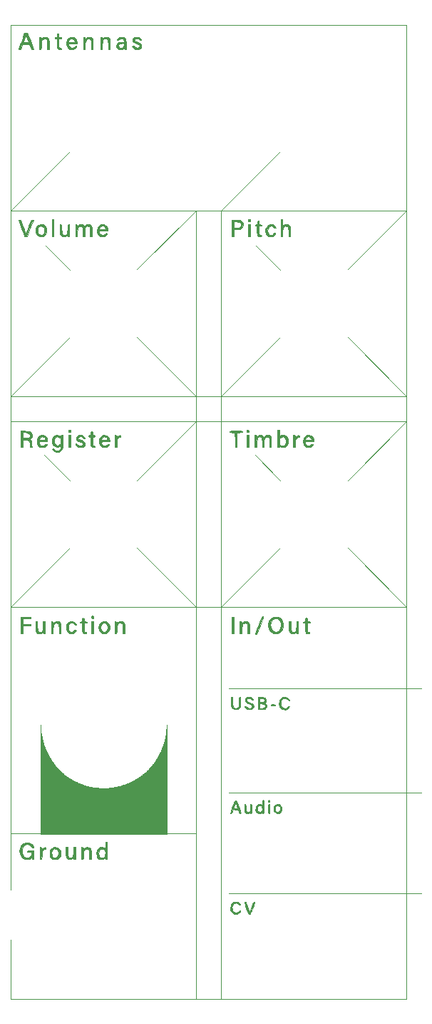
<source format=gbr>
G04 #@! TF.GenerationSoftware,KiCad,Pcbnew,5.1.5+dfsg1-2build2*
G04 #@! TF.CreationDate,2021-08-04T12:07:34+02:00*
G04 #@! TF.ProjectId,OpenThereminV4,4f70656e-5468-4657-9265-6d696e56342e,rev?*
G04 #@! TF.SameCoordinates,Original*
G04 #@! TF.FileFunction,Legend,Top*
G04 #@! TF.FilePolarity,Positive*
%FSLAX46Y46*%
G04 Gerber Fmt 4.6, Leading zero omitted, Abs format (unit mm)*
G04 Created by KiCad (PCBNEW 5.1.5+dfsg1-2build2) date 2021-08-04 12:07:34*
%MOMM*%
%LPD*%
G04 APERTURE LIST*
%ADD10C,0.125000*%
%ADD11C,0.090000*%
%ADD12C,0.010000*%
G04 APERTURE END LIST*
D10*
X76500560Y-145248232D02*
X76500560Y-42752362D01*
X76500560Y-89751246D02*
X123499441Y-89751246D01*
X123499441Y-86749212D02*
X116497056Y-79750355D01*
X76500560Y-42752362D02*
X123499441Y-42752362D01*
D11*
X125249152Y-121415429D02*
X102432316Y-121415429D01*
D10*
X123499441Y-89751246D02*
X123499441Y-111749672D01*
X101497488Y-111749672D02*
X108499873Y-104750807D01*
D11*
X102432316Y-145675075D02*
X125249152Y-145675075D01*
D10*
X91500128Y-71749644D02*
X98502514Y-64750788D01*
X123499441Y-86749212D02*
X101501017Y-86749212D01*
X123499441Y-86749212D02*
X76500560Y-86749212D01*
X76500560Y-111749672D02*
X123499441Y-111749672D01*
X98498986Y-86749212D02*
X76500560Y-86749212D01*
D11*
X125249152Y-133783370D02*
X102432316Y-133783370D01*
D10*
X94999557Y-125747383D02*
X94999557Y-138637416D01*
X116500584Y-96750100D02*
X123499441Y-89751246D01*
X98498986Y-86749212D02*
X91500128Y-79750355D01*
X91500128Y-96750100D02*
X98498986Y-89751246D01*
X108499873Y-71753173D02*
X105646005Y-68899302D01*
X101501017Y-136877119D02*
X101501017Y-114878694D01*
X116500584Y-71749644D02*
X123499441Y-64750788D01*
X101501017Y-89751246D02*
X123499441Y-89751246D01*
X94999557Y-138637416D02*
X79999989Y-138637416D01*
X87496245Y-133247167D02*
X87621986Y-133246133D01*
X87621986Y-133246133D02*
X87753251Y-133242847D01*
X87753251Y-133242847D02*
X87874954Y-133237780D01*
X87874954Y-133237780D02*
X87994656Y-133230884D01*
X87994656Y-133230884D02*
X88113849Y-133222127D01*
X88113849Y-133222127D02*
X88231038Y-133211668D01*
X88231038Y-133211668D02*
X88353595Y-133198753D01*
X88353595Y-133198753D02*
X88466759Y-133185019D01*
X88466759Y-133185019D02*
X88577939Y-133169826D01*
X88577939Y-133169826D02*
X88688596Y-133153015D01*
X88688596Y-133153015D02*
X88803052Y-133133842D01*
X88803052Y-133133842D02*
X88909725Y-133114322D01*
X88909725Y-133114322D02*
X89021591Y-133092126D01*
X89021591Y-133092126D02*
X89125736Y-133069857D01*
X89125736Y-133069857D02*
X89229341Y-133046154D01*
X89229341Y-133046154D02*
X89335213Y-133020319D01*
X89335213Y-133020319D02*
X89436289Y-132994115D01*
X89436289Y-132994115D02*
X89535416Y-132966941D01*
X89535416Y-132966941D02*
X89632608Y-132938860D01*
X89632608Y-132938860D02*
X89730631Y-132909085D01*
X89730631Y-132909085D02*
X89830816Y-132877115D01*
X89830816Y-132877115D02*
X89926306Y-132845185D01*
X89926306Y-132845185D02*
X90025274Y-132810567D01*
X90025274Y-132810567D02*
X90118236Y-132776615D01*
X90118236Y-132776615D02*
X90214619Y-132739922D01*
X90214619Y-132739922D02*
X90305062Y-132704094D01*
X90305062Y-132704094D02*
X90400194Y-132664923D01*
X90400194Y-132664923D02*
X90489434Y-132626768D01*
X90489434Y-132626768D02*
X90578076Y-132587501D01*
X90578076Y-132587501D02*
X90668689Y-132545924D01*
X90668689Y-132545924D02*
X90761211Y-132501944D01*
X90761211Y-132501944D02*
X90847948Y-132459287D01*
X90847948Y-132459287D02*
X90939097Y-132412946D01*
X90939097Y-132412946D02*
X91022015Y-132369414D01*
X91022015Y-132369414D02*
X91104321Y-132324882D01*
X91104321Y-132324882D02*
X91184771Y-132280054D01*
X91184771Y-132280054D02*
X91267056Y-132232849D01*
X91267056Y-132232849D02*
X91347471Y-132185369D01*
X91347471Y-132185369D02*
X91444074Y-132126518D01*
X91444074Y-132126518D02*
X91523047Y-132076908D01*
X91523047Y-132076908D02*
X91601354Y-132026346D01*
X91601354Y-132026346D02*
X91678991Y-131974845D01*
X91678991Y-131974845D02*
X91753624Y-131924013D01*
X91753624Y-131924013D02*
X91827609Y-131872311D01*
X91827609Y-131872311D02*
X91900940Y-131819745D01*
X91900940Y-131819745D02*
X91973608Y-131766324D01*
X91973608Y-131766324D02*
X92045607Y-131712056D01*
X92045607Y-131712056D02*
X92116930Y-131656947D01*
X92116930Y-131656947D02*
X92187569Y-131601005D01*
X92187569Y-131601005D02*
X92261867Y-131540663D01*
X92261867Y-131540663D02*
X92332146Y-131482117D01*
X92332146Y-131482117D02*
X92403825Y-131420896D01*
X92403825Y-131420896D02*
X92471565Y-131361594D01*
X92471565Y-131361594D02*
X92540665Y-131299608D01*
X92540665Y-131299608D02*
X92618244Y-131228149D01*
X92618244Y-131228149D02*
X92682627Y-131167296D01*
X92682627Y-131167296D02*
X92748299Y-131103730D01*
X92748299Y-131103730D02*
X92815179Y-131037381D01*
X92815179Y-131037381D02*
X92878286Y-130973228D01*
X92878286Y-130973228D02*
X92944495Y-130904244D01*
X92944495Y-130904244D02*
X93006009Y-130838553D01*
X93006009Y-130838553D02*
X93066742Y-130772129D01*
X93066742Y-130772129D02*
X93127613Y-130703921D01*
X93127613Y-130703921D02*
X93186745Y-130636039D01*
X93186745Y-130636039D02*
X93245975Y-130566367D01*
X93245975Y-130566367D02*
X93303475Y-130497057D01*
X93303475Y-130497057D02*
X93368939Y-130416048D01*
X93368939Y-130416048D02*
X93424663Y-130345244D01*
X93424663Y-130345244D02*
X93479549Y-130273759D01*
X93479549Y-130273759D02*
X93536944Y-130197068D01*
X93536944Y-130197068D02*
X93590085Y-130124200D01*
X93590085Y-130124200D02*
X93642367Y-130050674D01*
X93642367Y-130050674D02*
X93697763Y-129970675D01*
X93697763Y-129970675D02*
X93749019Y-129894628D01*
X93749019Y-129894628D02*
X93798597Y-129819109D01*
X93798597Y-129819109D02*
X93852560Y-129734598D01*
X93852560Y-129734598D02*
X93900996Y-129656557D01*
X93900996Y-129656557D02*
X93949945Y-129575454D01*
X93949945Y-129575454D02*
X94000725Y-129488786D01*
X94000725Y-129488786D02*
X94046915Y-129407561D01*
X94046915Y-129407561D02*
X94092118Y-129325711D01*
X94092118Y-129325711D02*
X94136326Y-129243241D01*
X94136326Y-129243241D02*
X94179532Y-129160160D01*
X94179532Y-129160160D02*
X94223620Y-129072658D01*
X94223620Y-129072658D02*
X94265366Y-128987071D01*
X94265366Y-128987071D02*
X94310240Y-128891839D01*
X94310240Y-128891839D02*
X94349747Y-128804993D01*
X94349747Y-128804993D02*
X94388744Y-128716250D01*
X94388744Y-128716250D02*
X94428267Y-128622959D01*
X94428267Y-128622959D02*
X94467091Y-128527698D01*
X94467091Y-128527698D02*
X94503104Y-128435801D01*
X94503104Y-128435801D02*
X94538931Y-128340631D01*
X94538931Y-128340631D02*
X94572541Y-128247561D01*
X94572541Y-128247561D02*
X94605876Y-128151203D01*
X94605876Y-128151203D02*
X94637046Y-128056992D01*
X94637046Y-128056992D02*
X94667850Y-127959482D01*
X94667850Y-127959482D02*
X94697761Y-127860015D01*
X94697761Y-127860015D02*
X94725552Y-127762763D01*
X94725552Y-127762763D02*
X94754275Y-127656572D01*
X94754275Y-127656572D02*
X94779733Y-127556810D01*
X94779733Y-127556810D02*
X94804511Y-127453687D01*
X94804511Y-127453687D02*
X94829410Y-127342896D01*
X94829410Y-127342896D02*
X94852093Y-127234359D01*
X94852093Y-127234359D02*
X94873202Y-127125253D01*
X94873202Y-127125253D02*
X94893712Y-127009805D01*
X94893712Y-127009805D02*
X94911785Y-126898120D01*
X94911785Y-126898120D02*
X94928002Y-126787349D01*
X94928002Y-126787349D02*
X94942778Y-126674595D01*
X94942778Y-126674595D02*
X94956354Y-126556897D01*
X94956354Y-126556897D02*
X94968510Y-126434210D01*
X94968510Y-126434210D02*
X94978355Y-126315418D01*
X94978355Y-126315418D02*
X94986782Y-126188634D01*
X94986782Y-126188634D02*
X94992914Y-126065789D01*
X94992914Y-126065789D02*
X94997291Y-125933390D01*
X94997291Y-125933390D02*
X94999302Y-125809504D01*
X94999302Y-125809504D02*
X94999557Y-125747383D01*
X101501017Y-64750788D02*
X123499441Y-64750788D01*
X76500560Y-111749672D02*
X83499418Y-104750807D01*
X76500560Y-136877119D02*
X76500560Y-114878694D01*
X123499441Y-158247623D02*
X123499441Y-42752362D01*
X98498986Y-114878694D02*
X98498986Y-136877119D01*
X76500560Y-86749212D02*
X76500560Y-64750788D01*
X101497488Y-86749212D02*
X108499873Y-79750355D01*
X76500560Y-64750788D02*
X98498986Y-64750788D01*
X123499441Y-111749672D02*
X116497056Y-104750807D01*
X76500560Y-64750788D02*
X83499418Y-57751929D01*
X101501017Y-86749212D02*
X101501017Y-64750788D01*
X83499418Y-96750100D02*
X80497388Y-93748074D01*
X101501017Y-111749672D02*
X101501017Y-89751246D01*
X83502945Y-71753173D02*
X80649076Y-68899302D01*
X98498986Y-158191180D02*
X98498986Y-64750788D01*
X123499441Y-114878694D02*
X123499441Y-136877119D01*
X101501017Y-158191180D02*
X101501017Y-64750788D01*
X98498986Y-89751246D02*
X98498986Y-111749672D01*
X101497488Y-64750788D02*
X108499873Y-57751929D01*
X94999557Y-125747383D02*
X94999557Y-125747383D01*
X123499441Y-111749672D02*
X101501017Y-111749672D01*
X108499873Y-96750100D02*
X105497845Y-93748074D01*
X76500560Y-138637420D02*
X98498986Y-138637420D01*
X76500560Y-89751246D02*
X98498986Y-89751246D01*
X76500560Y-158247623D02*
X76500560Y-151248769D01*
X76500560Y-158247623D02*
X123499441Y-158247623D01*
X79999989Y-138637416D02*
X79999989Y-125747383D01*
X79999989Y-125747383D02*
X80000992Y-125871507D01*
X80000992Y-125871507D02*
X80003954Y-125993643D01*
X80003954Y-125993643D02*
X80008928Y-126116787D01*
X80008928Y-126116787D02*
X80015777Y-126237924D01*
X80015777Y-126237924D02*
X80025018Y-126364483D01*
X80025018Y-126364483D02*
X80036058Y-126487496D01*
X80036058Y-126487496D02*
X80048394Y-126604042D01*
X80048394Y-126604042D02*
X80062316Y-126718586D01*
X80062316Y-126718586D02*
X80077952Y-126832596D01*
X80077952Y-126832596D02*
X80095057Y-126944602D01*
X80095057Y-126944602D02*
X80113555Y-127054613D01*
X80113555Y-127054613D02*
X80134470Y-127168389D01*
X80134470Y-127168389D02*
X80157684Y-127284415D01*
X80157684Y-127284415D02*
X80181079Y-127392686D01*
X80181079Y-127392686D02*
X80208403Y-127510260D01*
X80208403Y-127510260D02*
X80233956Y-127613080D01*
X80233956Y-127613080D02*
X80260537Y-127713938D01*
X80260537Y-127713938D02*
X80288080Y-127812847D01*
X80288080Y-127812847D02*
X80316521Y-127909822D01*
X80316521Y-127909822D02*
X80346228Y-128006248D01*
X80346228Y-128006248D02*
X80376740Y-128100751D01*
X80376740Y-128100751D02*
X80413163Y-128208274D01*
X80413163Y-128208274D02*
X80446263Y-128301585D01*
X80446263Y-128301585D02*
X80480554Y-128394324D01*
X80480554Y-128394324D02*
X80515507Y-128485153D01*
X80515507Y-128485153D02*
X80553219Y-128579379D01*
X80553219Y-128579379D02*
X80592161Y-128672970D01*
X80592161Y-128672970D02*
X80630603Y-128762001D01*
X80630603Y-128762001D02*
X80671339Y-128853027D01*
X80671339Y-128853027D02*
X80712030Y-128940833D01*
X80712030Y-128940833D02*
X80763179Y-129047173D01*
X80763179Y-129047173D02*
X80805647Y-129132331D01*
X80805647Y-129132331D02*
X80848501Y-129215614D01*
X80848501Y-129215614D02*
X80895050Y-129303280D01*
X80895050Y-129303280D02*
X80947548Y-129398910D01*
X80947548Y-129398910D02*
X80995027Y-129482655D01*
X80995027Y-129482655D02*
X81041381Y-129562075D01*
X81041381Y-129562075D02*
X81089412Y-129642081D01*
X81089412Y-129642081D02*
X81138404Y-129721435D01*
X81138404Y-129721435D02*
X81203673Y-129823847D01*
X81203673Y-129823847D02*
X81254068Y-129900502D01*
X81254068Y-129900502D02*
X81305371Y-129976498D01*
X81305371Y-129976498D02*
X81358384Y-130052982D01*
X81358384Y-130052982D02*
X81411490Y-130127631D01*
X81411490Y-130127631D02*
X81465481Y-130201600D01*
X81465481Y-130201600D02*
X81519497Y-130273759D01*
X81519497Y-130273759D02*
X81574356Y-130345244D01*
X81574356Y-130345244D02*
X81630051Y-130416048D01*
X81630051Y-130416048D02*
X81689242Y-130489434D01*
X81689242Y-130489434D02*
X81749332Y-130562056D01*
X81749332Y-130562056D02*
X81807560Y-130630705D01*
X81807560Y-130630705D02*
X81866597Y-130698644D01*
X81866597Y-130698644D02*
X81941509Y-130782556D01*
X81941509Y-130782556D02*
X82006155Y-130852986D01*
X82006155Y-130852986D02*
X82075563Y-130926654D01*
X82075563Y-130926654D02*
X82138079Y-130991347D01*
X82138079Y-130991347D02*
X82205339Y-131059259D01*
X82205339Y-131059259D02*
X82286571Y-131139033D01*
X82286571Y-131139033D02*
X82354670Y-131204091D01*
X82354670Y-131204091D02*
X82420475Y-131265440D01*
X82420475Y-131265440D02*
X82487015Y-131326007D01*
X82487015Y-131326007D02*
X82571204Y-131400600D01*
X82571204Y-131400600D02*
X82640434Y-131460288D01*
X82640434Y-131460288D02*
X82710395Y-131519143D01*
X82710395Y-131519143D02*
X82779985Y-131576270D01*
X82779985Y-131576270D02*
X82850268Y-131632575D01*
X82850268Y-131632575D02*
X82934618Y-131698358D01*
X82934618Y-131698358D02*
X83017668Y-131761273D01*
X83017668Y-131761273D02*
X83090215Y-131814773D01*
X83090215Y-131814773D02*
X83163423Y-131867420D01*
X83163423Y-131867420D02*
X83252368Y-131929615D01*
X83252368Y-131929615D02*
X83339901Y-131988985D01*
X83339901Y-131988985D02*
X83415285Y-132038691D01*
X83415285Y-132038691D02*
X83493685Y-132089022D01*
X83493685Y-132089022D02*
X83578762Y-132142104D01*
X83578762Y-132142104D02*
X83674312Y-132199858D01*
X83674312Y-132199858D02*
X83757294Y-132248461D01*
X83757294Y-132248461D02*
X83838480Y-132294642D01*
X83838480Y-132294642D02*
X83927762Y-132343897D01*
X83927762Y-132343897D02*
X84031591Y-132399204D01*
X84031591Y-132399204D02*
X84121171Y-132445255D01*
X84121171Y-132445255D02*
X84212721Y-132490757D01*
X84212721Y-132490757D02*
X84297257Y-132531399D01*
X84297257Y-132531399D02*
X84423852Y-132589841D01*
X84423852Y-132589841D02*
X84522894Y-132633582D01*
X84522894Y-132633582D02*
X84612140Y-132671539D01*
X84612140Y-132671539D02*
X84704621Y-132709435D01*
X84704621Y-132709435D02*
X84813733Y-132752296D01*
X84813733Y-132752296D02*
X84904841Y-132786579D01*
X84904841Y-132786579D02*
X84997857Y-132820185D01*
X84997857Y-132820185D02*
X85100964Y-132855815D01*
X85100964Y-132855815D02*
X85195154Y-132886892D01*
X85195154Y-132886892D02*
X85292646Y-132917603D01*
X85292646Y-132917603D02*
X85390702Y-132947013D01*
X85390702Y-132947013D02*
X85492102Y-132975889D01*
X85492102Y-132975889D02*
X85615105Y-133008843D01*
X85615105Y-133008843D02*
X85720583Y-133035315D01*
X85720583Y-133035315D02*
X85822393Y-133059318D01*
X85822393Y-133059318D02*
X85927580Y-133082540D01*
X85927580Y-133082540D02*
X86044776Y-133106543D01*
X86044776Y-133106543D02*
X86155422Y-133127415D01*
X86155422Y-133127415D02*
X86263739Y-133146178D01*
X86263739Y-133146178D02*
X86375486Y-133163820D01*
X86375486Y-133163820D02*
X86486311Y-133179610D01*
X86486311Y-133179610D02*
X86603523Y-133194478D01*
X86603523Y-133194478D02*
X86719815Y-133207378D01*
X86719815Y-133207378D02*
X86835149Y-133218367D01*
X86835149Y-133218367D02*
X86956935Y-133228030D01*
X86956935Y-133228030D02*
X87083747Y-133235989D01*
X87083747Y-133235989D02*
X87203610Y-133241548D01*
X87203610Y-133241548D02*
X87342043Y-133245607D01*
X87342043Y-133245607D02*
X87468978Y-133247117D01*
X87468978Y-133247117D02*
X87496245Y-133247167D01*
X76500560Y-86749212D02*
X83499418Y-79750355D01*
X76500560Y-111749672D02*
X76500560Y-89751246D01*
X123499441Y-64750788D02*
X123499441Y-86749212D01*
X98498986Y-111749672D02*
X76500560Y-111749672D01*
X98498986Y-64750788D02*
X98498986Y-86749212D01*
X76500560Y-64750788D02*
X123499441Y-64750788D01*
X98498986Y-111749672D02*
X91500128Y-104750807D01*
D12*
G36*
X91550424Y-44171816D02*
G01*
X91723782Y-44227012D01*
X91869261Y-44333163D01*
X91946005Y-44441481D01*
X91975453Y-44516099D01*
X91946810Y-44546949D01*
X91890970Y-44556833D01*
X91780628Y-44536827D01*
X91698409Y-44461583D01*
X91607169Y-44381117D01*
X91484600Y-44353446D01*
X91451711Y-44352734D01*
X91301203Y-44378097D01*
X91217506Y-44452688D01*
X91202933Y-44572653D01*
X91225042Y-44629146D01*
X91284228Y-44678050D01*
X91396891Y-44729724D01*
X91525006Y-44776067D01*
X91732259Y-44853555D01*
X91870110Y-44925033D01*
X91951824Y-45002799D01*
X91990664Y-45099149D01*
X91999933Y-45216389D01*
X91988907Y-45349528D01*
X91943660Y-45441111D01*
X91869685Y-45513137D01*
X91782512Y-45575290D01*
X91689024Y-45608617D01*
X91558414Y-45621424D01*
X91463285Y-45622734D01*
X91308881Y-45619201D01*
X91208401Y-45601597D01*
X91131181Y-45559415D01*
X91046552Y-45482149D01*
X91043200Y-45478800D01*
X90957824Y-45380133D01*
X90906229Y-45294866D01*
X90899267Y-45267134D01*
X90927953Y-45209659D01*
X91000722Y-45203606D01*
X91097636Y-45244987D01*
X91195600Y-45326400D01*
X91317590Y-45415556D01*
X91454307Y-45454039D01*
X91587058Y-45446481D01*
X91697152Y-45397518D01*
X91765894Y-45311781D01*
X91774593Y-45193906D01*
X91772197Y-45183471D01*
X91727623Y-45104747D01*
X91627271Y-45041711D01*
X91544930Y-45009722D01*
X91279636Y-44904594D01*
X91094294Y-44799009D01*
X90984284Y-44688553D01*
X90944984Y-44568813D01*
X90964164Y-44455190D01*
X91056057Y-44309262D01*
X91197264Y-44213210D01*
X91368485Y-44167306D01*
X91550424Y-44171816D01*
G37*
X91550424Y-44171816D02*
X91723782Y-44227012D01*
X91869261Y-44333163D01*
X91946005Y-44441481D01*
X91975453Y-44516099D01*
X91946810Y-44546949D01*
X91890970Y-44556833D01*
X91780628Y-44536827D01*
X91698409Y-44461583D01*
X91607169Y-44381117D01*
X91484600Y-44353446D01*
X91451711Y-44352734D01*
X91301203Y-44378097D01*
X91217506Y-44452688D01*
X91202933Y-44572653D01*
X91225042Y-44629146D01*
X91284228Y-44678050D01*
X91396891Y-44729724D01*
X91525006Y-44776067D01*
X91732259Y-44853555D01*
X91870110Y-44925033D01*
X91951824Y-45002799D01*
X91990664Y-45099149D01*
X91999933Y-45216389D01*
X91988907Y-45349528D01*
X91943660Y-45441111D01*
X91869685Y-45513137D01*
X91782512Y-45575290D01*
X91689024Y-45608617D01*
X91558414Y-45621424D01*
X91463285Y-45622734D01*
X91308881Y-45619201D01*
X91208401Y-45601597D01*
X91131181Y-45559415D01*
X91046552Y-45482149D01*
X91043200Y-45478800D01*
X90957824Y-45380133D01*
X90906229Y-45294866D01*
X90899267Y-45267134D01*
X90927953Y-45209659D01*
X91000722Y-45203606D01*
X91097636Y-45244987D01*
X91195600Y-45326400D01*
X91317590Y-45415556D01*
X91454307Y-45454039D01*
X91587058Y-45446481D01*
X91697152Y-45397518D01*
X91765894Y-45311781D01*
X91774593Y-45193906D01*
X91772197Y-45183471D01*
X91727623Y-45104747D01*
X91627271Y-45041711D01*
X91544930Y-45009722D01*
X91279636Y-44904594D01*
X91094294Y-44799009D01*
X90984284Y-44688553D01*
X90944984Y-44568813D01*
X90964164Y-44455190D01*
X91056057Y-44309262D01*
X91197264Y-44213210D01*
X91368485Y-44167306D01*
X91550424Y-44171816D01*
G36*
X87317056Y-44200099D02*
G01*
X87342524Y-44266900D01*
X87343267Y-44292997D01*
X87343267Y-44402593D01*
X87473515Y-44292997D01*
X87603070Y-44212360D01*
X87755726Y-44184124D01*
X87793798Y-44183400D01*
X87956201Y-44194243D01*
X88078391Y-44233370D01*
X88165735Y-44310682D01*
X88223599Y-44436078D01*
X88257350Y-44619459D01*
X88272356Y-44870724D01*
X88274600Y-45070298D01*
X88274600Y-45622734D01*
X88062933Y-45622734D01*
X88062933Y-45155707D01*
X88055865Y-44872933D01*
X88032660Y-44663855D01*
X87990320Y-44518528D01*
X87925845Y-44427006D01*
X87836235Y-44379345D01*
X87828147Y-44377193D01*
X87698356Y-44371273D01*
X87600168Y-44393865D01*
X87509184Y-44443308D01*
X87444113Y-44513651D01*
X87400117Y-44619085D01*
X87372356Y-44773799D01*
X87355989Y-44991984D01*
X87350697Y-45125317D01*
X87343170Y-45336675D01*
X87334859Y-45477653D01*
X87322393Y-45562501D01*
X87302399Y-45605464D01*
X87271505Y-45620791D01*
X87232974Y-45622734D01*
X87131600Y-45622734D01*
X87131600Y-44183400D01*
X87237433Y-44183400D01*
X87317056Y-44200099D01*
G37*
X87317056Y-44200099D02*
X87342524Y-44266900D01*
X87343267Y-44292997D01*
X87343267Y-44402593D01*
X87473515Y-44292997D01*
X87603070Y-44212360D01*
X87755726Y-44184124D01*
X87793798Y-44183400D01*
X87956201Y-44194243D01*
X88078391Y-44233370D01*
X88165735Y-44310682D01*
X88223599Y-44436078D01*
X88257350Y-44619459D01*
X88272356Y-44870724D01*
X88274600Y-45070298D01*
X88274600Y-45622734D01*
X88062933Y-45622734D01*
X88062933Y-45155707D01*
X88055865Y-44872933D01*
X88032660Y-44663855D01*
X87990320Y-44518528D01*
X87925845Y-44427006D01*
X87836235Y-44379345D01*
X87828147Y-44377193D01*
X87698356Y-44371273D01*
X87600168Y-44393865D01*
X87509184Y-44443308D01*
X87444113Y-44513651D01*
X87400117Y-44619085D01*
X87372356Y-44773799D01*
X87355989Y-44991984D01*
X87350697Y-45125317D01*
X87343170Y-45336675D01*
X87334859Y-45477653D01*
X87322393Y-45562501D01*
X87302399Y-45605464D01*
X87271505Y-45620791D01*
X87232974Y-45622734D01*
X87131600Y-45622734D01*
X87131600Y-44183400D01*
X87237433Y-44183400D01*
X87317056Y-44200099D01*
G36*
X85285994Y-44200885D02*
G01*
X85310820Y-44269730D01*
X85311267Y-44289234D01*
X85317872Y-44368882D01*
X85330509Y-44395067D01*
X85370173Y-44368183D01*
X85442494Y-44302180D01*
X85455585Y-44289234D01*
X85542968Y-44221356D01*
X85648639Y-44189988D01*
X85778265Y-44183400D01*
X85922604Y-44191879D01*
X86021458Y-44226586D01*
X86113109Y-44301432D01*
X86118856Y-44307144D01*
X86242600Y-44430887D01*
X86242600Y-45622734D01*
X86030933Y-45622734D01*
X86030933Y-45091643D01*
X86030069Y-44869955D01*
X86025658Y-44716250D01*
X86014969Y-44613843D01*
X85995272Y-44546056D01*
X85963840Y-44496205D01*
X85927024Y-44456643D01*
X85792086Y-44369575D01*
X85648942Y-44366068D01*
X85503659Y-44446226D01*
X85500153Y-44449217D01*
X85421176Y-44545861D01*
X85365780Y-44685931D01*
X85331308Y-44881145D01*
X85315099Y-45143223D01*
X85313110Y-45273484D01*
X85311142Y-45444617D01*
X85303963Y-45548097D01*
X85286330Y-45600934D01*
X85252998Y-45620141D01*
X85205433Y-45622734D01*
X85099600Y-45622734D01*
X85099600Y-44183400D01*
X85205433Y-44183400D01*
X85285994Y-44200885D01*
G37*
X85285994Y-44200885D02*
X85310820Y-44269730D01*
X85311267Y-44289234D01*
X85317872Y-44368882D01*
X85330509Y-44395067D01*
X85370173Y-44368183D01*
X85442494Y-44302180D01*
X85455585Y-44289234D01*
X85542968Y-44221356D01*
X85648639Y-44189988D01*
X85778265Y-44183400D01*
X85922604Y-44191879D01*
X86021458Y-44226586D01*
X86113109Y-44301432D01*
X86118856Y-44307144D01*
X86242600Y-44430887D01*
X86242600Y-45622734D01*
X86030933Y-45622734D01*
X86030933Y-45091643D01*
X86030069Y-44869955D01*
X86025658Y-44716250D01*
X86014969Y-44613843D01*
X85995272Y-44546056D01*
X85963840Y-44496205D01*
X85927024Y-44456643D01*
X85792086Y-44369575D01*
X85648942Y-44366068D01*
X85503659Y-44446226D01*
X85500153Y-44449217D01*
X85421176Y-44545861D01*
X85365780Y-44685931D01*
X85331308Y-44881145D01*
X85315099Y-45143223D01*
X85313110Y-45273484D01*
X85311142Y-45444617D01*
X85303963Y-45548097D01*
X85286330Y-45600934D01*
X85252998Y-45620141D01*
X85205433Y-45622734D01*
X85099600Y-45622734D01*
X85099600Y-44183400D01*
X85205433Y-44183400D01*
X85285994Y-44200885D01*
G36*
X83934338Y-44201930D02*
G01*
X84083793Y-44260671D01*
X84104187Y-44275175D01*
X84235990Y-44428485D01*
X84317366Y-44629056D01*
X84337600Y-44795874D01*
X84337600Y-44945400D01*
X83829600Y-44945400D01*
X83596703Y-44948940D01*
X83430919Y-44959183D01*
X83338828Y-44975562D01*
X83321600Y-44989093D01*
X83347827Y-45099010D01*
X83412268Y-45230109D01*
X83493562Y-45343411D01*
X83538214Y-45384368D01*
X83693721Y-45446998D01*
X83855920Y-45428082D01*
X83991213Y-45347567D01*
X84094578Y-45280444D01*
X84195403Y-45245225D01*
X84270036Y-45246900D01*
X84295267Y-45283399D01*
X84269179Y-45338325D01*
X84203764Y-45426186D01*
X84173849Y-45460954D01*
X84096541Y-45537365D01*
X84017583Y-45580725D01*
X83906952Y-45602619D01*
X83782266Y-45612087D01*
X83608653Y-45614573D01*
X83486797Y-45594865D01*
X83385509Y-45547740D01*
X83380920Y-45544882D01*
X83248662Y-45415172D01*
X83161115Y-45234068D01*
X83117958Y-45021870D01*
X83118869Y-44798881D01*
X83123641Y-44776067D01*
X83333341Y-44776067D01*
X83708470Y-44776067D01*
X83887145Y-44775234D01*
X83997573Y-44769591D01*
X84056176Y-44754421D01*
X84079375Y-44725007D01*
X84083590Y-44676632D01*
X84083600Y-44668309D01*
X84045122Y-44536761D01*
X83945012Y-44428255D01*
X83806256Y-44362945D01*
X83723669Y-44352734D01*
X83567173Y-44391672D01*
X83438166Y-44495110D01*
X83359969Y-44642985D01*
X83353366Y-44671313D01*
X83333341Y-44776067D01*
X83123641Y-44776067D01*
X83163527Y-44585404D01*
X83251610Y-44401739D01*
X83382798Y-44268190D01*
X83401316Y-44256559D01*
X83559452Y-44198983D01*
X83748342Y-44181071D01*
X83934338Y-44201930D01*
G37*
X83934338Y-44201930D02*
X84083793Y-44260671D01*
X84104187Y-44275175D01*
X84235990Y-44428485D01*
X84317366Y-44629056D01*
X84337600Y-44795874D01*
X84337600Y-44945400D01*
X83829600Y-44945400D01*
X83596703Y-44948940D01*
X83430919Y-44959183D01*
X83338828Y-44975562D01*
X83321600Y-44989093D01*
X83347827Y-45099010D01*
X83412268Y-45230109D01*
X83493562Y-45343411D01*
X83538214Y-45384368D01*
X83693721Y-45446998D01*
X83855920Y-45428082D01*
X83991213Y-45347567D01*
X84094578Y-45280444D01*
X84195403Y-45245225D01*
X84270036Y-45246900D01*
X84295267Y-45283399D01*
X84269179Y-45338325D01*
X84203764Y-45426186D01*
X84173849Y-45460954D01*
X84096541Y-45537365D01*
X84017583Y-45580725D01*
X83906952Y-45602619D01*
X83782266Y-45612087D01*
X83608653Y-45614573D01*
X83486797Y-45594865D01*
X83385509Y-45547740D01*
X83380920Y-45544882D01*
X83248662Y-45415172D01*
X83161115Y-45234068D01*
X83117958Y-45021870D01*
X83118869Y-44798881D01*
X83123641Y-44776067D01*
X83333341Y-44776067D01*
X83708470Y-44776067D01*
X83887145Y-44775234D01*
X83997573Y-44769591D01*
X84056176Y-44754421D01*
X84079375Y-44725007D01*
X84083590Y-44676632D01*
X84083600Y-44668309D01*
X84045122Y-44536761D01*
X83945012Y-44428255D01*
X83806256Y-44362945D01*
X83723669Y-44352734D01*
X83567173Y-44391672D01*
X83438166Y-44495110D01*
X83359969Y-44642985D01*
X83353366Y-44671313D01*
X83333341Y-44776067D01*
X83123641Y-44776067D01*
X83163527Y-44585404D01*
X83251610Y-44401739D01*
X83382798Y-44268190D01*
X83401316Y-44256559D01*
X83559452Y-44198983D01*
X83748342Y-44181071D01*
X83934338Y-44201930D01*
G36*
X82135578Y-43766929D02*
G01*
X82166912Y-43801952D01*
X82177597Y-43886787D01*
X82178600Y-43971734D01*
X82178600Y-44183400D01*
X82347933Y-44183400D01*
X82457032Y-44189177D01*
X82505522Y-44216424D01*
X82517206Y-44280017D01*
X82517267Y-44289234D01*
X82508024Y-44357420D01*
X82464429Y-44387727D01*
X82362680Y-44395029D01*
X82347933Y-44395067D01*
X82178600Y-44395067D01*
X82178600Y-44842350D01*
X82183218Y-45087914D01*
X82199436Y-45260472D01*
X82230796Y-45371300D01*
X82280842Y-45431674D01*
X82353115Y-45452870D01*
X82370589Y-45453400D01*
X82452825Y-45473847D01*
X82474933Y-45538067D01*
X82462296Y-45591238D01*
X82409967Y-45616211D01*
X82296321Y-45622718D01*
X82286834Y-45622734D01*
X82151427Y-45611301D01*
X82068080Y-45569491D01*
X82032834Y-45528647D01*
X82002965Y-45464980D01*
X81983114Y-45365312D01*
X81971710Y-45215019D01*
X81967185Y-44999476D01*
X81966933Y-44914814D01*
X81966933Y-44395067D01*
X81839933Y-44395067D01*
X81749170Y-44383676D01*
X81715966Y-44335256D01*
X81712933Y-44289234D01*
X81726602Y-44213597D01*
X81784706Y-44185928D01*
X81839933Y-44183400D01*
X81915114Y-44178776D01*
X81952604Y-44150342D01*
X81965507Y-44076260D01*
X81966933Y-43971734D01*
X81970364Y-43846111D01*
X81987876Y-43783442D01*
X82030293Y-43762072D01*
X82072767Y-43760067D01*
X82135578Y-43766929D01*
G37*
X82135578Y-43766929D02*
X82166912Y-43801952D01*
X82177597Y-43886787D01*
X82178600Y-43971734D01*
X82178600Y-44183400D01*
X82347933Y-44183400D01*
X82457032Y-44189177D01*
X82505522Y-44216424D01*
X82517206Y-44280017D01*
X82517267Y-44289234D01*
X82508024Y-44357420D01*
X82464429Y-44387727D01*
X82362680Y-44395029D01*
X82347933Y-44395067D01*
X82178600Y-44395067D01*
X82178600Y-44842350D01*
X82183218Y-45087914D01*
X82199436Y-45260472D01*
X82230796Y-45371300D01*
X82280842Y-45431674D01*
X82353115Y-45452870D01*
X82370589Y-45453400D01*
X82452825Y-45473847D01*
X82474933Y-45538067D01*
X82462296Y-45591238D01*
X82409967Y-45616211D01*
X82296321Y-45622718D01*
X82286834Y-45622734D01*
X82151427Y-45611301D01*
X82068080Y-45569491D01*
X82032834Y-45528647D01*
X82002965Y-45464980D01*
X81983114Y-45365312D01*
X81971710Y-45215019D01*
X81967185Y-44999476D01*
X81966933Y-44914814D01*
X81966933Y-44395067D01*
X81839933Y-44395067D01*
X81749170Y-44383676D01*
X81715966Y-44335256D01*
X81712933Y-44289234D01*
X81726602Y-44213597D01*
X81784706Y-44185928D01*
X81839933Y-44183400D01*
X81915114Y-44178776D01*
X81952604Y-44150342D01*
X81965507Y-44076260D01*
X81966933Y-43971734D01*
X81970364Y-43846111D01*
X81987876Y-43783442D01*
X82030293Y-43762072D01*
X82072767Y-43760067D01*
X82135578Y-43766929D01*
G36*
X80769409Y-44211838D02*
G01*
X80895656Y-44285466D01*
X80941833Y-44327275D01*
X80974475Y-44370078D01*
X80996326Y-44428787D01*
X81010133Y-44518313D01*
X81018639Y-44653565D01*
X81024591Y-44849456D01*
X81028140Y-45005133D01*
X81041846Y-45622734D01*
X80823933Y-45622734D01*
X80823309Y-45125317D01*
X80818281Y-44861602D01*
X80801465Y-44669396D01*
X80769124Y-44535923D01*
X80717519Y-44448409D01*
X80642913Y-44394079D01*
X80604748Y-44378409D01*
X80455982Y-44366871D01*
X80311096Y-44421881D01*
X80201653Y-44529976D01*
X80186845Y-44556678D01*
X80161793Y-44647294D01*
X80139050Y-44801016D01*
X80121305Y-44996284D01*
X80113285Y-45146484D01*
X80104774Y-45352491D01*
X80095556Y-45488439D01*
X80081981Y-45568882D01*
X80060400Y-45608375D01*
X80027163Y-45621474D01*
X79993864Y-45622734D01*
X79892600Y-45622734D01*
X79892600Y-44183400D01*
X79998433Y-44183400D01*
X80078056Y-44200099D01*
X80103524Y-44266900D01*
X80104267Y-44292997D01*
X80104267Y-44402593D01*
X80234515Y-44292997D01*
X80397670Y-44204820D01*
X80585748Y-44177655D01*
X80769409Y-44211838D01*
G37*
X80769409Y-44211838D02*
X80895656Y-44285466D01*
X80941833Y-44327275D01*
X80974475Y-44370078D01*
X80996326Y-44428787D01*
X81010133Y-44518313D01*
X81018639Y-44653565D01*
X81024591Y-44849456D01*
X81028140Y-45005133D01*
X81041846Y-45622734D01*
X80823933Y-45622734D01*
X80823309Y-45125317D01*
X80818281Y-44861602D01*
X80801465Y-44669396D01*
X80769124Y-44535923D01*
X80717519Y-44448409D01*
X80642913Y-44394079D01*
X80604748Y-44378409D01*
X80455982Y-44366871D01*
X80311096Y-44421881D01*
X80201653Y-44529976D01*
X80186845Y-44556678D01*
X80161793Y-44647294D01*
X80139050Y-44801016D01*
X80121305Y-44996284D01*
X80113285Y-45146484D01*
X80104774Y-45352491D01*
X80095556Y-45488439D01*
X80081981Y-45568882D01*
X80060400Y-45608375D01*
X80027163Y-45621474D01*
X79993864Y-45622734D01*
X79892600Y-45622734D01*
X79892600Y-44183400D01*
X79998433Y-44183400D01*
X80078056Y-44200099D01*
X80103524Y-44266900D01*
X80104267Y-44292997D01*
X80104267Y-44402593D01*
X80234515Y-44292997D01*
X80397670Y-44204820D01*
X80585748Y-44177655D01*
X80769409Y-44211838D01*
G36*
X78461915Y-43696567D02*
G01*
X78817424Y-44644904D01*
X78916830Y-44910773D01*
X79005519Y-45149315D01*
X79079402Y-45349420D01*
X79134388Y-45499979D01*
X79166388Y-45589883D01*
X79172933Y-45610670D01*
X79136228Y-45619007D01*
X79047219Y-45615471D01*
X79040632Y-45614832D01*
X78969072Y-45601057D01*
X78917508Y-45564988D01*
X78871606Y-45488539D01*
X78817028Y-45353627D01*
X78802450Y-45314348D01*
X78696569Y-45027130D01*
X77888783Y-45051234D01*
X77797272Y-45326400D01*
X77745370Y-45473105D01*
X77702451Y-45557309D01*
X77653891Y-45597822D01*
X77585069Y-45613453D01*
X77573137Y-45614711D01*
X77440513Y-45627856D01*
X77612450Y-45149045D01*
X77701796Y-44899296D01*
X77742831Y-44784008D01*
X77987600Y-44784008D01*
X78026489Y-44800382D01*
X78129426Y-44812525D01*
X78275818Y-44818227D01*
X78307953Y-44818400D01*
X78470376Y-44816418D01*
X78563945Y-44807846D01*
X78604432Y-44788744D01*
X78607607Y-44755172D01*
X78604504Y-44744317D01*
X78530843Y-44524838D01*
X78456925Y-44321629D01*
X78388123Y-44147653D01*
X78329812Y-44015871D01*
X78287366Y-43939245D01*
X78266611Y-43929400D01*
X78230240Y-44029425D01*
X78181374Y-44171606D01*
X78126819Y-44335091D01*
X78073382Y-44499030D01*
X78027872Y-44642573D01*
X77997095Y-44744870D01*
X77987600Y-44784008D01*
X77742831Y-44784008D01*
X77804014Y-44612119D01*
X77904001Y-44329996D01*
X77960077Y-44171061D01*
X78135767Y-43671889D01*
X78461915Y-43696567D01*
G37*
X78461915Y-43696567D02*
X78817424Y-44644904D01*
X78916830Y-44910773D01*
X79005519Y-45149315D01*
X79079402Y-45349420D01*
X79134388Y-45499979D01*
X79166388Y-45589883D01*
X79172933Y-45610670D01*
X79136228Y-45619007D01*
X79047219Y-45615471D01*
X79040632Y-45614832D01*
X78969072Y-45601057D01*
X78917508Y-45564988D01*
X78871606Y-45488539D01*
X78817028Y-45353627D01*
X78802450Y-45314348D01*
X78696569Y-45027130D01*
X77888783Y-45051234D01*
X77797272Y-45326400D01*
X77745370Y-45473105D01*
X77702451Y-45557309D01*
X77653891Y-45597822D01*
X77585069Y-45613453D01*
X77573137Y-45614711D01*
X77440513Y-45627856D01*
X77612450Y-45149045D01*
X77701796Y-44899296D01*
X77742831Y-44784008D01*
X77987600Y-44784008D01*
X78026489Y-44800382D01*
X78129426Y-44812525D01*
X78275818Y-44818227D01*
X78307953Y-44818400D01*
X78470376Y-44816418D01*
X78563945Y-44807846D01*
X78604432Y-44788744D01*
X78607607Y-44755172D01*
X78604504Y-44744317D01*
X78530843Y-44524838D01*
X78456925Y-44321629D01*
X78388123Y-44147653D01*
X78329812Y-44015871D01*
X78287366Y-43939245D01*
X78266611Y-43929400D01*
X78230240Y-44029425D01*
X78181374Y-44171606D01*
X78126819Y-44335091D01*
X78073382Y-44499030D01*
X78027872Y-44642573D01*
X77997095Y-44744870D01*
X77987600Y-44784008D01*
X77742831Y-44784008D01*
X77804014Y-44612119D01*
X77904001Y-44329996D01*
X77960077Y-44171061D01*
X78135767Y-43671889D01*
X78461915Y-43696567D01*
G36*
X89798446Y-44192498D02*
G01*
X89941720Y-44226468D01*
X90044703Y-44295323D01*
X90113689Y-44409075D01*
X90154968Y-44577738D01*
X90174831Y-44811326D01*
X90179600Y-45092207D01*
X90179600Y-45622734D01*
X90073767Y-45622734D01*
X89990776Y-45602890D01*
X89967933Y-45538067D01*
X89958290Y-45469177D01*
X89944996Y-45453400D01*
X89900849Y-45479205D01*
X89831181Y-45538067D01*
X89740657Y-45600310D01*
X89667080Y-45622734D01*
X89569175Y-45631012D01*
X89537479Y-45637339D01*
X89454587Y-45642415D01*
X89367960Y-45634844D01*
X89212554Y-45571894D01*
X89098698Y-45447104D01*
X89040902Y-45278869D01*
X89038691Y-45245930D01*
X89266908Y-45245930D01*
X89317191Y-45362607D01*
X89432695Y-45434789D01*
X89563571Y-45453400D01*
X89713417Y-45434581D01*
X89817780Y-45370454D01*
X89829720Y-45358150D01*
X89895099Y-45245974D01*
X89931501Y-45102405D01*
X89932349Y-45093567D01*
X89936973Y-44984767D01*
X89914438Y-44933938D01*
X89847547Y-44914969D01*
X89812238Y-44911196D01*
X89635842Y-44915135D01*
X89472898Y-44955063D01*
X89348047Y-45022292D01*
X89289929Y-45095331D01*
X89266908Y-45245930D01*
X89038691Y-45245930D01*
X89036600Y-45214794D01*
X89066395Y-45035543D01*
X89158186Y-44905081D01*
X89315585Y-44820925D01*
X89542201Y-44780592D01*
X89674356Y-44776067D01*
X89925600Y-44776067D01*
X89925600Y-44630924D01*
X89896671Y-44480209D01*
X89808035Y-44388539D01*
X89656922Y-44353311D01*
X89629315Y-44352734D01*
X89494479Y-44371155D01*
X89400801Y-44437134D01*
X89382830Y-44458567D01*
X89300153Y-44531296D01*
X89211097Y-44565667D01*
X89138602Y-44559949D01*
X89105608Y-44512410D01*
X89109132Y-44479232D01*
X89155390Y-44396352D01*
X89240221Y-44303056D01*
X89256583Y-44288732D01*
X89359565Y-44220737D01*
X89479229Y-44189462D01*
X89608592Y-44183400D01*
X89798446Y-44192498D01*
G37*
X89798446Y-44192498D02*
X89941720Y-44226468D01*
X90044703Y-44295323D01*
X90113689Y-44409075D01*
X90154968Y-44577738D01*
X90174831Y-44811326D01*
X90179600Y-45092207D01*
X90179600Y-45622734D01*
X90073767Y-45622734D01*
X89990776Y-45602890D01*
X89967933Y-45538067D01*
X89958290Y-45469177D01*
X89944996Y-45453400D01*
X89900849Y-45479205D01*
X89831181Y-45538067D01*
X89740657Y-45600310D01*
X89667080Y-45622734D01*
X89569175Y-45631012D01*
X89537479Y-45637339D01*
X89454587Y-45642415D01*
X89367960Y-45634844D01*
X89212554Y-45571894D01*
X89098698Y-45447104D01*
X89040902Y-45278869D01*
X89038691Y-45245930D01*
X89266908Y-45245930D01*
X89317191Y-45362607D01*
X89432695Y-45434789D01*
X89563571Y-45453400D01*
X89713417Y-45434581D01*
X89817780Y-45370454D01*
X89829720Y-45358150D01*
X89895099Y-45245974D01*
X89931501Y-45102405D01*
X89932349Y-45093567D01*
X89936973Y-44984767D01*
X89914438Y-44933938D01*
X89847547Y-44914969D01*
X89812238Y-44911196D01*
X89635842Y-44915135D01*
X89472898Y-44955063D01*
X89348047Y-45022292D01*
X89289929Y-45095331D01*
X89266908Y-45245930D01*
X89038691Y-45245930D01*
X89036600Y-45214794D01*
X89066395Y-45035543D01*
X89158186Y-44905081D01*
X89315585Y-44820925D01*
X89542201Y-44780592D01*
X89674356Y-44776067D01*
X89925600Y-44776067D01*
X89925600Y-44630924D01*
X89896671Y-44480209D01*
X89808035Y-44388539D01*
X89656922Y-44353311D01*
X89629315Y-44352734D01*
X89494479Y-44371155D01*
X89400801Y-44437134D01*
X89382830Y-44458567D01*
X89300153Y-44531296D01*
X89211097Y-44565667D01*
X89138602Y-44559949D01*
X89105608Y-44512410D01*
X89109132Y-44479232D01*
X89155390Y-44396352D01*
X89240221Y-44303056D01*
X89256583Y-44288732D01*
X89359565Y-44220737D01*
X89479229Y-44189462D01*
X89608592Y-44183400D01*
X89798446Y-44192498D01*
G36*
X104917708Y-65781091D02*
G01*
X104948753Y-65821696D01*
X104946032Y-65910984D01*
X104923923Y-66009736D01*
X104867775Y-66052471D01*
X104816350Y-66061962D01*
X104738840Y-66063007D01*
X104706518Y-66026291D01*
X104699936Y-65928829D01*
X104699933Y-65924379D01*
X104706601Y-65823645D01*
X104741224Y-65781831D01*
X104825734Y-65773404D01*
X104829615Y-65773400D01*
X104917708Y-65781091D01*
G37*
X104917708Y-65781091D02*
X104948753Y-65821696D01*
X104946032Y-65910984D01*
X104923923Y-66009736D01*
X104867775Y-66052471D01*
X104816350Y-66061962D01*
X104738840Y-66063007D01*
X104706518Y-66026291D01*
X104699936Y-65928829D01*
X104699933Y-65924379D01*
X104706601Y-65823645D01*
X104741224Y-65781831D01*
X104825734Y-65773404D01*
X104829615Y-65773400D01*
X104917708Y-65781091D01*
G36*
X108707191Y-65776207D02*
G01*
X108738124Y-65795216D01*
X108755092Y-65846313D01*
X108762289Y-65945381D01*
X108763908Y-66108304D01*
X108763933Y-66174291D01*
X108763933Y-66575182D01*
X108918007Y-66470624D01*
X109112655Y-66377947D01*
X109298152Y-66368510D01*
X109470854Y-66442087D01*
X109551333Y-66510000D01*
X109695267Y-66653934D01*
X109695267Y-67805400D01*
X109592886Y-67805400D01*
X109550270Y-67802940D01*
X109521079Y-67786308D01*
X109502235Y-67741631D01*
X109490659Y-67655031D01*
X109483275Y-67512635D01*
X109477005Y-67300567D01*
X109476469Y-67280542D01*
X109468580Y-67052600D01*
X109457570Y-66893242D01*
X109440960Y-66786386D01*
X109416269Y-66715953D01*
X109381789Y-66666709D01*
X109261704Y-66591327D01*
X109114124Y-66577135D01*
X108968916Y-66623049D01*
X108890005Y-66684555D01*
X108846804Y-66737349D01*
X108817057Y-66798663D01*
X108797405Y-66885904D01*
X108784490Y-67016481D01*
X108774952Y-67207805D01*
X108771575Y-67298388D01*
X108763376Y-67512135D01*
X108754671Y-67655370D01*
X108742156Y-67742205D01*
X108722527Y-67786748D01*
X108692482Y-67803109D01*
X108652882Y-67805400D01*
X108552267Y-67805400D01*
X108552267Y-65773400D01*
X108658100Y-65773400D01*
X108707191Y-65776207D01*
G37*
X108707191Y-65776207D02*
X108738124Y-65795216D01*
X108755092Y-65846313D01*
X108762289Y-65945381D01*
X108763908Y-66108304D01*
X108763933Y-66174291D01*
X108763933Y-66575182D01*
X108918007Y-66470624D01*
X109112655Y-66377947D01*
X109298152Y-66368510D01*
X109470854Y-66442087D01*
X109551333Y-66510000D01*
X109695267Y-66653934D01*
X109695267Y-67805400D01*
X109592886Y-67805400D01*
X109550270Y-67802940D01*
X109521079Y-67786308D01*
X109502235Y-67741631D01*
X109490659Y-67655031D01*
X109483275Y-67512635D01*
X109477005Y-67300567D01*
X109476469Y-67280542D01*
X109468580Y-67052600D01*
X109457570Y-66893242D01*
X109440960Y-66786386D01*
X109416269Y-66715953D01*
X109381789Y-66666709D01*
X109261704Y-66591327D01*
X109114124Y-66577135D01*
X108968916Y-66623049D01*
X108890005Y-66684555D01*
X108846804Y-66737349D01*
X108817057Y-66798663D01*
X108797405Y-66885904D01*
X108784490Y-67016481D01*
X108774952Y-67207805D01*
X108771575Y-67298388D01*
X108763376Y-67512135D01*
X108754671Y-67655370D01*
X108742156Y-67742205D01*
X108722527Y-67786748D01*
X108692482Y-67803109D01*
X108652882Y-67805400D01*
X108552267Y-67805400D01*
X108552267Y-65773400D01*
X108658100Y-65773400D01*
X108707191Y-65776207D01*
G36*
X104953933Y-67805400D02*
G01*
X104699933Y-67805400D01*
X104699933Y-66408400D01*
X104953933Y-66408400D01*
X104953933Y-67805400D01*
G37*
X104953933Y-67805400D02*
X104699933Y-67805400D01*
X104699933Y-66408400D01*
X104953933Y-66408400D01*
X104953933Y-67805400D01*
G36*
X103212773Y-65865548D02*
G01*
X103468722Y-65879070D01*
X103656324Y-65902231D01*
X103791797Y-65940533D01*
X103891360Y-65999476D01*
X103971231Y-66084563D01*
X104006293Y-66134710D01*
X104065551Y-66291248D01*
X104075421Y-66482723D01*
X104034679Y-66674440D01*
X104026097Y-66696381D01*
X103932230Y-66835887D01*
X103780932Y-66931301D01*
X103565631Y-66985399D01*
X103304620Y-67001067D01*
X102964267Y-67001067D01*
X102964267Y-67805400D01*
X102710267Y-67805400D01*
X102710267Y-66069734D01*
X102964267Y-66069734D01*
X102964267Y-66789400D01*
X103284550Y-66789400D01*
X103450938Y-66784020D01*
X103591489Y-66769839D01*
X103678319Y-66749793D01*
X103683326Y-66747392D01*
X103764262Y-66663076D01*
X103817075Y-66532008D01*
X103830818Y-66390342D01*
X103814876Y-66312937D01*
X103746361Y-66195182D01*
X103638451Y-66119732D01*
X103476699Y-66080112D01*
X103272347Y-66069734D01*
X102964267Y-66069734D01*
X102710267Y-66069734D01*
X102710267Y-65847631D01*
X103212773Y-65865548D01*
G37*
X103212773Y-65865548D02*
X103468722Y-65879070D01*
X103656324Y-65902231D01*
X103791797Y-65940533D01*
X103891360Y-65999476D01*
X103971231Y-66084563D01*
X104006293Y-66134710D01*
X104065551Y-66291248D01*
X104075421Y-66482723D01*
X104034679Y-66674440D01*
X104026097Y-66696381D01*
X103932230Y-66835887D01*
X103780932Y-66931301D01*
X103565631Y-66985399D01*
X103304620Y-67001067D01*
X102964267Y-67001067D01*
X102964267Y-67805400D01*
X102710267Y-67805400D01*
X102710267Y-66069734D01*
X102964267Y-66069734D01*
X102964267Y-66789400D01*
X103284550Y-66789400D01*
X103450938Y-66784020D01*
X103591489Y-66769839D01*
X103678319Y-66749793D01*
X103683326Y-66747392D01*
X103764262Y-66663076D01*
X103817075Y-66532008D01*
X103830818Y-66390342D01*
X103814876Y-66312937D01*
X103746361Y-66195182D01*
X103638451Y-66119732D01*
X103476699Y-66080112D01*
X103272347Y-66069734D01*
X102964267Y-66069734D01*
X102710267Y-66069734D01*
X102710267Y-65847631D01*
X103212773Y-65865548D01*
G36*
X84990043Y-66400002D02*
G01*
X85131674Y-66488575D01*
X85170271Y-66531732D01*
X85211262Y-66570834D01*
X85258772Y-66557205D01*
X85322951Y-66501974D01*
X85477314Y-66409794D01*
X85664048Y-66374962D01*
X85848297Y-66403366D01*
X85866108Y-66410267D01*
X85959125Y-66464141D01*
X86026853Y-66545373D01*
X86072806Y-66666139D01*
X86100495Y-66838609D01*
X86113434Y-67074959D01*
X86115600Y-67274874D01*
X86115600Y-67805400D01*
X85903933Y-67805400D01*
X85903933Y-67342489D01*
X85898664Y-67065958D01*
X85879878Y-66863105D01*
X85843108Y-66723425D01*
X85783885Y-66636415D01*
X85697742Y-66591571D01*
X85580211Y-66578389D01*
X85578922Y-66578382D01*
X85445019Y-66609499D01*
X85356672Y-66689276D01*
X85318640Y-66746645D01*
X85293379Y-66815459D01*
X85278362Y-66913390D01*
X85271064Y-67058112D01*
X85268957Y-67267295D01*
X85268933Y-67303109D01*
X85268933Y-67805400D01*
X85014933Y-67805400D01*
X85014933Y-67261628D01*
X85013636Y-67033655D01*
X85008398Y-66874873D01*
X84997196Y-66769830D01*
X84978008Y-66703071D01*
X84948812Y-66659143D01*
X84934226Y-66644817D01*
X84813635Y-66587094D01*
X84673772Y-66593385D01*
X84544962Y-66659085D01*
X84495116Y-66711505D01*
X84456509Y-66778150D01*
X84429163Y-66867942D01*
X84410030Y-66998335D01*
X84396064Y-67186782D01*
X84389776Y-67314755D01*
X84379866Y-67524415D01*
X84369796Y-67663809D01*
X84356015Y-67747270D01*
X84334971Y-67789132D01*
X84303111Y-67803726D01*
X84268195Y-67805400D01*
X84168267Y-67805400D01*
X84168267Y-66408400D01*
X84269162Y-66408400D01*
X84363591Y-66441633D01*
X84399012Y-66503650D01*
X84427947Y-66560395D01*
X84450107Y-66545093D01*
X84512796Y-66477903D01*
X84625394Y-66415493D01*
X84753920Y-66374084D01*
X84825114Y-66366067D01*
X84990043Y-66400002D01*
G37*
X84990043Y-66400002D02*
X85131674Y-66488575D01*
X85170271Y-66531732D01*
X85211262Y-66570834D01*
X85258772Y-66557205D01*
X85322951Y-66501974D01*
X85477314Y-66409794D01*
X85664048Y-66374962D01*
X85848297Y-66403366D01*
X85866108Y-66410267D01*
X85959125Y-66464141D01*
X86026853Y-66545373D01*
X86072806Y-66666139D01*
X86100495Y-66838609D01*
X86113434Y-67074959D01*
X86115600Y-67274874D01*
X86115600Y-67805400D01*
X85903933Y-67805400D01*
X85903933Y-67342489D01*
X85898664Y-67065958D01*
X85879878Y-66863105D01*
X85843108Y-66723425D01*
X85783885Y-66636415D01*
X85697742Y-66591571D01*
X85580211Y-66578389D01*
X85578922Y-66578382D01*
X85445019Y-66609499D01*
X85356672Y-66689276D01*
X85318640Y-66746645D01*
X85293379Y-66815459D01*
X85278362Y-66913390D01*
X85271064Y-67058112D01*
X85268957Y-67267295D01*
X85268933Y-67303109D01*
X85268933Y-67805400D01*
X85014933Y-67805400D01*
X85014933Y-67261628D01*
X85013636Y-67033655D01*
X85008398Y-66874873D01*
X84997196Y-66769830D01*
X84978008Y-66703071D01*
X84948812Y-66659143D01*
X84934226Y-66644817D01*
X84813635Y-66587094D01*
X84673772Y-66593385D01*
X84544962Y-66659085D01*
X84495116Y-66711505D01*
X84456509Y-66778150D01*
X84429163Y-66867942D01*
X84410030Y-66998335D01*
X84396064Y-67186782D01*
X84389776Y-67314755D01*
X84379866Y-67524415D01*
X84369796Y-67663809D01*
X84356015Y-67747270D01*
X84334971Y-67789132D01*
X84303111Y-67803726D01*
X84268195Y-67805400D01*
X84168267Y-67805400D01*
X84168267Y-66408400D01*
X84269162Y-66408400D01*
X84363591Y-66441633D01*
X84399012Y-66503650D01*
X84427947Y-66560395D01*
X84450107Y-66545093D01*
X84512796Y-66477903D01*
X84625394Y-66415493D01*
X84753920Y-66374084D01*
X84825114Y-66366067D01*
X84990043Y-66400002D01*
G36*
X81585933Y-67805400D02*
G01*
X81374267Y-67805400D01*
X81374267Y-65773400D01*
X81585933Y-65773400D01*
X81585933Y-67805400D01*
G37*
X81585933Y-67805400D02*
X81374267Y-67805400D01*
X81374267Y-65773400D01*
X81585933Y-65773400D01*
X81585933Y-67805400D01*
G36*
X78798526Y-66829367D02*
G01*
X78432587Y-67805400D01*
X78273593Y-67805400D01*
X78171376Y-67802362D01*
X78117208Y-67794829D01*
X78114600Y-67792503D01*
X78100704Y-67750829D01*
X78061712Y-67640886D01*
X78001672Y-67473902D01*
X77924630Y-67261102D01*
X77834631Y-67013712D01*
X77775933Y-66852900D01*
X77679883Y-66588672D01*
X77594412Y-66350855D01*
X77523593Y-66151007D01*
X77471500Y-66000684D01*
X77442206Y-65911443D01*
X77437267Y-65892130D01*
X77474086Y-65868204D01*
X77562786Y-65858069D01*
X77564267Y-65858067D01*
X77653524Y-65861626D01*
X77691260Y-65870199D01*
X77691267Y-65870327D01*
X77704384Y-65912147D01*
X77741087Y-66022285D01*
X77797405Y-66189001D01*
X77869365Y-66400556D01*
X77952995Y-66645213D01*
X77988492Y-66748743D01*
X78095792Y-67054880D01*
X78182409Y-67287907D01*
X78247500Y-67445768D01*
X78290219Y-67526408D01*
X78309151Y-67530234D01*
X78330488Y-67465363D01*
X78376056Y-67334773D01*
X78440951Y-67152244D01*
X78520274Y-66931552D01*
X78609121Y-66686476D01*
X78617888Y-66662400D01*
X78715823Y-66394573D01*
X78790438Y-66195821D01*
X78847238Y-66055611D01*
X78891725Y-65963408D01*
X78929403Y-65908679D01*
X78965776Y-65880890D01*
X79006347Y-65869506D01*
X79033829Y-65866284D01*
X79164466Y-65853334D01*
X78798526Y-66829367D01*
G37*
X78798526Y-66829367D02*
X78432587Y-67805400D01*
X78273593Y-67805400D01*
X78171376Y-67802362D01*
X78117208Y-67794829D01*
X78114600Y-67792503D01*
X78100704Y-67750829D01*
X78061712Y-67640886D01*
X78001672Y-67473902D01*
X77924630Y-67261102D01*
X77834631Y-67013712D01*
X77775933Y-66852900D01*
X77679883Y-66588672D01*
X77594412Y-66350855D01*
X77523593Y-66151007D01*
X77471500Y-66000684D01*
X77442206Y-65911443D01*
X77437267Y-65892130D01*
X77474086Y-65868204D01*
X77562786Y-65858069D01*
X77564267Y-65858067D01*
X77653524Y-65861626D01*
X77691260Y-65870199D01*
X77691267Y-65870327D01*
X77704384Y-65912147D01*
X77741087Y-66022285D01*
X77797405Y-66189001D01*
X77869365Y-66400556D01*
X77952995Y-66645213D01*
X77988492Y-66748743D01*
X78095792Y-67054880D01*
X78182409Y-67287907D01*
X78247500Y-67445768D01*
X78290219Y-67526408D01*
X78309151Y-67530234D01*
X78330488Y-67465363D01*
X78376056Y-67334773D01*
X78440951Y-67152244D01*
X78520274Y-66931552D01*
X78609121Y-66686476D01*
X78617888Y-66662400D01*
X78715823Y-66394573D01*
X78790438Y-66195821D01*
X78847238Y-66055611D01*
X78891725Y-65963408D01*
X78929403Y-65908679D01*
X78965776Y-65880890D01*
X79006347Y-65869506D01*
X79033829Y-65866284D01*
X79164466Y-65853334D01*
X78798526Y-66829367D01*
G36*
X107529346Y-66390241D02*
G01*
X107711577Y-66466967D01*
X107856706Y-66606626D01*
X107862970Y-66615744D01*
X107934928Y-66732768D01*
X107951355Y-66798329D01*
X107910267Y-66826550D01*
X107832600Y-66831734D01*
X107743429Y-66819471D01*
X107705610Y-66789927D01*
X107705600Y-66789400D01*
X107669062Y-66709627D01*
X107579435Y-66634696D01*
X107466696Y-66585823D01*
X107406483Y-66577734D01*
X107224760Y-66611867D01*
X107093730Y-66712457D01*
X107015266Y-66876787D01*
X106991238Y-67102141D01*
X106994506Y-67175601D01*
X107032513Y-67388099D01*
X107115037Y-67535984D01*
X107248761Y-67630389D01*
X107273708Y-67640647D01*
X107392075Y-67650718D01*
X107523309Y-67613599D01*
X107633049Y-67543559D01*
X107683207Y-67470598D01*
X107736682Y-67400854D01*
X107835574Y-67382067D01*
X107916909Y-67386340D01*
X107939308Y-67415224D01*
X107914729Y-67492812D01*
X107903863Y-67519650D01*
X107797928Y-67676115D01*
X107638981Y-67785741D01*
X107448184Y-67842517D01*
X107246698Y-67840432D01*
X107055684Y-67773475D01*
X107040905Y-67764781D01*
X106891654Y-67627444D01*
X106792738Y-67440637D01*
X106745447Y-67223905D01*
X106751068Y-66996789D01*
X106810888Y-66778834D01*
X106926195Y-66589581D01*
X106960987Y-66551879D01*
X107133957Y-66431274D01*
X107330108Y-66377869D01*
X107529346Y-66390241D01*
G37*
X107529346Y-66390241D02*
X107711577Y-66466967D01*
X107856706Y-66606626D01*
X107862970Y-66615744D01*
X107934928Y-66732768D01*
X107951355Y-66798329D01*
X107910267Y-66826550D01*
X107832600Y-66831734D01*
X107743429Y-66819471D01*
X107705610Y-66789927D01*
X107705600Y-66789400D01*
X107669062Y-66709627D01*
X107579435Y-66634696D01*
X107466696Y-66585823D01*
X107406483Y-66577734D01*
X107224760Y-66611867D01*
X107093730Y-66712457D01*
X107015266Y-66876787D01*
X106991238Y-67102141D01*
X106994506Y-67175601D01*
X107032513Y-67388099D01*
X107115037Y-67535984D01*
X107248761Y-67630389D01*
X107273708Y-67640647D01*
X107392075Y-67650718D01*
X107523309Y-67613599D01*
X107633049Y-67543559D01*
X107683207Y-67470598D01*
X107736682Y-67400854D01*
X107835574Y-67382067D01*
X107916909Y-67386340D01*
X107939308Y-67415224D01*
X107914729Y-67492812D01*
X107903863Y-67519650D01*
X107797928Y-67676115D01*
X107638981Y-67785741D01*
X107448184Y-67842517D01*
X107246698Y-67840432D01*
X107055684Y-67773475D01*
X107040905Y-67764781D01*
X106891654Y-67627444D01*
X106792738Y-67440637D01*
X106745447Y-67223905D01*
X106751068Y-66996789D01*
X106810888Y-66778834D01*
X106926195Y-66589581D01*
X106960987Y-66551879D01*
X107133957Y-66431274D01*
X107330108Y-66377869D01*
X107529346Y-66390241D01*
G36*
X105927890Y-65992263D02*
G01*
X105958557Y-66028257D01*
X105968990Y-66114657D01*
X105969933Y-66196734D01*
X105969933Y-66408400D01*
X106118100Y-66408400D01*
X106220219Y-66417871D01*
X106261423Y-66454845D01*
X106266267Y-66493067D01*
X106249692Y-66551421D01*
X106184989Y-66574966D01*
X106118100Y-66577734D01*
X105969933Y-66577734D01*
X105969933Y-67039938D01*
X105972198Y-67235030D01*
X105978324Y-67402734D01*
X105987311Y-67522426D01*
X105995629Y-67569104D01*
X106056621Y-67620927D01*
X106146740Y-67636067D01*
X106234705Y-67646251D01*
X106261483Y-67689465D01*
X106258627Y-67731317D01*
X106211452Y-67805256D01*
X106113649Y-67841660D01*
X105991656Y-67838060D01*
X105871910Y-67791982D01*
X105841375Y-67770318D01*
X105800033Y-67731948D01*
X105771140Y-67685034D01*
X105751803Y-67613973D01*
X105739129Y-67503163D01*
X105730225Y-67337001D01*
X105723229Y-67133198D01*
X105715748Y-66907718D01*
X105707941Y-66753383D01*
X105696941Y-66656705D01*
X105679878Y-66604202D01*
X105653886Y-66582388D01*
X105616096Y-66577778D01*
X105605094Y-66577734D01*
X105522176Y-66553007D01*
X105497976Y-66497087D01*
X105530084Y-66437357D01*
X105616090Y-66401205D01*
X105620683Y-66400629D01*
X105691905Y-66384454D01*
X105728693Y-66341507D01*
X105745405Y-66247969D01*
X105750003Y-66186150D01*
X105762348Y-66064083D01*
X105787239Y-66004708D01*
X105837396Y-65986051D01*
X105866419Y-65985067D01*
X105927890Y-65992263D01*
G37*
X105927890Y-65992263D02*
X105958557Y-66028257D01*
X105968990Y-66114657D01*
X105969933Y-66196734D01*
X105969933Y-66408400D01*
X106118100Y-66408400D01*
X106220219Y-66417871D01*
X106261423Y-66454845D01*
X106266267Y-66493067D01*
X106249692Y-66551421D01*
X106184989Y-66574966D01*
X106118100Y-66577734D01*
X105969933Y-66577734D01*
X105969933Y-67039938D01*
X105972198Y-67235030D01*
X105978324Y-67402734D01*
X105987311Y-67522426D01*
X105995629Y-67569104D01*
X106056621Y-67620927D01*
X106146740Y-67636067D01*
X106234705Y-67646251D01*
X106261483Y-67689465D01*
X106258627Y-67731317D01*
X106211452Y-67805256D01*
X106113649Y-67841660D01*
X105991656Y-67838060D01*
X105871910Y-67791982D01*
X105841375Y-67770318D01*
X105800033Y-67731948D01*
X105771140Y-67685034D01*
X105751803Y-67613973D01*
X105739129Y-67503163D01*
X105730225Y-67337001D01*
X105723229Y-67133198D01*
X105715748Y-66907718D01*
X105707941Y-66753383D01*
X105696941Y-66656705D01*
X105679878Y-66604202D01*
X105653886Y-66582388D01*
X105616096Y-66577778D01*
X105605094Y-66577734D01*
X105522176Y-66553007D01*
X105497976Y-66497087D01*
X105530084Y-66437357D01*
X105616090Y-66401205D01*
X105620683Y-66400629D01*
X105691905Y-66384454D01*
X105728693Y-66341507D01*
X105745405Y-66247969D01*
X105750003Y-66186150D01*
X105762348Y-66064083D01*
X105787239Y-66004708D01*
X105837396Y-65986051D01*
X105866419Y-65985067D01*
X105927890Y-65992263D01*
G36*
X87586915Y-66403639D02*
G01*
X87770177Y-66508098D01*
X87902229Y-66667903D01*
X87971078Y-66871285D01*
X87978267Y-66968656D01*
X87978267Y-67128067D01*
X87493932Y-67128067D01*
X87300081Y-67131012D01*
X87139123Y-67139010D01*
X87028843Y-67150806D01*
X86987519Y-67163790D01*
X86980275Y-67240769D01*
X87009393Y-67354057D01*
X87062373Y-67470818D01*
X87126713Y-67558215D01*
X87142664Y-67571319D01*
X87289625Y-67630251D01*
X87453878Y-67630972D01*
X87601438Y-67576195D01*
X87657059Y-67530234D01*
X87747304Y-67460246D01*
X87840238Y-67427261D01*
X87911209Y-67435566D01*
X87935933Y-67481719D01*
X87903430Y-67561545D01*
X87822227Y-67659109D01*
X87716783Y-67749532D01*
X87617299Y-67805831D01*
X87399386Y-67845573D01*
X87176918Y-67809376D01*
X87092276Y-67773584D01*
X86929769Y-67661701D01*
X86825701Y-67513727D01*
X86770405Y-67312957D01*
X86758600Y-67196942D01*
X86771130Y-66926209D01*
X86778995Y-66900943D01*
X87004600Y-66900943D01*
X87008598Y-66949445D01*
X87031754Y-66979049D01*
X87090816Y-66994414D01*
X87202529Y-67000199D01*
X87364433Y-67001067D01*
X87724267Y-67001067D01*
X87722920Y-66884650D01*
X87686039Y-66733000D01*
X87592853Y-66623637D01*
X87463620Y-66562711D01*
X87318602Y-66556368D01*
X87178057Y-66610757D01*
X87089782Y-66692526D01*
X87028802Y-66800439D01*
X87004600Y-66900943D01*
X86778995Y-66900943D01*
X86841672Y-66699618D01*
X86964247Y-66525368D01*
X87132875Y-66411660D01*
X87341576Y-66366691D01*
X87364433Y-66366291D01*
X87586915Y-66403639D01*
G37*
X87586915Y-66403639D02*
X87770177Y-66508098D01*
X87902229Y-66667903D01*
X87971078Y-66871285D01*
X87978267Y-66968656D01*
X87978267Y-67128067D01*
X87493932Y-67128067D01*
X87300081Y-67131012D01*
X87139123Y-67139010D01*
X87028843Y-67150806D01*
X86987519Y-67163790D01*
X86980275Y-67240769D01*
X87009393Y-67354057D01*
X87062373Y-67470818D01*
X87126713Y-67558215D01*
X87142664Y-67571319D01*
X87289625Y-67630251D01*
X87453878Y-67630972D01*
X87601438Y-67576195D01*
X87657059Y-67530234D01*
X87747304Y-67460246D01*
X87840238Y-67427261D01*
X87911209Y-67435566D01*
X87935933Y-67481719D01*
X87903430Y-67561545D01*
X87822227Y-67659109D01*
X87716783Y-67749532D01*
X87617299Y-67805831D01*
X87399386Y-67845573D01*
X87176918Y-67809376D01*
X87092276Y-67773584D01*
X86929769Y-67661701D01*
X86825701Y-67513727D01*
X86770405Y-67312957D01*
X86758600Y-67196942D01*
X86771130Y-66926209D01*
X86778995Y-66900943D01*
X87004600Y-66900943D01*
X87008598Y-66949445D01*
X87031754Y-66979049D01*
X87090816Y-66994414D01*
X87202529Y-67000199D01*
X87364433Y-67001067D01*
X87724267Y-67001067D01*
X87722920Y-66884650D01*
X87686039Y-66733000D01*
X87592853Y-66623637D01*
X87463620Y-66562711D01*
X87318602Y-66556368D01*
X87178057Y-66610757D01*
X87089782Y-66692526D01*
X87028802Y-66800439D01*
X87004600Y-66900943D01*
X86778995Y-66900943D01*
X86841672Y-66699618D01*
X86964247Y-66525368D01*
X87132875Y-66411660D01*
X87341576Y-66366691D01*
X87364433Y-66366291D01*
X87586915Y-66403639D01*
G36*
X82445398Y-66410858D02*
G01*
X82475000Y-66427440D01*
X82494555Y-66471955D01*
X82507288Y-66558212D01*
X82516429Y-66700023D01*
X82525204Y-66911197D01*
X82526224Y-66937641D01*
X82540045Y-67197828D01*
X82562062Y-67385005D01*
X82597840Y-67510789D01*
X82652944Y-67586796D01*
X82732940Y-67624641D01*
X82843394Y-67635942D01*
X82860845Y-67636067D01*
X82988189Y-67618990D01*
X83084990Y-67562073D01*
X83154728Y-67456787D01*
X83200884Y-67294601D01*
X83226938Y-67066987D01*
X83236371Y-66765415D01*
X83236565Y-66715317D01*
X83238191Y-66557132D01*
X83246778Y-66465477D01*
X83268601Y-66422218D01*
X83309936Y-66409220D01*
X83342767Y-66408400D01*
X83448600Y-66408400D01*
X83448600Y-67805400D01*
X83342767Y-67805400D01*
X83259534Y-67785326D01*
X83236933Y-67722009D01*
X83231817Y-67674001D01*
X83203951Y-67668637D01*
X83134555Y-67708497D01*
X83082859Y-67743176D01*
X82891131Y-67828616D01*
X82691487Y-67838090D01*
X82580767Y-67807713D01*
X82489193Y-67750320D01*
X82411433Y-67679089D01*
X82376927Y-67631913D01*
X82352397Y-67569514D01*
X82335641Y-67476632D01*
X82324458Y-67338009D01*
X82316647Y-67138386D01*
X82312983Y-66996759D01*
X82299200Y-66408400D01*
X82402518Y-66408400D01*
X82445398Y-66410858D01*
G37*
X82445398Y-66410858D02*
X82475000Y-66427440D01*
X82494555Y-66471955D01*
X82507288Y-66558212D01*
X82516429Y-66700023D01*
X82525204Y-66911197D01*
X82526224Y-66937641D01*
X82540045Y-67197828D01*
X82562062Y-67385005D01*
X82597840Y-67510789D01*
X82652944Y-67586796D01*
X82732940Y-67624641D01*
X82843394Y-67635942D01*
X82860845Y-67636067D01*
X82988189Y-67618990D01*
X83084990Y-67562073D01*
X83154728Y-67456787D01*
X83200884Y-67294601D01*
X83226938Y-67066987D01*
X83236371Y-66765415D01*
X83236565Y-66715317D01*
X83238191Y-66557132D01*
X83246778Y-66465477D01*
X83268601Y-66422218D01*
X83309936Y-66409220D01*
X83342767Y-66408400D01*
X83448600Y-66408400D01*
X83448600Y-67805400D01*
X83342767Y-67805400D01*
X83259534Y-67785326D01*
X83236933Y-67722009D01*
X83231817Y-67674001D01*
X83203951Y-67668637D01*
X83134555Y-67708497D01*
X83082859Y-67743176D01*
X82891131Y-67828616D01*
X82691487Y-67838090D01*
X82580767Y-67807713D01*
X82489193Y-67750320D01*
X82411433Y-67679089D01*
X82376927Y-67631913D01*
X82352397Y-67569514D01*
X82335641Y-67476632D01*
X82324458Y-67338009D01*
X82316647Y-67138386D01*
X82312983Y-66996759D01*
X82299200Y-66408400D01*
X82402518Y-66408400D01*
X82445398Y-66410858D01*
G36*
X80273097Y-66396417D02*
G01*
X80462753Y-66485748D01*
X80609060Y-66638144D01*
X80703914Y-66845037D01*
X80739208Y-67097860D01*
X80739267Y-67109212D01*
X80706248Y-67343853D01*
X80615518Y-67544353D01*
X80479560Y-67702063D01*
X80310860Y-67808336D01*
X80121904Y-67854524D01*
X79925177Y-67831978D01*
X79786767Y-67768970D01*
X79599399Y-67607534D01*
X79478786Y-67404125D01*
X79428718Y-67173376D01*
X79445073Y-67009311D01*
X79685052Y-67009311D01*
X79686845Y-67207264D01*
X79732131Y-67388233D01*
X79772950Y-67464937D01*
X79902810Y-67595639D01*
X80054033Y-67651700D01*
X80210358Y-67631407D01*
X80355520Y-67533049D01*
X80361437Y-67526858D01*
X80450759Y-67376195D01*
X80492120Y-67184860D01*
X80485703Y-66981828D01*
X80431686Y-66796075D01*
X80356162Y-66681326D01*
X80222911Y-66595763D01*
X80062884Y-66572883D01*
X79906000Y-66612491D01*
X79806648Y-66684934D01*
X79725427Y-66824995D01*
X79685052Y-67009311D01*
X79445073Y-67009311D01*
X79452988Y-66929919D01*
X79522183Y-66747932D01*
X79650694Y-66556716D01*
X79809954Y-66438267D01*
X80014754Y-66382204D01*
X80048196Y-66378717D01*
X80273097Y-66396417D01*
G37*
X80273097Y-66396417D02*
X80462753Y-66485748D01*
X80609060Y-66638144D01*
X80703914Y-66845037D01*
X80739208Y-67097860D01*
X80739267Y-67109212D01*
X80706248Y-67343853D01*
X80615518Y-67544353D01*
X80479560Y-67702063D01*
X80310860Y-67808336D01*
X80121904Y-67854524D01*
X79925177Y-67831978D01*
X79786767Y-67768970D01*
X79599399Y-67607534D01*
X79478786Y-67404125D01*
X79428718Y-67173376D01*
X79445073Y-67009311D01*
X79685052Y-67009311D01*
X79686845Y-67207264D01*
X79732131Y-67388233D01*
X79772950Y-67464937D01*
X79902810Y-67595639D01*
X80054033Y-67651700D01*
X80210358Y-67631407D01*
X80355520Y-67533049D01*
X80361437Y-67526858D01*
X80450759Y-67376195D01*
X80492120Y-67184860D01*
X80485703Y-66981828D01*
X80431686Y-66796075D01*
X80356162Y-66681326D01*
X80222911Y-66595763D01*
X80062884Y-66572883D01*
X79906000Y-66612491D01*
X79806648Y-66684934D01*
X79725427Y-66824995D01*
X79685052Y-67009311D01*
X79445073Y-67009311D01*
X79452988Y-66929919D01*
X79522183Y-66747932D01*
X79650694Y-66556716D01*
X79809954Y-66438267D01*
X80014754Y-66382204D01*
X80048196Y-66378717D01*
X80273097Y-66396417D01*
G36*
X104708004Y-90761137D02*
G01*
X104737304Y-90810953D01*
X104742267Y-90898234D01*
X104734359Y-90998433D01*
X104698777Y-91039452D01*
X104636433Y-91046400D01*
X104564862Y-91035330D01*
X104535563Y-90985514D01*
X104530600Y-90898234D01*
X104538507Y-90798034D01*
X104574090Y-90757015D01*
X104636433Y-90750067D01*
X104708004Y-90761137D01*
G37*
X104708004Y-90761137D02*
X104737304Y-90810953D01*
X104742267Y-90898234D01*
X104734359Y-90998433D01*
X104698777Y-91039452D01*
X104636433Y-91046400D01*
X104564862Y-91035330D01*
X104535563Y-90985514D01*
X104530600Y-90898234D01*
X104538507Y-90798034D01*
X104574090Y-90757015D01*
X104636433Y-90750067D01*
X104708004Y-90761137D01*
G36*
X83576260Y-90758327D02*
G01*
X83611257Y-90800222D01*
X83617933Y-90898234D01*
X83610853Y-90997781D01*
X83574943Y-91038611D01*
X83490933Y-91046400D01*
X83405607Y-91038140D01*
X83370609Y-90996245D01*
X83363933Y-90898234D01*
X83371013Y-90798686D01*
X83406923Y-90757856D01*
X83490933Y-90750067D01*
X83576260Y-90758327D01*
G37*
X83576260Y-90758327D02*
X83611257Y-90800222D01*
X83617933Y-90898234D01*
X83610853Y-90997781D01*
X83574943Y-91038611D01*
X83490933Y-91046400D01*
X83405607Y-91038140D01*
X83370609Y-90996245D01*
X83363933Y-90898234D01*
X83371013Y-90798686D01*
X83406923Y-90757856D01*
X83490933Y-90750067D01*
X83576260Y-90758327D01*
G36*
X112064172Y-91396621D02*
G01*
X112170320Y-91443726D01*
X112277788Y-91552308D01*
X112370075Y-91712091D01*
X112430876Y-91889617D01*
X112446003Y-92009484D01*
X112446933Y-92147067D01*
X111938933Y-92147067D01*
X111715349Y-92147900D01*
X111564970Y-92154527D01*
X111476334Y-92173136D01*
X111437979Y-92209915D01*
X111438444Y-92271054D01*
X111466268Y-92362741D01*
X111477856Y-92396036D01*
X111564524Y-92533829D01*
X111696120Y-92620014D01*
X111849068Y-92648702D01*
X111999789Y-92614000D01*
X112090948Y-92549234D01*
X112172283Y-92491602D01*
X112269637Y-92451864D01*
X112355468Y-92437323D01*
X112402237Y-92455284D01*
X112404600Y-92466056D01*
X112374477Y-92539627D01*
X112300619Y-92634472D01*
X112207789Y-92722105D01*
X112146416Y-92763064D01*
X111973252Y-92814523D01*
X111769675Y-92820263D01*
X111575571Y-92781747D01*
X111481302Y-92738648D01*
X111344817Y-92613645D01*
X111259192Y-92432595D01*
X111221608Y-92188572D01*
X111219267Y-92094849D01*
X111236702Y-91927424D01*
X111443122Y-91927424D01*
X111455939Y-91955399D01*
X111506224Y-91970428D01*
X111609018Y-91976531D01*
X111779359Y-91977729D01*
X111809080Y-91977734D01*
X111990246Y-91976949D01*
X112102977Y-91971557D01*
X112163509Y-91957001D01*
X112188074Y-91928724D01*
X112192906Y-91882168D01*
X112192933Y-91869976D01*
X112163658Y-91766632D01*
X112092589Y-91662044D01*
X112086614Y-91655899D01*
X111992452Y-91583699D01*
X111883872Y-91560148D01*
X111805096Y-91562573D01*
X111640450Y-91608763D01*
X111522400Y-91722330D01*
X111452736Y-91882484D01*
X111443122Y-91927424D01*
X111236702Y-91927424D01*
X111246732Y-91831110D01*
X111330635Y-91627548D01*
X111473236Y-91479278D01*
X111517071Y-91451009D01*
X111685986Y-91388315D01*
X111880203Y-91370053D01*
X112064172Y-91396621D01*
G37*
X112064172Y-91396621D02*
X112170320Y-91443726D01*
X112277788Y-91552308D01*
X112370075Y-91712091D01*
X112430876Y-91889617D01*
X112446003Y-92009484D01*
X112446933Y-92147067D01*
X111938933Y-92147067D01*
X111715349Y-92147900D01*
X111564970Y-92154527D01*
X111476334Y-92173136D01*
X111437979Y-92209915D01*
X111438444Y-92271054D01*
X111466268Y-92362741D01*
X111477856Y-92396036D01*
X111564524Y-92533829D01*
X111696120Y-92620014D01*
X111849068Y-92648702D01*
X111999789Y-92614000D01*
X112090948Y-92549234D01*
X112172283Y-92491602D01*
X112269637Y-92451864D01*
X112355468Y-92437323D01*
X112402237Y-92455284D01*
X112404600Y-92466056D01*
X112374477Y-92539627D01*
X112300619Y-92634472D01*
X112207789Y-92722105D01*
X112146416Y-92763064D01*
X111973252Y-92814523D01*
X111769675Y-92820263D01*
X111575571Y-92781747D01*
X111481302Y-92738648D01*
X111344817Y-92613645D01*
X111259192Y-92432595D01*
X111221608Y-92188572D01*
X111219267Y-92094849D01*
X111236702Y-91927424D01*
X111443122Y-91927424D01*
X111455939Y-91955399D01*
X111506224Y-91970428D01*
X111609018Y-91976531D01*
X111779359Y-91977729D01*
X111809080Y-91977734D01*
X111990246Y-91976949D01*
X112102977Y-91971557D01*
X112163509Y-91957001D01*
X112188074Y-91928724D01*
X112192906Y-91882168D01*
X112192933Y-91869976D01*
X112163658Y-91766632D01*
X112092589Y-91662044D01*
X112086614Y-91655899D01*
X111992452Y-91583699D01*
X111883872Y-91560148D01*
X111805096Y-91562573D01*
X111640450Y-91608763D01*
X111522400Y-91722330D01*
X111452736Y-91882484D01*
X111443122Y-91927424D01*
X111236702Y-91927424D01*
X111246732Y-91831110D01*
X111330635Y-91627548D01*
X111473236Y-91479278D01*
X111517071Y-91451009D01*
X111685986Y-91388315D01*
X111880203Y-91370053D01*
X112064172Y-91396621D01*
G36*
X110716225Y-91401276D02*
G01*
X110752910Y-91475112D01*
X110753600Y-91490900D01*
X110734426Y-91573192D01*
X110666133Y-91596729D01*
X110664700Y-91596734D01*
X110582930Y-91625411D01*
X110478611Y-91697944D01*
X110431867Y-91740667D01*
X110287933Y-91884600D01*
X110287933Y-92824400D01*
X110033933Y-92824400D01*
X110033933Y-91385067D01*
X110160933Y-91385067D01*
X110250970Y-91395660D01*
X110284138Y-91444899D01*
X110287933Y-91508810D01*
X110287933Y-91632554D01*
X110411677Y-91508810D01*
X110528706Y-91419011D01*
X110635857Y-91382871D01*
X110716225Y-91401276D01*
G37*
X110716225Y-91401276D02*
X110752910Y-91475112D01*
X110753600Y-91490900D01*
X110734426Y-91573192D01*
X110666133Y-91596729D01*
X110664700Y-91596734D01*
X110582930Y-91625411D01*
X110478611Y-91697944D01*
X110431867Y-91740667D01*
X110287933Y-91884600D01*
X110287933Y-92824400D01*
X110033933Y-92824400D01*
X110033933Y-91385067D01*
X110160933Y-91385067D01*
X110250970Y-91395660D01*
X110284138Y-91444899D01*
X110287933Y-91508810D01*
X110287933Y-91632554D01*
X110411677Y-91508810D01*
X110528706Y-91419011D01*
X110635857Y-91382871D01*
X110716225Y-91401276D01*
G36*
X108382933Y-91556935D02*
G01*
X108507925Y-91464524D01*
X108689501Y-91377944D01*
X108882969Y-91366395D01*
X109070965Y-91425460D01*
X109236124Y-91550719D01*
X109327496Y-91673100D01*
X109393259Y-91851106D01*
X109411926Y-92060024D01*
X109388080Y-92277536D01*
X109326304Y-92481323D01*
X109231181Y-92649067D01*
X109107295Y-92758450D01*
X109104287Y-92760028D01*
X108933422Y-92814166D01*
X108745764Y-92821208D01*
X108575502Y-92782465D01*
X108494476Y-92736661D01*
X108382933Y-92648922D01*
X108382933Y-92736661D01*
X108364243Y-92800546D01*
X108293146Y-92823275D01*
X108255933Y-92824400D01*
X108128933Y-92824400D01*
X108128933Y-92046713D01*
X108393497Y-92046713D01*
X108396738Y-92273633D01*
X108435210Y-92435464D01*
X108514030Y-92546253D01*
X108595434Y-92600692D01*
X108761369Y-92650869D01*
X108911658Y-92620856D01*
X108970652Y-92586034D01*
X109084814Y-92462289D01*
X109155945Y-92295693D01*
X109183991Y-92108146D01*
X109168895Y-91921548D01*
X109110601Y-91757800D01*
X109009055Y-91638803D01*
X108973112Y-91616614D01*
X108795357Y-91559573D01*
X108635341Y-91584166D01*
X108524549Y-91655130D01*
X108460486Y-91720014D01*
X108422950Y-91794161D01*
X108403115Y-91903943D01*
X108393497Y-92046713D01*
X108128933Y-92046713D01*
X108128933Y-90750067D01*
X108382933Y-90750067D01*
X108382933Y-91556935D01*
G37*
X108382933Y-91556935D02*
X108507925Y-91464524D01*
X108689501Y-91377944D01*
X108882969Y-91366395D01*
X109070965Y-91425460D01*
X109236124Y-91550719D01*
X109327496Y-91673100D01*
X109393259Y-91851106D01*
X109411926Y-92060024D01*
X109388080Y-92277536D01*
X109326304Y-92481323D01*
X109231181Y-92649067D01*
X109107295Y-92758450D01*
X109104287Y-92760028D01*
X108933422Y-92814166D01*
X108745764Y-92821208D01*
X108575502Y-92782465D01*
X108494476Y-92736661D01*
X108382933Y-92648922D01*
X108382933Y-92736661D01*
X108364243Y-92800546D01*
X108293146Y-92823275D01*
X108255933Y-92824400D01*
X108128933Y-92824400D01*
X108128933Y-92046713D01*
X108393497Y-92046713D01*
X108396738Y-92273633D01*
X108435210Y-92435464D01*
X108514030Y-92546253D01*
X108595434Y-92600692D01*
X108761369Y-92650869D01*
X108911658Y-92620856D01*
X108970652Y-92586034D01*
X109084814Y-92462289D01*
X109155945Y-92295693D01*
X109183991Y-92108146D01*
X109168895Y-91921548D01*
X109110601Y-91757800D01*
X109009055Y-91638803D01*
X108973112Y-91616614D01*
X108795357Y-91559573D01*
X108635341Y-91584166D01*
X108524549Y-91655130D01*
X108460486Y-91720014D01*
X108422950Y-91794161D01*
X108403115Y-91903943D01*
X108393497Y-92046713D01*
X108128933Y-92046713D01*
X108128933Y-90750067D01*
X108382933Y-90750067D01*
X108382933Y-91556935D01*
G36*
X106313676Y-91385708D02*
G01*
X106446679Y-91485366D01*
X106532323Y-91581517D01*
X106637283Y-91484243D01*
X106791427Y-91388440D01*
X106963854Y-91354297D01*
X107132018Y-91379465D01*
X107273371Y-91461597D01*
X107347763Y-91558261D01*
X107376696Y-91645627D01*
X107395873Y-91783367D01*
X107406365Y-91983165D01*
X107409267Y-92229631D01*
X107409267Y-92782067D01*
X107197600Y-92782067D01*
X107197600Y-92252900D01*
X107196290Y-92028579D01*
X107190876Y-91872757D01*
X107179130Y-91769285D01*
X107158826Y-91702017D01*
X107127735Y-91654804D01*
X107112933Y-91639067D01*
X106986497Y-91565451D01*
X106844757Y-91566269D01*
X106710280Y-91640225D01*
X106686396Y-91663515D01*
X106643162Y-91715238D01*
X106613422Y-91773258D01*
X106594050Y-91854593D01*
X106581918Y-91976263D01*
X106573900Y-92155286D01*
X106569731Y-92298515D01*
X106563360Y-92516921D01*
X106556058Y-92664545D01*
X106544843Y-92755245D01*
X106526737Y-92802881D01*
X106498761Y-92821313D01*
X106457934Y-92824400D01*
X106456678Y-92824400D01*
X106416123Y-92821672D01*
X106388078Y-92804419D01*
X106369732Y-92759039D01*
X106358268Y-92671928D01*
X106350873Y-92529485D01*
X106344732Y-92318105D01*
X106343714Y-92278375D01*
X106336135Y-92046010D01*
X106325739Y-91882610D01*
X106310187Y-91772476D01*
X106287140Y-91699906D01*
X106254261Y-91649201D01*
X106249122Y-91643375D01*
X106156048Y-91576652D01*
X106072668Y-91554400D01*
X105941873Y-91569865D01*
X105845765Y-91622776D01*
X105779754Y-91722910D01*
X105739249Y-91880046D01*
X105719662Y-92103959D01*
X105715933Y-92314298D01*
X105715933Y-92782067D01*
X105461933Y-92782067D01*
X105461933Y-91385067D01*
X105588933Y-91385067D01*
X105679815Y-91396574D01*
X105713013Y-91444975D01*
X105715933Y-91488976D01*
X105715933Y-91592885D01*
X105818121Y-91490698D01*
X105975196Y-91383607D01*
X106147025Y-91348554D01*
X106313676Y-91385708D01*
G37*
X106313676Y-91385708D02*
X106446679Y-91485366D01*
X106532323Y-91581517D01*
X106637283Y-91484243D01*
X106791427Y-91388440D01*
X106963854Y-91354297D01*
X107132018Y-91379465D01*
X107273371Y-91461597D01*
X107347763Y-91558261D01*
X107376696Y-91645627D01*
X107395873Y-91783367D01*
X107406365Y-91983165D01*
X107409267Y-92229631D01*
X107409267Y-92782067D01*
X107197600Y-92782067D01*
X107197600Y-92252900D01*
X107196290Y-92028579D01*
X107190876Y-91872757D01*
X107179130Y-91769285D01*
X107158826Y-91702017D01*
X107127735Y-91654804D01*
X107112933Y-91639067D01*
X106986497Y-91565451D01*
X106844757Y-91566269D01*
X106710280Y-91640225D01*
X106686396Y-91663515D01*
X106643162Y-91715238D01*
X106613422Y-91773258D01*
X106594050Y-91854593D01*
X106581918Y-91976263D01*
X106573900Y-92155286D01*
X106569731Y-92298515D01*
X106563360Y-92516921D01*
X106556058Y-92664545D01*
X106544843Y-92755245D01*
X106526737Y-92802881D01*
X106498761Y-92821313D01*
X106457934Y-92824400D01*
X106456678Y-92824400D01*
X106416123Y-92821672D01*
X106388078Y-92804419D01*
X106369732Y-92759039D01*
X106358268Y-92671928D01*
X106350873Y-92529485D01*
X106344732Y-92318105D01*
X106343714Y-92278375D01*
X106336135Y-92046010D01*
X106325739Y-91882610D01*
X106310187Y-91772476D01*
X106287140Y-91699906D01*
X106254261Y-91649201D01*
X106249122Y-91643375D01*
X106156048Y-91576652D01*
X106072668Y-91554400D01*
X105941873Y-91569865D01*
X105845765Y-91622776D01*
X105779754Y-91722910D01*
X105739249Y-91880046D01*
X105719662Y-92103959D01*
X105715933Y-92314298D01*
X105715933Y-92782067D01*
X105461933Y-92782067D01*
X105461933Y-91385067D01*
X105588933Y-91385067D01*
X105679815Y-91396574D01*
X105713013Y-91444975D01*
X105715933Y-91488976D01*
X105715933Y-91592885D01*
X105818121Y-91490698D01*
X105975196Y-91383607D01*
X106147025Y-91348554D01*
X106313676Y-91385708D01*
G36*
X104742267Y-92824400D02*
G01*
X104530600Y-92824400D01*
X104530600Y-91385067D01*
X104742267Y-91385067D01*
X104742267Y-92824400D01*
G37*
X104742267Y-92824400D02*
X104530600Y-92824400D01*
X104530600Y-91385067D01*
X104742267Y-91385067D01*
X104742267Y-92824400D01*
G36*
X103506123Y-90877521D02*
G01*
X103699789Y-90879751D01*
X103832074Y-90885058D01*
X103914621Y-90894744D01*
X103959071Y-90910109D01*
X103977067Y-90932456D01*
X103980267Y-90959879D01*
X103971133Y-91003329D01*
X103931986Y-91029905D01*
X103845206Y-91045075D01*
X103693172Y-91054307D01*
X103673350Y-91055129D01*
X103366433Y-91067567D01*
X103354991Y-91945984D01*
X103343549Y-92824400D01*
X103135318Y-92824400D01*
X103123875Y-91945984D01*
X103112433Y-91067567D01*
X102805517Y-91055129D01*
X102645854Y-91046194D01*
X102553239Y-91031878D01*
X102510050Y-91006713D01*
X102498667Y-90965230D01*
X102498600Y-90959879D01*
X102502662Y-90930068D01*
X102522611Y-90908419D01*
X102570088Y-90893632D01*
X102656736Y-90884405D01*
X102794197Y-90879436D01*
X102994112Y-90877425D01*
X103239433Y-90877067D01*
X103506123Y-90877521D01*
G37*
X103506123Y-90877521D02*
X103699789Y-90879751D01*
X103832074Y-90885058D01*
X103914621Y-90894744D01*
X103959071Y-90910109D01*
X103977067Y-90932456D01*
X103980267Y-90959879D01*
X103971133Y-91003329D01*
X103931986Y-91029905D01*
X103845206Y-91045075D01*
X103693172Y-91054307D01*
X103673350Y-91055129D01*
X103366433Y-91067567D01*
X103354991Y-91945984D01*
X103343549Y-92824400D01*
X103135318Y-92824400D01*
X103123875Y-91945984D01*
X103112433Y-91067567D01*
X102805517Y-91055129D01*
X102645854Y-91046194D01*
X102553239Y-91031878D01*
X102510050Y-91006713D01*
X102498667Y-90965230D01*
X102498600Y-90959879D01*
X102502662Y-90930068D01*
X102522611Y-90908419D01*
X102570088Y-90893632D01*
X102656736Y-90884405D01*
X102794197Y-90879436D01*
X102994112Y-90877425D01*
X103239433Y-90877067D01*
X103506123Y-90877521D01*
G36*
X89507225Y-91401276D02*
G01*
X89543910Y-91475112D01*
X89544600Y-91490900D01*
X89525426Y-91573192D01*
X89457133Y-91596729D01*
X89455700Y-91596734D01*
X89373930Y-91625411D01*
X89269611Y-91697944D01*
X89222867Y-91740667D01*
X89078933Y-91884600D01*
X89078933Y-92824400D01*
X88824933Y-92824400D01*
X88824933Y-91385067D01*
X88951933Y-91385067D01*
X89041970Y-91395660D01*
X89075138Y-91444899D01*
X89078933Y-91508810D01*
X89078933Y-91632554D01*
X89202677Y-91508810D01*
X89319706Y-91419011D01*
X89426857Y-91382871D01*
X89507225Y-91401276D01*
G37*
X89507225Y-91401276D02*
X89543910Y-91475112D01*
X89544600Y-91490900D01*
X89525426Y-91573192D01*
X89457133Y-91596729D01*
X89455700Y-91596734D01*
X89373930Y-91625411D01*
X89269611Y-91697944D01*
X89222867Y-91740667D01*
X89078933Y-91884600D01*
X89078933Y-92824400D01*
X88824933Y-92824400D01*
X88824933Y-91385067D01*
X88951933Y-91385067D01*
X89041970Y-91395660D01*
X89075138Y-91444899D01*
X89078933Y-91508810D01*
X89078933Y-91632554D01*
X89202677Y-91508810D01*
X89319706Y-91419011D01*
X89426857Y-91382871D01*
X89507225Y-91401276D01*
G36*
X87833967Y-91406905D02*
G01*
X87866581Y-91420450D01*
X88028629Y-91521385D01*
X88137182Y-91664623D01*
X88202573Y-91865924D01*
X88217564Y-91955837D01*
X88243775Y-92147067D01*
X87730021Y-92147067D01*
X87514284Y-92147830D01*
X87369234Y-92151693D01*
X87280895Y-92161016D01*
X87235289Y-92178160D01*
X87218440Y-92205486D01*
X87216267Y-92233836D01*
X87250607Y-92394435D01*
X87340981Y-92521432D01*
X87468421Y-92606490D01*
X87613956Y-92641276D01*
X87758618Y-92617452D01*
X87883249Y-92526907D01*
X87978993Y-92463303D01*
X88071434Y-92443400D01*
X88151868Y-92450282D01*
X88164418Y-92487801D01*
X88139423Y-92550273D01*
X88036682Y-92681181D01*
X87879326Y-92772825D01*
X87690181Y-92820164D01*
X87492074Y-92818157D01*
X87307831Y-92761765D01*
X87271885Y-92741841D01*
X87162926Y-92661077D01*
X87089313Y-92562448D01*
X87035597Y-92420391D01*
X87006122Y-92302026D01*
X86981477Y-92047821D01*
X86993275Y-91977734D01*
X87207088Y-91977734D01*
X87592677Y-91977734D01*
X87778828Y-91975460D01*
X87895172Y-91966963D01*
X87956488Y-91949729D01*
X87977556Y-91921243D01*
X87978267Y-91912131D01*
X87953822Y-91807967D01*
X87894723Y-91693163D01*
X87822325Y-91604504D01*
X87785870Y-91580697D01*
X87604070Y-91550154D01*
X87439651Y-91594126D01*
X87310391Y-91703540D01*
X87235982Y-91861317D01*
X87207088Y-91977734D01*
X86993275Y-91977734D01*
X87019832Y-91819985D01*
X87111968Y-91627964D01*
X87248668Y-91481200D01*
X87420713Y-91389140D01*
X87618886Y-91361227D01*
X87833967Y-91406905D01*
G37*
X87833967Y-91406905D02*
X87866581Y-91420450D01*
X88028629Y-91521385D01*
X88137182Y-91664623D01*
X88202573Y-91865924D01*
X88217564Y-91955837D01*
X88243775Y-92147067D01*
X87730021Y-92147067D01*
X87514284Y-92147830D01*
X87369234Y-92151693D01*
X87280895Y-92161016D01*
X87235289Y-92178160D01*
X87218440Y-92205486D01*
X87216267Y-92233836D01*
X87250607Y-92394435D01*
X87340981Y-92521432D01*
X87468421Y-92606490D01*
X87613956Y-92641276D01*
X87758618Y-92617452D01*
X87883249Y-92526907D01*
X87978993Y-92463303D01*
X88071434Y-92443400D01*
X88151868Y-92450282D01*
X88164418Y-92487801D01*
X88139423Y-92550273D01*
X88036682Y-92681181D01*
X87879326Y-92772825D01*
X87690181Y-92820164D01*
X87492074Y-92818157D01*
X87307831Y-92761765D01*
X87271885Y-92741841D01*
X87162926Y-92661077D01*
X87089313Y-92562448D01*
X87035597Y-92420391D01*
X87006122Y-92302026D01*
X86981477Y-92047821D01*
X86993275Y-91977734D01*
X87207088Y-91977734D01*
X87592677Y-91977734D01*
X87778828Y-91975460D01*
X87895172Y-91966963D01*
X87956488Y-91949729D01*
X87977556Y-91921243D01*
X87978267Y-91912131D01*
X87953822Y-91807967D01*
X87894723Y-91693163D01*
X87822325Y-91604504D01*
X87785870Y-91580697D01*
X87604070Y-91550154D01*
X87439651Y-91594126D01*
X87310391Y-91703540D01*
X87235982Y-91861317D01*
X87207088Y-91977734D01*
X86993275Y-91977734D01*
X87019832Y-91819985D01*
X87111968Y-91627964D01*
X87248668Y-91481200D01*
X87420713Y-91389140D01*
X87618886Y-91361227D01*
X87833967Y-91406905D01*
G36*
X86157528Y-90968708D02*
G01*
X86188826Y-91004146D01*
X86199345Y-91089818D01*
X86200267Y-91170845D01*
X86200267Y-91379956D01*
X86359017Y-91393095D01*
X86467044Y-91411752D01*
X86512106Y-91452187D01*
X86517767Y-91490900D01*
X86499548Y-91550023D01*
X86430725Y-91579752D01*
X86359017Y-91588706D01*
X86200267Y-91601844D01*
X86200267Y-92046572D01*
X86204930Y-92291608D01*
X86221293Y-92463651D01*
X86252915Y-92573980D01*
X86303355Y-92633876D01*
X86376171Y-92654620D01*
X86392256Y-92655067D01*
X86474491Y-92675514D01*
X86496600Y-92739734D01*
X86483650Y-92793370D01*
X86430292Y-92818253D01*
X86314762Y-92824399D01*
X86312661Y-92824400D01*
X86147858Y-92802468D01*
X86058661Y-92746983D01*
X86028470Y-92699010D01*
X86008085Y-92623907D01*
X85995794Y-92506672D01*
X85989885Y-92332302D01*
X85988600Y-92133150D01*
X85988600Y-91596734D01*
X85861600Y-91596734D01*
X85770836Y-91585343D01*
X85737633Y-91536923D01*
X85734600Y-91490900D01*
X85748269Y-91415264D01*
X85806373Y-91387594D01*
X85861600Y-91385067D01*
X85936781Y-91380442D01*
X85974271Y-91352009D01*
X85987174Y-91277926D01*
X85988600Y-91173400D01*
X85992031Y-91047778D01*
X86009542Y-90985108D01*
X86051960Y-90963739D01*
X86094433Y-90961734D01*
X86157528Y-90968708D01*
G37*
X86157528Y-90968708D02*
X86188826Y-91004146D01*
X86199345Y-91089818D01*
X86200267Y-91170845D01*
X86200267Y-91379956D01*
X86359017Y-91393095D01*
X86467044Y-91411752D01*
X86512106Y-91452187D01*
X86517767Y-91490900D01*
X86499548Y-91550023D01*
X86430725Y-91579752D01*
X86359017Y-91588706D01*
X86200267Y-91601844D01*
X86200267Y-92046572D01*
X86204930Y-92291608D01*
X86221293Y-92463651D01*
X86252915Y-92573980D01*
X86303355Y-92633876D01*
X86376171Y-92654620D01*
X86392256Y-92655067D01*
X86474491Y-92675514D01*
X86496600Y-92739734D01*
X86483650Y-92793370D01*
X86430292Y-92818253D01*
X86314762Y-92824399D01*
X86312661Y-92824400D01*
X86147858Y-92802468D01*
X86058661Y-92746983D01*
X86028470Y-92699010D01*
X86008085Y-92623907D01*
X85995794Y-92506672D01*
X85989885Y-92332302D01*
X85988600Y-92133150D01*
X85988600Y-91596734D01*
X85861600Y-91596734D01*
X85770836Y-91585343D01*
X85737633Y-91536923D01*
X85734600Y-91490900D01*
X85748269Y-91415264D01*
X85806373Y-91387594D01*
X85861600Y-91385067D01*
X85936781Y-91380442D01*
X85974271Y-91352009D01*
X85987174Y-91277926D01*
X85988600Y-91173400D01*
X85992031Y-91047778D01*
X86009542Y-90985108D01*
X86051960Y-90963739D01*
X86094433Y-90961734D01*
X86157528Y-90968708D01*
G36*
X84909307Y-91384969D02*
G01*
X85034204Y-91431873D01*
X85140962Y-91504334D01*
X85219905Y-91588096D01*
X85261359Y-91668901D01*
X85255646Y-91732496D01*
X85193092Y-91764622D01*
X85167969Y-91766067D01*
X85061785Y-91727634D01*
X84996205Y-91658013D01*
X84939754Y-91590719D01*
X84867758Y-91562472D01*
X84748015Y-91561703D01*
X84731089Y-91562763D01*
X84571297Y-91591927D01*
X84490319Y-91649650D01*
X84466127Y-91737660D01*
X84513519Y-91817799D01*
X84636896Y-91894203D01*
X84827871Y-91966893D01*
X85066284Y-92065663D01*
X85223222Y-92182257D01*
X85300500Y-92319302D01*
X85299934Y-92479424D01*
X85260691Y-92592750D01*
X85185048Y-92694567D01*
X85093460Y-92764075D01*
X84935207Y-92811624D01*
X84740693Y-92823263D01*
X84548104Y-92800115D01*
X84396047Y-92743561D01*
X84291927Y-92651234D01*
X84220428Y-92537787D01*
X84218333Y-92532052D01*
X84192590Y-92442726D01*
X84208974Y-92407261D01*
X84273046Y-92401067D01*
X84365646Y-92430035D01*
X84472394Y-92502155D01*
X84500420Y-92528067D01*
X84632683Y-92620182D01*
X84773626Y-92656018D01*
X84903857Y-92639188D01*
X85003980Y-92573300D01*
X85054601Y-92461967D01*
X85057267Y-92424393D01*
X85044704Y-92345508D01*
X84997270Y-92283920D01*
X84900341Y-92229046D01*
X84739295Y-92170302D01*
X84680423Y-92151626D01*
X84528754Y-92097181D01*
X84400948Y-92038575D01*
X84334026Y-91995666D01*
X84272198Y-91889622D01*
X84253990Y-91746275D01*
X84279919Y-91601195D01*
X84327017Y-91514632D01*
X84442608Y-91430202D01*
X84609421Y-91379657D01*
X84798589Y-91369424D01*
X84909307Y-91384969D01*
G37*
X84909307Y-91384969D02*
X85034204Y-91431873D01*
X85140962Y-91504334D01*
X85219905Y-91588096D01*
X85261359Y-91668901D01*
X85255646Y-91732496D01*
X85193092Y-91764622D01*
X85167969Y-91766067D01*
X85061785Y-91727634D01*
X84996205Y-91658013D01*
X84939754Y-91590719D01*
X84867758Y-91562472D01*
X84748015Y-91561703D01*
X84731089Y-91562763D01*
X84571297Y-91591927D01*
X84490319Y-91649650D01*
X84466127Y-91737660D01*
X84513519Y-91817799D01*
X84636896Y-91894203D01*
X84827871Y-91966893D01*
X85066284Y-92065663D01*
X85223222Y-92182257D01*
X85300500Y-92319302D01*
X85299934Y-92479424D01*
X85260691Y-92592750D01*
X85185048Y-92694567D01*
X85093460Y-92764075D01*
X84935207Y-92811624D01*
X84740693Y-92823263D01*
X84548104Y-92800115D01*
X84396047Y-92743561D01*
X84291927Y-92651234D01*
X84220428Y-92537787D01*
X84218333Y-92532052D01*
X84192590Y-92442726D01*
X84208974Y-92407261D01*
X84273046Y-92401067D01*
X84365646Y-92430035D01*
X84472394Y-92502155D01*
X84500420Y-92528067D01*
X84632683Y-92620182D01*
X84773626Y-92656018D01*
X84903857Y-92639188D01*
X85003980Y-92573300D01*
X85054601Y-92461967D01*
X85057267Y-92424393D01*
X85044704Y-92345508D01*
X84997270Y-92283920D01*
X84900341Y-92229046D01*
X84739295Y-92170302D01*
X84680423Y-92151626D01*
X84528754Y-92097181D01*
X84400948Y-92038575D01*
X84334026Y-91995666D01*
X84272198Y-91889622D01*
X84253990Y-91746275D01*
X84279919Y-91601195D01*
X84327017Y-91514632D01*
X84442608Y-91430202D01*
X84609421Y-91379657D01*
X84798589Y-91369424D01*
X84909307Y-91384969D01*
G36*
X83608373Y-92094150D02*
G01*
X83596767Y-92803234D01*
X83363933Y-92830024D01*
X83363933Y-91385067D01*
X83619980Y-91385067D01*
X83608373Y-92094150D01*
G37*
X83608373Y-92094150D02*
X83596767Y-92803234D01*
X83363933Y-92830024D01*
X83363933Y-91385067D01*
X83619980Y-91385067D01*
X83608373Y-92094150D01*
G36*
X80496052Y-91418447D02*
G01*
X80664819Y-91531045D01*
X80774040Y-91696662D01*
X80828194Y-91922480D01*
X80831417Y-91956567D01*
X80845100Y-92125900D01*
X80347683Y-92137827D01*
X80135777Y-92143825D01*
X79994375Y-92151587D01*
X79909318Y-92163884D01*
X79866448Y-92183487D01*
X79851610Y-92213167D01*
X79850267Y-92235179D01*
X79880577Y-92371808D01*
X79956788Y-92504902D01*
X80056816Y-92599204D01*
X80087883Y-92614552D01*
X80240147Y-92651546D01*
X80367128Y-92624360D01*
X80481004Y-92546324D01*
X80627912Y-92460929D01*
X80727669Y-92451074D01*
X80845100Y-92464567D01*
X80692485Y-92630755D01*
X80596911Y-92726425D01*
X80512356Y-92778235D01*
X80403675Y-92801871D01*
X80290318Y-92810275D01*
X80139338Y-92811489D01*
X80012621Y-92800592D01*
X79956100Y-92786667D01*
X79811349Y-92679887D01*
X79694983Y-92504427D01*
X79657600Y-92414452D01*
X79603398Y-92168202D01*
X79613693Y-91937169D01*
X79621972Y-91911450D01*
X79850267Y-91911450D01*
X79863318Y-91943564D01*
X79912438Y-91963562D01*
X80012576Y-91974046D01*
X80178681Y-91977616D01*
X80231267Y-91977734D01*
X80399042Y-91973664D01*
X80529123Y-91962764D01*
X80602626Y-91946994D01*
X80612267Y-91938156D01*
X80587705Y-91831454D01*
X80529281Y-91709472D01*
X80459883Y-91618733D01*
X80451852Y-91612113D01*
X80344265Y-91569846D01*
X80203055Y-91559328D01*
X80071414Y-91580902D01*
X80015931Y-91608663D01*
X79928133Y-91707479D01*
X79865682Y-91832203D01*
X79850267Y-91911450D01*
X79621972Y-91911450D01*
X79679872Y-91731585D01*
X79793320Y-91561681D01*
X79945426Y-91437690D01*
X80127575Y-91369843D01*
X80331155Y-91368372D01*
X80496052Y-91418447D01*
G37*
X80496052Y-91418447D02*
X80664819Y-91531045D01*
X80774040Y-91696662D01*
X80828194Y-91922480D01*
X80831417Y-91956567D01*
X80845100Y-92125900D01*
X80347683Y-92137827D01*
X80135777Y-92143825D01*
X79994375Y-92151587D01*
X79909318Y-92163884D01*
X79866448Y-92183487D01*
X79851610Y-92213167D01*
X79850267Y-92235179D01*
X79880577Y-92371808D01*
X79956788Y-92504902D01*
X80056816Y-92599204D01*
X80087883Y-92614552D01*
X80240147Y-92651546D01*
X80367128Y-92624360D01*
X80481004Y-92546324D01*
X80627912Y-92460929D01*
X80727669Y-92451074D01*
X80845100Y-92464567D01*
X80692485Y-92630755D01*
X80596911Y-92726425D01*
X80512356Y-92778235D01*
X80403675Y-92801871D01*
X80290318Y-92810275D01*
X80139338Y-92811489D01*
X80012621Y-92800592D01*
X79956100Y-92786667D01*
X79811349Y-92679887D01*
X79694983Y-92504427D01*
X79657600Y-92414452D01*
X79603398Y-92168202D01*
X79613693Y-91937169D01*
X79621972Y-91911450D01*
X79850267Y-91911450D01*
X79863318Y-91943564D01*
X79912438Y-91963562D01*
X80012576Y-91974046D01*
X80178681Y-91977616D01*
X80231267Y-91977734D01*
X80399042Y-91973664D01*
X80529123Y-91962764D01*
X80602626Y-91946994D01*
X80612267Y-91938156D01*
X80587705Y-91831454D01*
X80529281Y-91709472D01*
X80459883Y-91618733D01*
X80451852Y-91612113D01*
X80344265Y-91569846D01*
X80203055Y-91559328D01*
X80071414Y-91580902D01*
X80015931Y-91608663D01*
X79928133Y-91707479D01*
X79865682Y-91832203D01*
X79850267Y-91911450D01*
X79621972Y-91911450D01*
X79679872Y-91731585D01*
X79793320Y-91561681D01*
X79945426Y-91437690D01*
X80127575Y-91369843D01*
X80331155Y-91368372D01*
X80496052Y-91418447D01*
G36*
X78756755Y-90898234D02*
G01*
X78880177Y-91036485D01*
X78971858Y-91190422D01*
X79006032Y-91365121D01*
X78984937Y-91537129D01*
X78910810Y-91682991D01*
X78810446Y-91767487D01*
X78711311Y-91820543D01*
X78836289Y-91937289D01*
X78907861Y-92013954D01*
X78945438Y-92092748D01*
X78959602Y-92204970D01*
X78961267Y-92306926D01*
X78965790Y-92470526D01*
X78977415Y-92620453D01*
X78987725Y-92692109D01*
X78998810Y-92783431D01*
X78971034Y-92818992D01*
X78910114Y-92824400D01*
X78819159Y-92813997D01*
X78777822Y-92796178D01*
X78762407Y-92741432D01*
X78752156Y-92629669D01*
X78749600Y-92527328D01*
X78736171Y-92290087D01*
X78688816Y-92123289D01*
X78596927Y-92015990D01*
X78449899Y-91957241D01*
X78237126Y-91936096D01*
X78176108Y-91935400D01*
X77902933Y-91935400D01*
X77902933Y-92782067D01*
X77648933Y-92782067D01*
X77648933Y-91723734D01*
X77902933Y-91723734D01*
X78241600Y-91723734D01*
X78421358Y-91720191D01*
X78538425Y-91706659D01*
X78614589Y-91678780D01*
X78664933Y-91639067D01*
X78731105Y-91520156D01*
X78747642Y-91368497D01*
X78710754Y-91222523D01*
X78706768Y-91214803D01*
X78623720Y-91140454D01*
X78473261Y-91084891D01*
X78271461Y-91052758D01*
X78125183Y-91046636D01*
X77902933Y-91046400D01*
X77902933Y-91723734D01*
X77648933Y-91723734D01*
X77648933Y-90870338D01*
X78756755Y-90898234D01*
G37*
X78756755Y-90898234D02*
X78880177Y-91036485D01*
X78971858Y-91190422D01*
X79006032Y-91365121D01*
X78984937Y-91537129D01*
X78910810Y-91682991D01*
X78810446Y-91767487D01*
X78711311Y-91820543D01*
X78836289Y-91937289D01*
X78907861Y-92013954D01*
X78945438Y-92092748D01*
X78959602Y-92204970D01*
X78961267Y-92306926D01*
X78965790Y-92470526D01*
X78977415Y-92620453D01*
X78987725Y-92692109D01*
X78998810Y-92783431D01*
X78971034Y-92818992D01*
X78910114Y-92824400D01*
X78819159Y-92813997D01*
X78777822Y-92796178D01*
X78762407Y-92741432D01*
X78752156Y-92629669D01*
X78749600Y-92527328D01*
X78736171Y-92290087D01*
X78688816Y-92123289D01*
X78596927Y-92015990D01*
X78449899Y-91957241D01*
X78237126Y-91936096D01*
X78176108Y-91935400D01*
X77902933Y-91935400D01*
X77902933Y-92782067D01*
X77648933Y-92782067D01*
X77648933Y-91723734D01*
X77902933Y-91723734D01*
X78241600Y-91723734D01*
X78421358Y-91720191D01*
X78538425Y-91706659D01*
X78614589Y-91678780D01*
X78664933Y-91639067D01*
X78731105Y-91520156D01*
X78747642Y-91368497D01*
X78710754Y-91222523D01*
X78706768Y-91214803D01*
X78623720Y-91140454D01*
X78473261Y-91084891D01*
X78271461Y-91052758D01*
X78125183Y-91046636D01*
X77902933Y-91046400D01*
X77902933Y-91723734D01*
X77648933Y-91723734D01*
X77648933Y-90870338D01*
X78756755Y-90898234D01*
G36*
X82198668Y-91397284D02*
G01*
X82325956Y-91468972D01*
X82432600Y-91569159D01*
X82432600Y-91477113D01*
X82454166Y-91405918D01*
X82532628Y-91385107D01*
X82538433Y-91385067D01*
X82644267Y-91385067D01*
X82644201Y-92157650D01*
X82643032Y-92443321D01*
X82638855Y-92657865D01*
X82630578Y-92814803D01*
X82617109Y-92927653D01*
X82597357Y-93009935D01*
X82570231Y-93075168D01*
X82570117Y-93075391D01*
X82438258Y-93249848D01*
X82257096Y-93356946D01*
X82030682Y-93395061D01*
X81821190Y-93375084D01*
X81701935Y-93329568D01*
X81579311Y-93248610D01*
X81477622Y-93152614D01*
X81421172Y-93061985D01*
X81416600Y-93035399D01*
X81448564Y-92996812D01*
X81526917Y-92996245D01*
X81625355Y-93028316D01*
X81717571Y-93087644D01*
X81730251Y-93099567D01*
X81834864Y-93175359D01*
X81966755Y-93203886D01*
X82021130Y-93205400D01*
X82192615Y-93178867D01*
X82311897Y-93094539D01*
X82385523Y-92945320D01*
X82415599Y-92778042D01*
X82425807Y-92650786D01*
X82421305Y-92594917D01*
X82399565Y-92598035D01*
X82382631Y-92616402D01*
X82242009Y-92726255D01*
X82048012Y-92777364D01*
X81950023Y-92782067D01*
X81762076Y-92745337D01*
X81608902Y-92645052D01*
X81493332Y-92496066D01*
X81418196Y-92313233D01*
X81386328Y-92111409D01*
X81388534Y-92079475D01*
X81635363Y-92079475D01*
X81639181Y-92161094D01*
X81665303Y-92312028D01*
X81719878Y-92418034D01*
X81792829Y-92493803D01*
X81924758Y-92586177D01*
X82052293Y-92608566D01*
X82194983Y-92572219D01*
X82319479Y-92481331D01*
X82397730Y-92325188D01*
X82426678Y-92111357D01*
X82423450Y-92006893D01*
X82405680Y-91851480D01*
X82372723Y-91750876D01*
X82313284Y-91675315D01*
X82289493Y-91653847D01*
X82138094Y-91566754D01*
X81988347Y-91554807D01*
X81851727Y-91609055D01*
X81739706Y-91720549D01*
X81663760Y-91880339D01*
X81635363Y-92079475D01*
X81388534Y-92079475D01*
X81400557Y-91905448D01*
X81463716Y-91710204D01*
X81578635Y-91540534D01*
X81694740Y-91442726D01*
X81848416Y-91381377D01*
X82027451Y-91366689D01*
X82198668Y-91397284D01*
G37*
X82198668Y-91397284D02*
X82325956Y-91468972D01*
X82432600Y-91569159D01*
X82432600Y-91477113D01*
X82454166Y-91405918D01*
X82532628Y-91385107D01*
X82538433Y-91385067D01*
X82644267Y-91385067D01*
X82644201Y-92157650D01*
X82643032Y-92443321D01*
X82638855Y-92657865D01*
X82630578Y-92814803D01*
X82617109Y-92927653D01*
X82597357Y-93009935D01*
X82570231Y-93075168D01*
X82570117Y-93075391D01*
X82438258Y-93249848D01*
X82257096Y-93356946D01*
X82030682Y-93395061D01*
X81821190Y-93375084D01*
X81701935Y-93329568D01*
X81579311Y-93248610D01*
X81477622Y-93152614D01*
X81421172Y-93061985D01*
X81416600Y-93035399D01*
X81448564Y-92996812D01*
X81526917Y-92996245D01*
X81625355Y-93028316D01*
X81717571Y-93087644D01*
X81730251Y-93099567D01*
X81834864Y-93175359D01*
X81966755Y-93203886D01*
X82021130Y-93205400D01*
X82192615Y-93178867D01*
X82311897Y-93094539D01*
X82385523Y-92945320D01*
X82415599Y-92778042D01*
X82425807Y-92650786D01*
X82421305Y-92594917D01*
X82399565Y-92598035D01*
X82382631Y-92616402D01*
X82242009Y-92726255D01*
X82048012Y-92777364D01*
X81950023Y-92782067D01*
X81762076Y-92745337D01*
X81608902Y-92645052D01*
X81493332Y-92496066D01*
X81418196Y-92313233D01*
X81386328Y-92111409D01*
X81388534Y-92079475D01*
X81635363Y-92079475D01*
X81639181Y-92161094D01*
X81665303Y-92312028D01*
X81719878Y-92418034D01*
X81792829Y-92493803D01*
X81924758Y-92586177D01*
X82052293Y-92608566D01*
X82194983Y-92572219D01*
X82319479Y-92481331D01*
X82397730Y-92325188D01*
X82426678Y-92111357D01*
X82423450Y-92006893D01*
X82405680Y-91851480D01*
X82372723Y-91750876D01*
X82313284Y-91675315D01*
X82289493Y-91653847D01*
X82138094Y-91566754D01*
X81988347Y-91554807D01*
X81851727Y-91609055D01*
X81739706Y-91720549D01*
X81663760Y-91880339D01*
X81635363Y-92079475D01*
X81388534Y-92079475D01*
X81400557Y-91905448D01*
X81463716Y-91710204D01*
X81578635Y-91540534D01*
X81694740Y-91442726D01*
X81848416Y-91381377D01*
X82027451Y-91366689D01*
X82198668Y-91397284D01*
G36*
X86186252Y-112813114D02*
G01*
X86189683Y-112813505D01*
X86273454Y-112838020D01*
X86310488Y-112903769D01*
X86319365Y-112964484D01*
X86321203Y-113058730D01*
X86286506Y-113095820D01*
X86202949Y-113102067D01*
X86116424Y-113094304D01*
X86080508Y-113053996D01*
X86073270Y-112955608D01*
X86073267Y-112951088D01*
X86079338Y-112851265D01*
X86110517Y-112812935D01*
X86186252Y-112813114D01*
G37*
X86186252Y-112813114D02*
X86189683Y-112813505D01*
X86273454Y-112838020D01*
X86310488Y-112903769D01*
X86319365Y-112964484D01*
X86321203Y-113058730D01*
X86286506Y-113095820D01*
X86202949Y-113102067D01*
X86116424Y-113094304D01*
X86080508Y-113053996D01*
X86073270Y-112955608D01*
X86073267Y-112951088D01*
X86079338Y-112851265D01*
X86110517Y-112812935D01*
X86186252Y-112813114D01*
G36*
X104575864Y-113469619D02*
G01*
X104652652Y-113509766D01*
X104738602Y-113589755D01*
X104799897Y-113699328D01*
X104839873Y-113851743D01*
X104861866Y-114060253D01*
X104869209Y-114338116D01*
X104869267Y-114370707D01*
X104869267Y-114880067D01*
X104615267Y-114880067D01*
X104615267Y-114360320D01*
X104611191Y-114096846D01*
X104596066Y-113906542D01*
X104565544Y-113778177D01*
X104515274Y-113700520D01*
X104440909Y-113662340D01*
X104341162Y-113652400D01*
X104195102Y-113664384D01*
X104088020Y-113707344D01*
X104014341Y-113791789D01*
X103968486Y-113928231D01*
X103944879Y-114127178D01*
X103937943Y-114399142D01*
X103937933Y-114412298D01*
X103937933Y-114880067D01*
X103683933Y-114880067D01*
X103683933Y-113483067D01*
X103810933Y-113483067D01*
X103903306Y-113495898D01*
X103936236Y-113544943D01*
X103937933Y-113571497D01*
X103942274Y-113624134D01*
X103967448Y-113628231D01*
X104031685Y-113580825D01*
X104068181Y-113550330D01*
X104223050Y-113467027D01*
X104403306Y-113439358D01*
X104575864Y-113469619D01*
G37*
X104575864Y-113469619D02*
X104652652Y-113509766D01*
X104738602Y-113589755D01*
X104799897Y-113699328D01*
X104839873Y-113851743D01*
X104861866Y-114060253D01*
X104869209Y-114338116D01*
X104869267Y-114370707D01*
X104869267Y-114880067D01*
X104615267Y-114880067D01*
X104615267Y-114360320D01*
X104611191Y-114096846D01*
X104596066Y-113906542D01*
X104565544Y-113778177D01*
X104515274Y-113700520D01*
X104440909Y-113662340D01*
X104341162Y-113652400D01*
X104195102Y-113664384D01*
X104088020Y-113707344D01*
X104014341Y-113791789D01*
X103968486Y-113928231D01*
X103944879Y-114127178D01*
X103937943Y-114399142D01*
X103937933Y-114412298D01*
X103937933Y-114880067D01*
X103683933Y-114880067D01*
X103683933Y-113483067D01*
X103810933Y-113483067D01*
X103903306Y-113495898D01*
X103936236Y-113544943D01*
X103937933Y-113571497D01*
X103942274Y-113624134D01*
X103967448Y-113628231D01*
X104031685Y-113580825D01*
X104068181Y-113550330D01*
X104223050Y-113467027D01*
X104403306Y-113439358D01*
X104575864Y-113469619D01*
G36*
X102964267Y-114880067D02*
G01*
X102710267Y-114880067D01*
X102710267Y-112932734D01*
X102964267Y-112932734D01*
X102964267Y-114880067D01*
G37*
X102964267Y-114880067D02*
X102710267Y-114880067D01*
X102710267Y-112932734D01*
X102964267Y-112932734D01*
X102964267Y-114880067D01*
G36*
X89676201Y-113458537D02*
G01*
X89778616Y-113491309D01*
X89865677Y-113544100D01*
X89928556Y-113619673D01*
X89970843Y-113730989D01*
X89996128Y-113891010D01*
X90008002Y-114112697D01*
X90010267Y-114327631D01*
X90010267Y-114880067D01*
X89798600Y-114880067D01*
X89798600Y-114395225D01*
X89794408Y-114184453D01*
X89782974Y-114000297D01*
X89766011Y-113863760D01*
X89750431Y-113804666D01*
X89660432Y-113694949D01*
X89532619Y-113644762D01*
X89389820Y-113654546D01*
X89254860Y-113724742D01*
X89188795Y-113793811D01*
X89148841Y-113859176D01*
X89121434Y-113940816D01*
X89103430Y-114057012D01*
X89091681Y-114226047D01*
X89085160Y-114396053D01*
X89077940Y-114604044D01*
X89069699Y-114741847D01*
X89056956Y-114823907D01*
X89036231Y-114864667D01*
X89004044Y-114878572D01*
X88968531Y-114880067D01*
X88867267Y-114880067D01*
X88867267Y-113483067D01*
X88973100Y-113483067D01*
X89056090Y-113502910D01*
X89078933Y-113567734D01*
X89096661Y-113636524D01*
X89121267Y-113652400D01*
X89162378Y-113620981D01*
X89163600Y-113611154D01*
X89200540Y-113559176D01*
X89292486Y-113504955D01*
X89411122Y-113461293D01*
X89528134Y-113440992D01*
X89540506Y-113440734D01*
X89676201Y-113458537D01*
G37*
X89676201Y-113458537D02*
X89778616Y-113491309D01*
X89865677Y-113544100D01*
X89928556Y-113619673D01*
X89970843Y-113730989D01*
X89996128Y-113891010D01*
X90008002Y-114112697D01*
X90010267Y-114327631D01*
X90010267Y-114880067D01*
X89798600Y-114880067D01*
X89798600Y-114395225D01*
X89794408Y-114184453D01*
X89782974Y-114000297D01*
X89766011Y-113863760D01*
X89750431Y-113804666D01*
X89660432Y-113694949D01*
X89532619Y-113644762D01*
X89389820Y-113654546D01*
X89254860Y-113724742D01*
X89188795Y-113793811D01*
X89148841Y-113859176D01*
X89121434Y-113940816D01*
X89103430Y-114057012D01*
X89091681Y-114226047D01*
X89085160Y-114396053D01*
X89077940Y-114604044D01*
X89069699Y-114741847D01*
X89056956Y-114823907D01*
X89036231Y-114864667D01*
X89004044Y-114878572D01*
X88968531Y-114880067D01*
X88867267Y-114880067D01*
X88867267Y-113483067D01*
X88973100Y-113483067D01*
X89056090Y-113502910D01*
X89078933Y-113567734D01*
X89096661Y-113636524D01*
X89121267Y-113652400D01*
X89162378Y-113620981D01*
X89163600Y-113611154D01*
X89200540Y-113559176D01*
X89292486Y-113504955D01*
X89411122Y-113461293D01*
X89528134Y-113440992D01*
X89540506Y-113440734D01*
X89676201Y-113458537D01*
G36*
X86327267Y-114880067D02*
G01*
X86073267Y-114880067D01*
X86073267Y-113483067D01*
X86327267Y-113483067D01*
X86327267Y-114880067D01*
G37*
X86327267Y-114880067D02*
X86073267Y-114880067D01*
X86073267Y-113483067D01*
X86327267Y-113483067D01*
X86327267Y-114880067D01*
G36*
X82098534Y-113458537D02*
G01*
X82200949Y-113491309D01*
X82288010Y-113544100D01*
X82350889Y-113619673D01*
X82393176Y-113730989D01*
X82418462Y-113891010D01*
X82430336Y-114112697D01*
X82432600Y-114327631D01*
X82432600Y-114880067D01*
X82220933Y-114880067D01*
X82220309Y-114382650D01*
X82214978Y-114130399D01*
X82200361Y-113935184D01*
X82177479Y-113808536D01*
X82167054Y-113781229D01*
X82074827Y-113680369D01*
X81945801Y-113638829D01*
X81803019Y-113656036D01*
X81669526Y-113731418D01*
X81610179Y-113795082D01*
X81570572Y-113860329D01*
X81543373Y-113942701D01*
X81525474Y-114060396D01*
X81513766Y-114231609D01*
X81507493Y-114396053D01*
X81500274Y-114604044D01*
X81492032Y-114741847D01*
X81479290Y-114823907D01*
X81458565Y-114864667D01*
X81426377Y-114878572D01*
X81390864Y-114880067D01*
X81289600Y-114880067D01*
X81289600Y-113483067D01*
X81395433Y-113483067D01*
X81478424Y-113502910D01*
X81501267Y-113567734D01*
X81518995Y-113636524D01*
X81543600Y-113652400D01*
X81584711Y-113620981D01*
X81585933Y-113611154D01*
X81622874Y-113559176D01*
X81714819Y-113504955D01*
X81833455Y-113461293D01*
X81950468Y-113440992D01*
X81962839Y-113440734D01*
X82098534Y-113458537D01*
G37*
X82098534Y-113458537D02*
X82200949Y-113491309D01*
X82288010Y-113544100D01*
X82350889Y-113619673D01*
X82393176Y-113730989D01*
X82418462Y-113891010D01*
X82430336Y-114112697D01*
X82432600Y-114327631D01*
X82432600Y-114880067D01*
X82220933Y-114880067D01*
X82220309Y-114382650D01*
X82214978Y-114130399D01*
X82200361Y-113935184D01*
X82177479Y-113808536D01*
X82167054Y-113781229D01*
X82074827Y-113680369D01*
X81945801Y-113638829D01*
X81803019Y-113656036D01*
X81669526Y-113731418D01*
X81610179Y-113795082D01*
X81570572Y-113860329D01*
X81543373Y-113942701D01*
X81525474Y-114060396D01*
X81513766Y-114231609D01*
X81507493Y-114396053D01*
X81500274Y-114604044D01*
X81492032Y-114741847D01*
X81479290Y-114823907D01*
X81458565Y-114864667D01*
X81426377Y-114878572D01*
X81390864Y-114880067D01*
X81289600Y-114880067D01*
X81289600Y-113483067D01*
X81395433Y-113483067D01*
X81478424Y-113502910D01*
X81501267Y-113567734D01*
X81518995Y-113636524D01*
X81543600Y-113652400D01*
X81584711Y-113620981D01*
X81585933Y-113611154D01*
X81622874Y-113559176D01*
X81714819Y-113504955D01*
X81833455Y-113461293D01*
X81950468Y-113440992D01*
X81962839Y-113440734D01*
X82098534Y-113458537D01*
G36*
X78876600Y-113144400D02*
G01*
X77902933Y-113144400D01*
X77902933Y-113779400D01*
X78834267Y-113779400D01*
X78834267Y-113991067D01*
X77902933Y-113991067D01*
X77902933Y-114880067D01*
X77648933Y-114880067D01*
X77648933Y-112932734D01*
X78876600Y-112932734D01*
X78876600Y-113144400D01*
G37*
X78876600Y-113144400D02*
X77902933Y-113144400D01*
X77902933Y-113779400D01*
X78834267Y-113779400D01*
X78834267Y-113991067D01*
X77902933Y-113991067D01*
X77902933Y-114880067D01*
X77648933Y-114880067D01*
X77648933Y-112932734D01*
X78876600Y-112932734D01*
X78876600Y-113144400D01*
G36*
X111642890Y-113066930D02*
G01*
X111673557Y-113102924D01*
X111683990Y-113189324D01*
X111684933Y-113271400D01*
X111684933Y-113483067D01*
X111854267Y-113483067D01*
X111965051Y-113490167D01*
X112014013Y-113518864D01*
X112023600Y-113567734D01*
X112009400Y-113623126D01*
X111952005Y-113647607D01*
X111854267Y-113652400D01*
X111684933Y-113652400D01*
X111684933Y-114130767D01*
X111688059Y-114364572D01*
X111700339Y-114526530D01*
X111726123Y-114629324D01*
X111769763Y-114685639D01*
X111835610Y-114708158D01*
X111883900Y-114710734D01*
X111961184Y-114737745D01*
X111982804Y-114798634D01*
X111948414Y-114863181D01*
X111886017Y-114895718D01*
X111768181Y-114917106D01*
X111670001Y-114902213D01*
X111642600Y-114893022D01*
X111576212Y-114858735D01*
X111529444Y-114802171D01*
X111499045Y-114709915D01*
X111481762Y-114568553D01*
X111474341Y-114364670D01*
X111473267Y-114194642D01*
X111473267Y-113652400D01*
X111346267Y-113652400D01*
X111252777Y-113638681D01*
X111220271Y-113588720D01*
X111219267Y-113570545D01*
X111249347Y-113502659D01*
X111335683Y-113475295D01*
X111406905Y-113459121D01*
X111443693Y-113416173D01*
X111460405Y-113322636D01*
X111465003Y-113260817D01*
X111477348Y-113138750D01*
X111502239Y-113079375D01*
X111552396Y-113060718D01*
X111581419Y-113059734D01*
X111642890Y-113066930D01*
G37*
X111642890Y-113066930D02*
X111673557Y-113102924D01*
X111683990Y-113189324D01*
X111684933Y-113271400D01*
X111684933Y-113483067D01*
X111854267Y-113483067D01*
X111965051Y-113490167D01*
X112014013Y-113518864D01*
X112023600Y-113567734D01*
X112009400Y-113623126D01*
X111952005Y-113647607D01*
X111854267Y-113652400D01*
X111684933Y-113652400D01*
X111684933Y-114130767D01*
X111688059Y-114364572D01*
X111700339Y-114526530D01*
X111726123Y-114629324D01*
X111769763Y-114685639D01*
X111835610Y-114708158D01*
X111883900Y-114710734D01*
X111961184Y-114737745D01*
X111982804Y-114798634D01*
X111948414Y-114863181D01*
X111886017Y-114895718D01*
X111768181Y-114917106D01*
X111670001Y-114902213D01*
X111642600Y-114893022D01*
X111576212Y-114858735D01*
X111529444Y-114802171D01*
X111499045Y-114709915D01*
X111481762Y-114568553D01*
X111474341Y-114364670D01*
X111473267Y-114194642D01*
X111473267Y-113652400D01*
X111346267Y-113652400D01*
X111252777Y-113638681D01*
X111220271Y-113588720D01*
X111219267Y-113570545D01*
X111249347Y-113502659D01*
X111335683Y-113475295D01*
X111406905Y-113459121D01*
X111443693Y-113416173D01*
X111460405Y-113322636D01*
X111465003Y-113260817D01*
X111477348Y-113138750D01*
X111502239Y-113079375D01*
X111552396Y-113060718D01*
X111581419Y-113059734D01*
X111642890Y-113066930D01*
G36*
X109737600Y-113985358D02*
G01*
X109739175Y-114205087D01*
X109745586Y-114357854D01*
X109759358Y-114461331D01*
X109783016Y-114533191D01*
X109819089Y-114591106D01*
X109825339Y-114599191D01*
X109933238Y-114688801D01*
X110047589Y-114709387D01*
X110181518Y-114691023D01*
X110280503Y-114632785D01*
X110348904Y-114525361D01*
X110391079Y-114359441D01*
X110411388Y-114125714D01*
X110414933Y-113924811D01*
X110414933Y-113483067D01*
X110626600Y-113483067D01*
X110626600Y-114880067D01*
X110520767Y-114880067D01*
X110438001Y-114860438D01*
X110414933Y-114794133D01*
X110414933Y-114708199D01*
X110297117Y-114795304D01*
X110120037Y-114881351D01*
X109925162Y-114904160D01*
X109757740Y-114865323D01*
X109670990Y-114814150D01*
X109608351Y-114742199D01*
X109566178Y-114636355D01*
X109540825Y-114483507D01*
X109528648Y-114270539D01*
X109525933Y-114031408D01*
X109525933Y-113483067D01*
X109737600Y-113483067D01*
X109737600Y-113985358D01*
G37*
X109737600Y-113985358D02*
X109739175Y-114205087D01*
X109745586Y-114357854D01*
X109759358Y-114461331D01*
X109783016Y-114533191D01*
X109819089Y-114591106D01*
X109825339Y-114599191D01*
X109933238Y-114688801D01*
X110047589Y-114709387D01*
X110181518Y-114691023D01*
X110280503Y-114632785D01*
X110348904Y-114525361D01*
X110391079Y-114359441D01*
X110411388Y-114125714D01*
X110414933Y-113924811D01*
X110414933Y-113483067D01*
X110626600Y-113483067D01*
X110626600Y-114880067D01*
X110520767Y-114880067D01*
X110438001Y-114860438D01*
X110414933Y-114794133D01*
X110414933Y-114708199D01*
X110297117Y-114795304D01*
X110120037Y-114881351D01*
X109925162Y-114904160D01*
X109757740Y-114865323D01*
X109670990Y-114814150D01*
X109608351Y-114742199D01*
X109566178Y-114636355D01*
X109540825Y-114483507D01*
X109528648Y-114270539D01*
X109525933Y-114031408D01*
X109525933Y-113483067D01*
X109737600Y-113483067D01*
X109737600Y-113985358D01*
G36*
X108259678Y-112947064D02*
G01*
X108478336Y-113058550D01*
X108653737Y-113231851D01*
X108777540Y-113460009D01*
X108841402Y-113736070D01*
X108848364Y-113873290D01*
X108833612Y-114134745D01*
X108784322Y-114339792D01*
X108692149Y-114512533D01*
X108581509Y-114644098D01*
X108446016Y-114766332D01*
X108312473Y-114838219D01*
X108179766Y-114875058D01*
X108030174Y-114904957D01*
X107927246Y-114915689D01*
X107834876Y-114905910D01*
X107716960Y-114874274D01*
X107655618Y-114855526D01*
X107458296Y-114754862D01*
X107284751Y-114592384D01*
X107156747Y-114390922D01*
X107119730Y-114293393D01*
X107079491Y-114068140D01*
X107076741Y-113902134D01*
X107326458Y-113902134D01*
X107359741Y-114174378D01*
X107450627Y-114400000D01*
X107594040Y-114569498D01*
X107726767Y-114651360D01*
X107901948Y-114701891D01*
X108076253Y-114688859D01*
X108239249Y-114629938D01*
X108409048Y-114508066D01*
X108524956Y-114322715D01*
X108585469Y-114076916D01*
X108594600Y-113912841D01*
X108573644Y-113655793D01*
X108506429Y-113456459D01*
X108386436Y-113297792D01*
X108345110Y-113260525D01*
X108155215Y-113145801D01*
X107961953Y-113107625D01*
X107776279Y-113139095D01*
X107609146Y-113233314D01*
X107471509Y-113383380D01*
X107374322Y-113582394D01*
X107328539Y-113823457D01*
X107326458Y-113902134D01*
X107076741Y-113902134D01*
X107075245Y-113811857D01*
X107106823Y-113570072D01*
X107122663Y-113509145D01*
X107220617Y-113311322D01*
X107378821Y-113132949D01*
X107572936Y-112997093D01*
X107725956Y-112937354D01*
X108006104Y-112904347D01*
X108259678Y-112947064D01*
G37*
X108259678Y-112947064D02*
X108478336Y-113058550D01*
X108653737Y-113231851D01*
X108777540Y-113460009D01*
X108841402Y-113736070D01*
X108848364Y-113873290D01*
X108833612Y-114134745D01*
X108784322Y-114339792D01*
X108692149Y-114512533D01*
X108581509Y-114644098D01*
X108446016Y-114766332D01*
X108312473Y-114838219D01*
X108179766Y-114875058D01*
X108030174Y-114904957D01*
X107927246Y-114915689D01*
X107834876Y-114905910D01*
X107716960Y-114874274D01*
X107655618Y-114855526D01*
X107458296Y-114754862D01*
X107284751Y-114592384D01*
X107156747Y-114390922D01*
X107119730Y-114293393D01*
X107079491Y-114068140D01*
X107076741Y-113902134D01*
X107326458Y-113902134D01*
X107359741Y-114174378D01*
X107450627Y-114400000D01*
X107594040Y-114569498D01*
X107726767Y-114651360D01*
X107901948Y-114701891D01*
X108076253Y-114688859D01*
X108239249Y-114629938D01*
X108409048Y-114508066D01*
X108524956Y-114322715D01*
X108585469Y-114076916D01*
X108594600Y-113912841D01*
X108573644Y-113655793D01*
X108506429Y-113456459D01*
X108386436Y-113297792D01*
X108345110Y-113260525D01*
X108155215Y-113145801D01*
X107961953Y-113107625D01*
X107776279Y-113139095D01*
X107609146Y-113233314D01*
X107471509Y-113383380D01*
X107374322Y-113582394D01*
X107328539Y-113823457D01*
X107326458Y-113902134D01*
X107076741Y-113902134D01*
X107075245Y-113811857D01*
X107106823Y-113570072D01*
X107122663Y-113509145D01*
X107220617Y-113311322D01*
X107378821Y-113132949D01*
X107572936Y-112997093D01*
X107725956Y-112937354D01*
X108006104Y-112904347D01*
X108259678Y-112947064D01*
G36*
X87715948Y-113450685D02*
G01*
X87912313Y-113525868D01*
X88070869Y-113663366D01*
X88149131Y-113790858D01*
X88221109Y-114027148D01*
X88228051Y-114256323D01*
X88178238Y-114467652D01*
X88079951Y-114650406D01*
X87941468Y-114793854D01*
X87771069Y-114887266D01*
X87577034Y-114919913D01*
X87367644Y-114881063D01*
X87322100Y-114862641D01*
X87150467Y-114744870D01*
X87026911Y-114576895D01*
X86952018Y-114376084D01*
X86939896Y-114273827D01*
X87180444Y-114273827D01*
X87218375Y-114452476D01*
X87296097Y-114596490D01*
X87375016Y-114665009D01*
X87533160Y-114711681D01*
X87700140Y-114686029D01*
X87848970Y-114592443D01*
X87854523Y-114586990D01*
X87945666Y-114444913D01*
X87988993Y-114266155D01*
X87986879Y-114074396D01*
X87941698Y-113893318D01*
X87855824Y-113746602D01*
X87762739Y-113671570D01*
X87626589Y-113618361D01*
X87507460Y-113622356D01*
X87410799Y-113658266D01*
X87297481Y-113752763D01*
X87220789Y-113901702D01*
X87181513Y-114082813D01*
X87180444Y-114273827D01*
X86939896Y-114273827D01*
X86926378Y-114159805D01*
X86950578Y-113945427D01*
X87025207Y-113750317D01*
X87150852Y-113591845D01*
X87276248Y-113508740D01*
X87498389Y-113443186D01*
X87715948Y-113450685D01*
G37*
X87715948Y-113450685D02*
X87912313Y-113525868D01*
X88070869Y-113663366D01*
X88149131Y-113790858D01*
X88221109Y-114027148D01*
X88228051Y-114256323D01*
X88178238Y-114467652D01*
X88079951Y-114650406D01*
X87941468Y-114793854D01*
X87771069Y-114887266D01*
X87577034Y-114919913D01*
X87367644Y-114881063D01*
X87322100Y-114862641D01*
X87150467Y-114744870D01*
X87026911Y-114576895D01*
X86952018Y-114376084D01*
X86939896Y-114273827D01*
X87180444Y-114273827D01*
X87218375Y-114452476D01*
X87296097Y-114596490D01*
X87375016Y-114665009D01*
X87533160Y-114711681D01*
X87700140Y-114686029D01*
X87848970Y-114592443D01*
X87854523Y-114586990D01*
X87945666Y-114444913D01*
X87988993Y-114266155D01*
X87986879Y-114074396D01*
X87941698Y-113893318D01*
X87855824Y-113746602D01*
X87762739Y-113671570D01*
X87626589Y-113618361D01*
X87507460Y-113622356D01*
X87410799Y-113658266D01*
X87297481Y-113752763D01*
X87220789Y-113901702D01*
X87181513Y-114082813D01*
X87180444Y-114273827D01*
X86939896Y-114273827D01*
X86926378Y-114159805D01*
X86950578Y-113945427D01*
X87025207Y-113750317D01*
X87150852Y-113591845D01*
X87276248Y-113508740D01*
X87498389Y-113443186D01*
X87715948Y-113450685D01*
G36*
X85140522Y-113068928D02*
G01*
X85173137Y-113111110D01*
X85188704Y-113208174D01*
X85192530Y-113260817D01*
X85203581Y-113382264D01*
X85228976Y-113443035D01*
X85287832Y-113466988D01*
X85364183Y-113475039D01*
X85472812Y-113494111D01*
X85517840Y-113535154D01*
X85522933Y-113570289D01*
X85507800Y-113624198D01*
X85447875Y-113647975D01*
X85353600Y-113652400D01*
X85184267Y-113652400D01*
X85184267Y-114099683D01*
X85188885Y-114345247D01*
X85205103Y-114517805D01*
X85236463Y-114628633D01*
X85286508Y-114689007D01*
X85358782Y-114710203D01*
X85376256Y-114710734D01*
X85458491Y-114731181D01*
X85480600Y-114795400D01*
X85455597Y-114864049D01*
X85420562Y-114880067D01*
X85323740Y-114892558D01*
X85304146Y-114897880D01*
X85215077Y-114900312D01*
X85184267Y-114892356D01*
X85101305Y-114855478D01*
X85043277Y-114806427D01*
X85005788Y-114730747D01*
X84984442Y-114613980D01*
X84974845Y-114441672D01*
X84972600Y-114199367D01*
X84972600Y-113652400D01*
X84845600Y-113652400D01*
X84752110Y-113638681D01*
X84719604Y-113588720D01*
X84718600Y-113570545D01*
X84748681Y-113502659D01*
X84835017Y-113475295D01*
X84906239Y-113459121D01*
X84943026Y-113416173D01*
X84959738Y-113322636D01*
X84964336Y-113260817D01*
X84976805Y-113138613D01*
X85001846Y-113079181D01*
X85051884Y-113060624D01*
X85078433Y-113059734D01*
X85140522Y-113068928D01*
G37*
X85140522Y-113068928D02*
X85173137Y-113111110D01*
X85188704Y-113208174D01*
X85192530Y-113260817D01*
X85203581Y-113382264D01*
X85228976Y-113443035D01*
X85287832Y-113466988D01*
X85364183Y-113475039D01*
X85472812Y-113494111D01*
X85517840Y-113535154D01*
X85522933Y-113570289D01*
X85507800Y-113624198D01*
X85447875Y-113647975D01*
X85353600Y-113652400D01*
X85184267Y-113652400D01*
X85184267Y-114099683D01*
X85188885Y-114345247D01*
X85205103Y-114517805D01*
X85236463Y-114628633D01*
X85286508Y-114689007D01*
X85358782Y-114710203D01*
X85376256Y-114710734D01*
X85458491Y-114731181D01*
X85480600Y-114795400D01*
X85455597Y-114864049D01*
X85420562Y-114880067D01*
X85323740Y-114892558D01*
X85304146Y-114897880D01*
X85215077Y-114900312D01*
X85184267Y-114892356D01*
X85101305Y-114855478D01*
X85043277Y-114806427D01*
X85005788Y-114730747D01*
X84984442Y-114613980D01*
X84974845Y-114441672D01*
X84972600Y-114199367D01*
X84972600Y-113652400D01*
X84845600Y-113652400D01*
X84752110Y-113638681D01*
X84719604Y-113588720D01*
X84718600Y-113570545D01*
X84748681Y-113502659D01*
X84835017Y-113475295D01*
X84906239Y-113459121D01*
X84943026Y-113416173D01*
X84959738Y-113322636D01*
X84964336Y-113260817D01*
X84976805Y-113138613D01*
X85001846Y-113079181D01*
X85051884Y-113060624D01*
X85078433Y-113059734D01*
X85140522Y-113068928D01*
G36*
X83975060Y-113498355D02*
G01*
X84121752Y-113583051D01*
X84220232Y-113700275D01*
X84252933Y-113831153D01*
X84222046Y-113891094D01*
X84151242Y-113909037D01*
X84073308Y-113886373D01*
X84021031Y-113824493D01*
X84019952Y-113821269D01*
X83952232Y-113728456D01*
X83834907Y-113658621D01*
X83702829Y-113628826D01*
X83639340Y-113634956D01*
X83542620Y-113684604D01*
X83440374Y-113772829D01*
X83423004Y-113792385D01*
X83363735Y-113871992D01*
X83332786Y-113950426D01*
X83323633Y-114056649D01*
X83329146Y-114209036D01*
X83345143Y-114380852D01*
X83374877Y-114495441D01*
X83426483Y-114580056D01*
X83446663Y-114602839D01*
X83584826Y-114695804D01*
X83739367Y-114713980D01*
X83888511Y-114658159D01*
X83971270Y-114583734D01*
X84061588Y-114503401D01*
X84153335Y-114461519D01*
X84224466Y-114463507D01*
X84252933Y-114514524D01*
X84219345Y-114608083D01*
X84134061Y-114715981D01*
X84020302Y-114813110D01*
X83929685Y-114864030D01*
X83715813Y-114917961D01*
X83510869Y-114891512D01*
X83406267Y-114848251D01*
X83252209Y-114727529D01*
X83145965Y-114555552D01*
X83087292Y-114350770D01*
X83075947Y-114131634D01*
X83111686Y-113916595D01*
X83194266Y-113724104D01*
X83323445Y-113572612D01*
X83423915Y-113508740D01*
X83608320Y-113454269D01*
X83797976Y-113453117D01*
X83975060Y-113498355D01*
G37*
X83975060Y-113498355D02*
X84121752Y-113583051D01*
X84220232Y-113700275D01*
X84252933Y-113831153D01*
X84222046Y-113891094D01*
X84151242Y-113909037D01*
X84073308Y-113886373D01*
X84021031Y-113824493D01*
X84019952Y-113821269D01*
X83952232Y-113728456D01*
X83834907Y-113658621D01*
X83702829Y-113628826D01*
X83639340Y-113634956D01*
X83542620Y-113684604D01*
X83440374Y-113772829D01*
X83423004Y-113792385D01*
X83363735Y-113871992D01*
X83332786Y-113950426D01*
X83323633Y-114056649D01*
X83329146Y-114209036D01*
X83345143Y-114380852D01*
X83374877Y-114495441D01*
X83426483Y-114580056D01*
X83446663Y-114602839D01*
X83584826Y-114695804D01*
X83739367Y-114713980D01*
X83888511Y-114658159D01*
X83971270Y-114583734D01*
X84061588Y-114503401D01*
X84153335Y-114461519D01*
X84224466Y-114463507D01*
X84252933Y-114514524D01*
X84219345Y-114608083D01*
X84134061Y-114715981D01*
X84020302Y-114813110D01*
X83929685Y-114864030D01*
X83715813Y-114917961D01*
X83510869Y-114891512D01*
X83406267Y-114848251D01*
X83252209Y-114727529D01*
X83145965Y-114555552D01*
X83087292Y-114350770D01*
X83075947Y-114131634D01*
X83111686Y-113916595D01*
X83194266Y-113724104D01*
X83323445Y-113572612D01*
X83423915Y-113508740D01*
X83608320Y-113454269D01*
X83797976Y-113453117D01*
X83975060Y-113498355D01*
G36*
X79645731Y-114016069D02*
G01*
X79652555Y-114238490D01*
X79661205Y-114392258D01*
X79674654Y-114493377D01*
X79695873Y-114557854D01*
X79727834Y-114601693D01*
X79759706Y-114629902D01*
X79873194Y-114690004D01*
X79977267Y-114710734D01*
X80098012Y-114683809D01*
X80194827Y-114629902D01*
X80236520Y-114591023D01*
X80265300Y-114543206D01*
X80284137Y-114470447D01*
X80296003Y-114356740D01*
X80303870Y-114186080D01*
X80308802Y-114016069D01*
X80322838Y-113483067D01*
X80569933Y-113483067D01*
X80569933Y-114880067D01*
X80442933Y-114880067D01*
X80351021Y-114867623D01*
X80317970Y-114818885D01*
X80315933Y-114788021D01*
X80315933Y-114695975D01*
X80220683Y-114784593D01*
X80091051Y-114859641D01*
X79920961Y-114900085D01*
X79750718Y-114896729D01*
X79739111Y-114894464D01*
X79648047Y-114851046D01*
X79551875Y-114772129D01*
X79548611Y-114768698D01*
X79508358Y-114720752D01*
X79480017Y-114666548D01*
X79461017Y-114590421D01*
X79448787Y-114476707D01*
X79440755Y-114309742D01*
X79434350Y-114073859D01*
X79434317Y-114072453D01*
X79420534Y-113483067D01*
X79631695Y-113483067D01*
X79645731Y-114016069D01*
G37*
X79645731Y-114016069D02*
X79652555Y-114238490D01*
X79661205Y-114392258D01*
X79674654Y-114493377D01*
X79695873Y-114557854D01*
X79727834Y-114601693D01*
X79759706Y-114629902D01*
X79873194Y-114690004D01*
X79977267Y-114710734D01*
X80098012Y-114683809D01*
X80194827Y-114629902D01*
X80236520Y-114591023D01*
X80265300Y-114543206D01*
X80284137Y-114470447D01*
X80296003Y-114356740D01*
X80303870Y-114186080D01*
X80308802Y-114016069D01*
X80322838Y-113483067D01*
X80569933Y-113483067D01*
X80569933Y-114880067D01*
X80442933Y-114880067D01*
X80351021Y-114867623D01*
X80317970Y-114818885D01*
X80315933Y-114788021D01*
X80315933Y-114695975D01*
X80220683Y-114784593D01*
X80091051Y-114859641D01*
X79920961Y-114900085D01*
X79750718Y-114896729D01*
X79739111Y-114894464D01*
X79648047Y-114851046D01*
X79551875Y-114772129D01*
X79548611Y-114768698D01*
X79508358Y-114720752D01*
X79480017Y-114666548D01*
X79461017Y-114590421D01*
X79448787Y-114476707D01*
X79440755Y-114309742D01*
X79434350Y-114073859D01*
X79434317Y-114072453D01*
X79420534Y-113483067D01*
X79631695Y-113483067D01*
X79645731Y-114016069D01*
G36*
X106456473Y-112897584D02*
G01*
X106477933Y-112909646D01*
X106463803Y-112952896D01*
X106423996Y-113064853D01*
X106362385Y-113234880D01*
X106282842Y-113452344D01*
X106189242Y-113706607D01*
X106092525Y-113967979D01*
X105975133Y-114283140D01*
X105882403Y-114527581D01*
X105810175Y-114710194D01*
X105754285Y-114839868D01*
X105710574Y-114925495D01*
X105674880Y-114975965D01*
X105643041Y-115000167D01*
X105610895Y-115006992D01*
X105606136Y-115007067D01*
X105505156Y-115007067D01*
X105632577Y-114657817D01*
X105786356Y-114236760D01*
X105914196Y-113888420D01*
X106019010Y-113605919D01*
X106103715Y-113382374D01*
X106171224Y-113210906D01*
X106224454Y-113084635D01*
X106266318Y-112996681D01*
X106299731Y-112940162D01*
X106327610Y-112908200D01*
X106352867Y-112893913D01*
X106378419Y-112890421D01*
X106381362Y-112890400D01*
X106456473Y-112897584D01*
G37*
X106456473Y-112897584D02*
X106477933Y-112909646D01*
X106463803Y-112952896D01*
X106423996Y-113064853D01*
X106362385Y-113234880D01*
X106282842Y-113452344D01*
X106189242Y-113706607D01*
X106092525Y-113967979D01*
X105975133Y-114283140D01*
X105882403Y-114527581D01*
X105810175Y-114710194D01*
X105754285Y-114839868D01*
X105710574Y-114925495D01*
X105674880Y-114975965D01*
X105643041Y-115000167D01*
X105610895Y-115006992D01*
X105606136Y-115007067D01*
X105505156Y-115007067D01*
X105632577Y-114657817D01*
X105786356Y-114236760D01*
X105914196Y-113888420D01*
X106019010Y-113605919D01*
X106103715Y-113382374D01*
X106171224Y-113210906D01*
X106224454Y-113084635D01*
X106266318Y-112996681D01*
X106299731Y-112940162D01*
X106327610Y-112908200D01*
X106352867Y-112893913D01*
X106378419Y-112890421D01*
X106381362Y-112890400D01*
X106456473Y-112897584D01*
G36*
X107768419Y-123309277D02*
G01*
X107847604Y-123326564D01*
X107874432Y-123360249D01*
X107874933Y-123367900D01*
X107855426Y-123404772D01*
X107786276Y-123424568D01*
X107651537Y-123431275D01*
X107620933Y-123431400D01*
X107473447Y-123426523D01*
X107394262Y-123409236D01*
X107367434Y-123375551D01*
X107366933Y-123367900D01*
X107386440Y-123331029D01*
X107455590Y-123311232D01*
X107590329Y-123304525D01*
X107620933Y-123304400D01*
X107768419Y-123309277D01*
G37*
X107768419Y-123309277D02*
X107847604Y-123326564D01*
X107874432Y-123360249D01*
X107874933Y-123367900D01*
X107855426Y-123404772D01*
X107786276Y-123424568D01*
X107651537Y-123431275D01*
X107620933Y-123431400D01*
X107473447Y-123426523D01*
X107394262Y-123409236D01*
X107367434Y-123375551D01*
X107366933Y-123367900D01*
X107386440Y-123331029D01*
X107455590Y-123311232D01*
X107590329Y-123304525D01*
X107620933Y-123304400D01*
X107768419Y-123309277D01*
G36*
X106409220Y-122460205D02*
G01*
X106533864Y-122470451D01*
X106617097Y-122492715D01*
X106680508Y-122531241D01*
X106706081Y-122552984D01*
X106802506Y-122688270D01*
X106827654Y-122841460D01*
X106780345Y-122988945D01*
X106730973Y-123051360D01*
X106676281Y-123115046D01*
X106682820Y-123148342D01*
X106711372Y-123162324D01*
X106793846Y-123232218D01*
X106856930Y-123351689D01*
X106885597Y-123485762D01*
X106880589Y-123556174D01*
X106830784Y-123669449D01*
X106747605Y-123775303D01*
X106747572Y-123775334D01*
X106686569Y-123823804D01*
X106614286Y-123855230D01*
X106509908Y-123874355D01*
X106352615Y-123885922D01*
X106241768Y-123890570D01*
X105842933Y-123905240D01*
X105842933Y-123219734D01*
X106012267Y-123219734D01*
X106012267Y-123466678D01*
X106016765Y-123604516D01*
X106028402Y-123705817D01*
X106040489Y-123741845D01*
X106107512Y-123763979D01*
X106225092Y-123769088D01*
X106361095Y-123758327D01*
X106483387Y-123732854D01*
X106506066Y-123725085D01*
X106626035Y-123659025D01*
X106680170Y-123564872D01*
X106688952Y-123477067D01*
X106664409Y-123351579D01*
X106583398Y-123270479D01*
X106437675Y-123228572D01*
X106280872Y-123219734D01*
X106012267Y-123219734D01*
X105842933Y-123219734D01*
X105842933Y-122584734D01*
X106012267Y-122584734D01*
X106012267Y-123050400D01*
X106263243Y-123050400D01*
X106448248Y-123038169D01*
X106560286Y-123000322D01*
X106580743Y-122983876D01*
X106640646Y-122870819D01*
X106627874Y-122743302D01*
X106577205Y-122662150D01*
X106506322Y-122613520D01*
X106392352Y-122589677D01*
X106259705Y-122584734D01*
X106012267Y-122584734D01*
X105842933Y-122584734D01*
X105842933Y-122457734D01*
X106221573Y-122457734D01*
X106409220Y-122460205D01*
G37*
X106409220Y-122460205D02*
X106533864Y-122470451D01*
X106617097Y-122492715D01*
X106680508Y-122531241D01*
X106706081Y-122552984D01*
X106802506Y-122688270D01*
X106827654Y-122841460D01*
X106780345Y-122988945D01*
X106730973Y-123051360D01*
X106676281Y-123115046D01*
X106682820Y-123148342D01*
X106711372Y-123162324D01*
X106793846Y-123232218D01*
X106856930Y-123351689D01*
X106885597Y-123485762D01*
X106880589Y-123556174D01*
X106830784Y-123669449D01*
X106747605Y-123775303D01*
X106747572Y-123775334D01*
X106686569Y-123823804D01*
X106614286Y-123855230D01*
X106509908Y-123874355D01*
X106352615Y-123885922D01*
X106241768Y-123890570D01*
X105842933Y-123905240D01*
X105842933Y-123219734D01*
X106012267Y-123219734D01*
X106012267Y-123466678D01*
X106016765Y-123604516D01*
X106028402Y-123705817D01*
X106040489Y-123741845D01*
X106107512Y-123763979D01*
X106225092Y-123769088D01*
X106361095Y-123758327D01*
X106483387Y-123732854D01*
X106506066Y-123725085D01*
X106626035Y-123659025D01*
X106680170Y-123564872D01*
X106688952Y-123477067D01*
X106664409Y-123351579D01*
X106583398Y-123270479D01*
X106437675Y-123228572D01*
X106280872Y-123219734D01*
X106012267Y-123219734D01*
X105842933Y-123219734D01*
X105842933Y-122584734D01*
X106012267Y-122584734D01*
X106012267Y-123050400D01*
X106263243Y-123050400D01*
X106448248Y-123038169D01*
X106560286Y-123000322D01*
X106580743Y-122983876D01*
X106640646Y-122870819D01*
X106627874Y-122743302D01*
X106577205Y-122662150D01*
X106506322Y-122613520D01*
X106392352Y-122589677D01*
X106259705Y-122584734D01*
X106012267Y-122584734D01*
X105842933Y-122584734D01*
X105842933Y-122457734D01*
X106221573Y-122457734D01*
X106409220Y-122460205D01*
G36*
X104939038Y-122440820D02*
G01*
X105033442Y-122461241D01*
X105106081Y-122509322D01*
X105169072Y-122574818D01*
X105260527Y-122689269D01*
X105286307Y-122758935D01*
X105247194Y-122791489D01*
X105191704Y-122796400D01*
X105099401Y-122765562D01*
X105069981Y-122716758D01*
X105018238Y-122650970D01*
X104918389Y-122594407D01*
X104901808Y-122588488D01*
X104737116Y-122563768D01*
X104604174Y-122601161D01*
X104519344Y-122694613D01*
X104505060Y-122735254D01*
X104506549Y-122844879D01*
X104575666Y-122936103D01*
X104718549Y-123014363D01*
X104881517Y-123068878D01*
X105093703Y-123148598D01*
X105232816Y-123250134D01*
X105309350Y-123381697D01*
X105317485Y-123409978D01*
X105316416Y-123561843D01*
X105252568Y-123710790D01*
X105141846Y-123822644D01*
X105119406Y-123835563D01*
X104975919Y-123879154D01*
X104794882Y-123894462D01*
X104616476Y-123880985D01*
X104490584Y-123843431D01*
X104398653Y-123770916D01*
X104313328Y-123664407D01*
X104306770Y-123653555D01*
X104256792Y-123563766D01*
X104250631Y-123525219D01*
X104289077Y-123516237D01*
X104311780Y-123516067D01*
X104394192Y-123544685D01*
X104495103Y-123616040D01*
X104524087Y-123643067D01*
X104657576Y-123734422D01*
X104803128Y-123769513D01*
X104941048Y-123752559D01*
X105051645Y-123687783D01*
X105115226Y-123579405D01*
X105123267Y-123514642D01*
X105101623Y-123414183D01*
X105029052Y-123332464D01*
X104894094Y-123260762D01*
X104704821Y-123196097D01*
X104509792Y-123120928D01*
X104388193Y-123027803D01*
X104329063Y-122905579D01*
X104318933Y-122803779D01*
X104349412Y-122635091D01*
X104442683Y-122519166D01*
X104601499Y-122453866D01*
X104791483Y-122436567D01*
X104939038Y-122440820D01*
G37*
X104939038Y-122440820D02*
X105033442Y-122461241D01*
X105106081Y-122509322D01*
X105169072Y-122574818D01*
X105260527Y-122689269D01*
X105286307Y-122758935D01*
X105247194Y-122791489D01*
X105191704Y-122796400D01*
X105099401Y-122765562D01*
X105069981Y-122716758D01*
X105018238Y-122650970D01*
X104918389Y-122594407D01*
X104901808Y-122588488D01*
X104737116Y-122563768D01*
X104604174Y-122601161D01*
X104519344Y-122694613D01*
X104505060Y-122735254D01*
X104506549Y-122844879D01*
X104575666Y-122936103D01*
X104718549Y-123014363D01*
X104881517Y-123068878D01*
X105093703Y-123148598D01*
X105232816Y-123250134D01*
X105309350Y-123381697D01*
X105317485Y-123409978D01*
X105316416Y-123561843D01*
X105252568Y-123710790D01*
X105141846Y-123822644D01*
X105119406Y-123835563D01*
X104975919Y-123879154D01*
X104794882Y-123894462D01*
X104616476Y-123880985D01*
X104490584Y-123843431D01*
X104398653Y-123770916D01*
X104313328Y-123664407D01*
X104306770Y-123653555D01*
X104256792Y-123563766D01*
X104250631Y-123525219D01*
X104289077Y-123516237D01*
X104311780Y-123516067D01*
X104394192Y-123544685D01*
X104495103Y-123616040D01*
X104524087Y-123643067D01*
X104657576Y-123734422D01*
X104803128Y-123769513D01*
X104941048Y-123752559D01*
X105051645Y-123687783D01*
X105115226Y-123579405D01*
X105123267Y-123514642D01*
X105101623Y-123414183D01*
X105029052Y-123332464D01*
X104894094Y-123260762D01*
X104704821Y-123196097D01*
X104509792Y-123120928D01*
X104388193Y-123027803D01*
X104329063Y-122905579D01*
X104318933Y-122803779D01*
X104349412Y-122635091D01*
X104442683Y-122519166D01*
X104601499Y-122453866D01*
X104791483Y-122436567D01*
X104939038Y-122440820D01*
G36*
X102837267Y-122963742D02*
G01*
X102841138Y-123174589D01*
X102851683Y-123360940D01*
X102867299Y-123502020D01*
X102884268Y-123572907D01*
X102980384Y-123693085D01*
X103118503Y-123755852D01*
X103275014Y-123757306D01*
X103426302Y-123693539D01*
X103459323Y-123668000D01*
X103507712Y-123623680D01*
X103541187Y-123577860D01*
X103562994Y-123514492D01*
X103576379Y-123417532D01*
X103584586Y-123270931D01*
X103590863Y-123058643D01*
X103592047Y-123011834D01*
X103598598Y-122785834D01*
X103606385Y-122631126D01*
X103617707Y-122534344D01*
X103634860Y-122482120D01*
X103660144Y-122461086D01*
X103687297Y-122457734D01*
X103721021Y-122463284D01*
X103743881Y-122489054D01*
X103757973Y-122548723D01*
X103765388Y-122655972D01*
X103768222Y-122824479D01*
X103768600Y-122989002D01*
X103760848Y-123293775D01*
X103733725Y-123524394D01*
X103681434Y-123690278D01*
X103598175Y-123800844D01*
X103478150Y-123865512D01*
X103315560Y-123893698D01*
X103209515Y-123897067D01*
X103055928Y-123890227D01*
X102951334Y-123862384D01*
X102860655Y-123802551D01*
X102833966Y-123779450D01*
X102754064Y-123689269D01*
X102696710Y-123574183D01*
X102658707Y-123420122D01*
X102636858Y-123213015D01*
X102627967Y-122938792D01*
X102627443Y-122870484D01*
X102627273Y-122681256D01*
X102631436Y-122561040D01*
X102643876Y-122494180D01*
X102668539Y-122465022D01*
X102709367Y-122457911D01*
X102731433Y-122457734D01*
X102837267Y-122457734D01*
X102837267Y-122963742D01*
G37*
X102837267Y-122963742D02*
X102841138Y-123174589D01*
X102851683Y-123360940D01*
X102867299Y-123502020D01*
X102884268Y-123572907D01*
X102980384Y-123693085D01*
X103118503Y-123755852D01*
X103275014Y-123757306D01*
X103426302Y-123693539D01*
X103459323Y-123668000D01*
X103507712Y-123623680D01*
X103541187Y-123577860D01*
X103562994Y-123514492D01*
X103576379Y-123417532D01*
X103584586Y-123270931D01*
X103590863Y-123058643D01*
X103592047Y-123011834D01*
X103598598Y-122785834D01*
X103606385Y-122631126D01*
X103617707Y-122534344D01*
X103634860Y-122482120D01*
X103660144Y-122461086D01*
X103687297Y-122457734D01*
X103721021Y-122463284D01*
X103743881Y-122489054D01*
X103757973Y-122548723D01*
X103765388Y-122655972D01*
X103768222Y-122824479D01*
X103768600Y-122989002D01*
X103760848Y-123293775D01*
X103733725Y-123524394D01*
X103681434Y-123690278D01*
X103598175Y-123800844D01*
X103478150Y-123865512D01*
X103315560Y-123893698D01*
X103209515Y-123897067D01*
X103055928Y-123890227D01*
X102951334Y-123862384D01*
X102860655Y-123802551D01*
X102833966Y-123779450D01*
X102754064Y-123689269D01*
X102696710Y-123574183D01*
X102658707Y-123420122D01*
X102636858Y-123213015D01*
X102627967Y-122938792D01*
X102627443Y-122870484D01*
X102627273Y-122681256D01*
X102631436Y-122561040D01*
X102643876Y-122494180D01*
X102668539Y-122465022D01*
X102709367Y-122457911D01*
X102731433Y-122457734D01*
X102837267Y-122457734D01*
X102837267Y-122963742D01*
G36*
X109264198Y-122480745D02*
G01*
X109395751Y-122558374D01*
X109502885Y-122665523D01*
X109562704Y-122776985D01*
X109568267Y-122815465D01*
X109539943Y-122843970D01*
X109469945Y-122826369D01*
X109380729Y-122771834D01*
X109314267Y-122711734D01*
X109169398Y-122610509D01*
X109006170Y-122580803D01*
X108843608Y-122618171D01*
X108700734Y-122718164D01*
X108596574Y-122876335D01*
X108595106Y-122879846D01*
X108560813Y-123035249D01*
X108560468Y-123224579D01*
X108590535Y-123412353D01*
X108647477Y-123563092D01*
X108666036Y-123591557D01*
X108800623Y-123709159D01*
X108964173Y-123760345D01*
X109133382Y-123744080D01*
X109284947Y-123659328D01*
X109323156Y-123620779D01*
X109404586Y-123552962D01*
X109489340Y-123517862D01*
X109551686Y-123522366D01*
X109568267Y-123555152D01*
X109539216Y-123620854D01*
X109468609Y-123711917D01*
X109381258Y-123801133D01*
X109301980Y-123861297D01*
X109280657Y-123870477D01*
X109067209Y-123912973D01*
X108888674Y-123904984D01*
X108785100Y-123876266D01*
X108585238Y-123763813D01*
X108445025Y-123591654D01*
X108385140Y-123441914D01*
X108350769Y-123289961D01*
X108345791Y-123159205D01*
X108371549Y-123012073D01*
X108404796Y-122891927D01*
X108506628Y-122678169D01*
X108659861Y-122526141D01*
X108852301Y-122441676D01*
X109071757Y-122430608D01*
X109264198Y-122480745D01*
G37*
X109264198Y-122480745D02*
X109395751Y-122558374D01*
X109502885Y-122665523D01*
X109562704Y-122776985D01*
X109568267Y-122815465D01*
X109539943Y-122843970D01*
X109469945Y-122826369D01*
X109380729Y-122771834D01*
X109314267Y-122711734D01*
X109169398Y-122610509D01*
X109006170Y-122580803D01*
X108843608Y-122618171D01*
X108700734Y-122718164D01*
X108596574Y-122876335D01*
X108595106Y-122879846D01*
X108560813Y-123035249D01*
X108560468Y-123224579D01*
X108590535Y-123412353D01*
X108647477Y-123563092D01*
X108666036Y-123591557D01*
X108800623Y-123709159D01*
X108964173Y-123760345D01*
X109133382Y-123744080D01*
X109284947Y-123659328D01*
X109323156Y-123620779D01*
X109404586Y-123552962D01*
X109489340Y-123517862D01*
X109551686Y-123522366D01*
X109568267Y-123555152D01*
X109539216Y-123620854D01*
X109468609Y-123711917D01*
X109381258Y-123801133D01*
X109301980Y-123861297D01*
X109280657Y-123870477D01*
X109067209Y-123912973D01*
X108888674Y-123904984D01*
X108785100Y-123876266D01*
X108585238Y-123763813D01*
X108445025Y-123591654D01*
X108385140Y-123441914D01*
X108350769Y-123289961D01*
X108345791Y-123159205D01*
X108371549Y-123012073D01*
X108404796Y-122891927D01*
X108506628Y-122678169D01*
X108659861Y-122526141D01*
X108852301Y-122441676D01*
X109071757Y-122430608D01*
X109264198Y-122480745D01*
G36*
X107221659Y-134674538D02*
G01*
X107239933Y-134755567D01*
X107220090Y-134838557D01*
X107155267Y-134861400D01*
X107088874Y-134836596D01*
X107070600Y-134755567D01*
X107090443Y-134672576D01*
X107155267Y-134649734D01*
X107221659Y-134674538D01*
G37*
X107221659Y-134674538D02*
X107239933Y-134755567D01*
X107220090Y-134838557D01*
X107155267Y-134861400D01*
X107088874Y-134836596D01*
X107070600Y-134755567D01*
X107090443Y-134672576D01*
X107155267Y-134649734D01*
X107221659Y-134674538D01*
G36*
X108381676Y-135152425D02*
G01*
X108527386Y-135260202D01*
X108625482Y-135433789D01*
X108663775Y-135595752D01*
X108658591Y-135800819D01*
X108592637Y-135974618D01*
X108479863Y-136108390D01*
X108334218Y-136193374D01*
X108169651Y-136220813D01*
X108000111Y-136181945D01*
X107868174Y-136095360D01*
X107788632Y-136013206D01*
X107744736Y-135926907D01*
X107723161Y-135803813D01*
X107717005Y-135724943D01*
X107723939Y-135611335D01*
X107878657Y-135611335D01*
X107884595Y-135696997D01*
X107925192Y-135892647D01*
X108003948Y-136022714D01*
X108112739Y-136082345D01*
X108243439Y-136066689D01*
X108369989Y-135986899D01*
X108442999Y-135910828D01*
X108478319Y-135825087D01*
X108488599Y-135695477D01*
X108488767Y-135665734D01*
X108481569Y-135524930D01*
X108451543Y-135433980D01*
X108386043Y-135358685D01*
X108369989Y-135344568D01*
X108236064Y-135260004D01*
X108115091Y-135255974D01*
X107993175Y-135332713D01*
X107973854Y-135351297D01*
X107911052Y-135424550D01*
X107882057Y-135500625D01*
X107878657Y-135611335D01*
X107723939Y-135611335D01*
X107731422Y-135488741D01*
X107805318Y-135305494D01*
X107934298Y-135180828D01*
X108113968Y-135120370D01*
X108193197Y-135115400D01*
X108381676Y-135152425D01*
G37*
X108381676Y-135152425D02*
X108527386Y-135260202D01*
X108625482Y-135433789D01*
X108663775Y-135595752D01*
X108658591Y-135800819D01*
X108592637Y-135974618D01*
X108479863Y-136108390D01*
X108334218Y-136193374D01*
X108169651Y-136220813D01*
X108000111Y-136181945D01*
X107868174Y-136095360D01*
X107788632Y-136013206D01*
X107744736Y-135926907D01*
X107723161Y-135803813D01*
X107717005Y-135724943D01*
X107723939Y-135611335D01*
X107878657Y-135611335D01*
X107884595Y-135696997D01*
X107925192Y-135892647D01*
X108003948Y-136022714D01*
X108112739Y-136082345D01*
X108243439Y-136066689D01*
X108369989Y-135986899D01*
X108442999Y-135910828D01*
X108478319Y-135825087D01*
X108488599Y-135695477D01*
X108488767Y-135665734D01*
X108481569Y-135524930D01*
X108451543Y-135433980D01*
X108386043Y-135358685D01*
X108369989Y-135344568D01*
X108236064Y-135260004D01*
X108115091Y-135255974D01*
X107993175Y-135332713D01*
X107973854Y-135351297D01*
X107911052Y-135424550D01*
X107882057Y-135500625D01*
X107878657Y-135611335D01*
X107723939Y-135611335D01*
X107731422Y-135488741D01*
X107805318Y-135305494D01*
X107934298Y-135180828D01*
X108113968Y-135120370D01*
X108193197Y-135115400D01*
X108381676Y-135152425D01*
G36*
X107190403Y-135162553D02*
G01*
X107214195Y-135186181D01*
X107228841Y-135242371D01*
X107236544Y-135344878D01*
X107239503Y-135507454D01*
X107239933Y-135686900D01*
X107239162Y-135906505D01*
X107235382Y-136055201D01*
X107226391Y-136146743D01*
X107209990Y-136194883D01*
X107183978Y-136213375D01*
X107155267Y-136216067D01*
X107120130Y-136211247D01*
X107096338Y-136187619D01*
X107081692Y-136131429D01*
X107073989Y-136028923D01*
X107071030Y-135866346D01*
X107070600Y-135686900D01*
X107071371Y-135467295D01*
X107075151Y-135318599D01*
X107084142Y-135227058D01*
X107100543Y-135178918D01*
X107126555Y-135160425D01*
X107155267Y-135157734D01*
X107190403Y-135162553D01*
G37*
X107190403Y-135162553D02*
X107214195Y-135186181D01*
X107228841Y-135242371D01*
X107236544Y-135344878D01*
X107239503Y-135507454D01*
X107239933Y-135686900D01*
X107239162Y-135906505D01*
X107235382Y-136055201D01*
X107226391Y-136146743D01*
X107209990Y-136194883D01*
X107183978Y-136213375D01*
X107155267Y-136216067D01*
X107120130Y-136211247D01*
X107096338Y-136187619D01*
X107081692Y-136131429D01*
X107073989Y-136028923D01*
X107071030Y-135866346D01*
X107070600Y-135686900D01*
X107071371Y-135467295D01*
X107075151Y-135318599D01*
X107084142Y-135227058D01*
X107100543Y-135178918D01*
X107126555Y-135160425D01*
X107155267Y-135157734D01*
X107190403Y-135162553D01*
G36*
X106465346Y-134653267D02*
G01*
X106487165Y-134671429D01*
X106502283Y-134715558D01*
X106511925Y-134796994D01*
X106517318Y-134927077D01*
X106519688Y-135117146D01*
X106520260Y-135378542D01*
X106520267Y-135432900D01*
X106519884Y-135708053D01*
X106517921Y-135909879D01*
X106513150Y-136049718D01*
X106504346Y-136138911D01*
X106490283Y-136188797D01*
X106469735Y-136210715D01*
X106441476Y-136216005D01*
X106435600Y-136216067D01*
X106365779Y-136188520D01*
X106350933Y-136150166D01*
X106343281Y-136107931D01*
X106305339Y-136117872D01*
X106256847Y-136150166D01*
X106100447Y-136212223D01*
X105927171Y-136207895D01*
X105768642Y-136140201D01*
X105719228Y-136098874D01*
X105613816Y-135948626D01*
X105566870Y-135780620D01*
X105568623Y-135705981D01*
X105748025Y-135705981D01*
X105762658Y-135846145D01*
X105811355Y-135941629D01*
X105862781Y-135992837D01*
X105994071Y-136074136D01*
X106115459Y-136075429D01*
X106224699Y-136012292D01*
X106291596Y-135914086D01*
X106334517Y-135767000D01*
X106348612Y-135604633D01*
X106329030Y-135460584D01*
X106310819Y-135415880D01*
X106214038Y-135312216D01*
X106084797Y-135269228D01*
X105949510Y-135286746D01*
X105834593Y-135364602D01*
X105796612Y-135419185D01*
X105765041Y-135521585D01*
X105748701Y-135660578D01*
X105748025Y-135705981D01*
X105568623Y-135705981D01*
X105570935Y-135607579D01*
X105618559Y-135442224D01*
X105702286Y-135297278D01*
X105814663Y-135185463D01*
X105948236Y-135119500D01*
X106095552Y-135112111D01*
X106249155Y-135176019D01*
X106256847Y-135181301D01*
X106350933Y-135247201D01*
X106350933Y-134948467D01*
X106353182Y-134791976D01*
X106363337Y-134702067D01*
X106386510Y-134660703D01*
X106427813Y-134649846D01*
X106435600Y-134649734D01*
X106465346Y-134653267D01*
G37*
X106465346Y-134653267D02*
X106487165Y-134671429D01*
X106502283Y-134715558D01*
X106511925Y-134796994D01*
X106517318Y-134927077D01*
X106519688Y-135117146D01*
X106520260Y-135378542D01*
X106520267Y-135432900D01*
X106519884Y-135708053D01*
X106517921Y-135909879D01*
X106513150Y-136049718D01*
X106504346Y-136138911D01*
X106490283Y-136188797D01*
X106469735Y-136210715D01*
X106441476Y-136216005D01*
X106435600Y-136216067D01*
X106365779Y-136188520D01*
X106350933Y-136150166D01*
X106343281Y-136107931D01*
X106305339Y-136117872D01*
X106256847Y-136150166D01*
X106100447Y-136212223D01*
X105927171Y-136207895D01*
X105768642Y-136140201D01*
X105719228Y-136098874D01*
X105613816Y-135948626D01*
X105566870Y-135780620D01*
X105568623Y-135705981D01*
X105748025Y-135705981D01*
X105762658Y-135846145D01*
X105811355Y-135941629D01*
X105862781Y-135992837D01*
X105994071Y-136074136D01*
X106115459Y-136075429D01*
X106224699Y-136012292D01*
X106291596Y-135914086D01*
X106334517Y-135767000D01*
X106348612Y-135604633D01*
X106329030Y-135460584D01*
X106310819Y-135415880D01*
X106214038Y-135312216D01*
X106084797Y-135269228D01*
X105949510Y-135286746D01*
X105834593Y-135364602D01*
X105796612Y-135419185D01*
X105765041Y-135521585D01*
X105748701Y-135660578D01*
X105748025Y-135705981D01*
X105568623Y-135705981D01*
X105570935Y-135607579D01*
X105618559Y-135442224D01*
X105702286Y-135297278D01*
X105814663Y-135185463D01*
X105948236Y-135119500D01*
X106095552Y-135112111D01*
X106249155Y-135176019D01*
X106256847Y-135181301D01*
X106350933Y-135247201D01*
X106350933Y-134948467D01*
X106353182Y-134791976D01*
X106363337Y-134702067D01*
X106386510Y-134660703D01*
X106427813Y-134649846D01*
X106435600Y-134649734D01*
X106465346Y-134653267D01*
G36*
X105031403Y-135162553D02*
G01*
X105055195Y-135186181D01*
X105069841Y-135242371D01*
X105077544Y-135344878D01*
X105080503Y-135507454D01*
X105080933Y-135686900D01*
X105080162Y-135906505D01*
X105076382Y-136055201D01*
X105067391Y-136146743D01*
X105050990Y-136194883D01*
X105024978Y-136213375D01*
X104996267Y-136216067D01*
X104926445Y-136188520D01*
X104911600Y-136150166D01*
X104903947Y-136107931D01*
X104866005Y-136117872D01*
X104817514Y-136150166D01*
X104669176Y-136207679D01*
X104503544Y-136203203D01*
X104358843Y-136137976D01*
X104355373Y-136135214D01*
X104310302Y-136092111D01*
X104280291Y-136038028D01*
X104261456Y-135955003D01*
X104249916Y-135825074D01*
X104241787Y-135630278D01*
X104240996Y-135606047D01*
X104235429Y-135407149D01*
X104235749Y-135277882D01*
X104244430Y-135203283D01*
X104263945Y-135168386D01*
X104296766Y-135158225D01*
X104315080Y-135157734D01*
X104357079Y-135163293D01*
X104383169Y-135190761D01*
X104397111Y-135256321D01*
X104402665Y-135376158D01*
X104403600Y-135538734D01*
X104406284Y-135728454D01*
X104416774Y-135853713D01*
X104438724Y-135934612D01*
X104475790Y-135991254D01*
X104488267Y-136004400D01*
X104580423Y-136067825D01*
X104657600Y-136089067D01*
X104749757Y-136060335D01*
X104826933Y-136004400D01*
X104868497Y-135950757D01*
X104894001Y-135878048D01*
X104907101Y-135766172D01*
X104911451Y-135595026D01*
X104911600Y-135538734D01*
X104913015Y-135357716D01*
X104919646Y-135245235D01*
X104935075Y-135185175D01*
X104962883Y-135161423D01*
X104996267Y-135157734D01*
X105031403Y-135162553D01*
G37*
X105031403Y-135162553D02*
X105055195Y-135186181D01*
X105069841Y-135242371D01*
X105077544Y-135344878D01*
X105080503Y-135507454D01*
X105080933Y-135686900D01*
X105080162Y-135906505D01*
X105076382Y-136055201D01*
X105067391Y-136146743D01*
X105050990Y-136194883D01*
X105024978Y-136213375D01*
X104996267Y-136216067D01*
X104926445Y-136188520D01*
X104911600Y-136150166D01*
X104903947Y-136107931D01*
X104866005Y-136117872D01*
X104817514Y-136150166D01*
X104669176Y-136207679D01*
X104503544Y-136203203D01*
X104358843Y-136137976D01*
X104355373Y-136135214D01*
X104310302Y-136092111D01*
X104280291Y-136038028D01*
X104261456Y-135955003D01*
X104249916Y-135825074D01*
X104241787Y-135630278D01*
X104240996Y-135606047D01*
X104235429Y-135407149D01*
X104235749Y-135277882D01*
X104244430Y-135203283D01*
X104263945Y-135168386D01*
X104296766Y-135158225D01*
X104315080Y-135157734D01*
X104357079Y-135163293D01*
X104383169Y-135190761D01*
X104397111Y-135256321D01*
X104402665Y-135376158D01*
X104403600Y-135538734D01*
X104406284Y-135728454D01*
X104416774Y-135853713D01*
X104438724Y-135934612D01*
X104475790Y-135991254D01*
X104488267Y-136004400D01*
X104580423Y-136067825D01*
X104657600Y-136089067D01*
X104749757Y-136060335D01*
X104826933Y-136004400D01*
X104868497Y-135950757D01*
X104894001Y-135878048D01*
X104907101Y-135766172D01*
X104911451Y-135595026D01*
X104911600Y-135538734D01*
X104913015Y-135357716D01*
X104919646Y-135245235D01*
X104935075Y-135185175D01*
X104962883Y-135161423D01*
X104996267Y-135157734D01*
X105031403Y-135162553D01*
G36*
X103221570Y-134738006D02*
G01*
X103258415Y-134756108D01*
X103295102Y-134799636D01*
X103337464Y-134879516D01*
X103391334Y-135006678D01*
X103462545Y-135192048D01*
X103552631Y-135434896D01*
X103636389Y-135664232D01*
X103708815Y-135866719D01*
X103765159Y-136028738D01*
X103800672Y-136136666D01*
X103810933Y-136175730D01*
X103775719Y-136209259D01*
X103731936Y-136216067D01*
X103669998Y-136186194D01*
X103608750Y-136089509D01*
X103568636Y-135993817D01*
X103484334Y-135771567D01*
X103188293Y-135759257D01*
X102892251Y-135746946D01*
X102807387Y-135970923D01*
X102741251Y-136116318D01*
X102676481Y-136191280D01*
X102632076Y-136208382D01*
X102599151Y-136209021D01*
X102582322Y-136191360D01*
X102584007Y-136143997D01*
X102606624Y-136055531D01*
X102652591Y-135914557D01*
X102724326Y-135709675D01*
X102757767Y-135615715D01*
X102772769Y-135573487D01*
X102964267Y-135573487D01*
X103005085Y-135605549D01*
X103124115Y-135621650D01*
X103201629Y-135623400D01*
X103343678Y-135617543D01*
X103411835Y-135598341D01*
X103419490Y-135570484D01*
X103397100Y-135505722D01*
X103356862Y-135386021D01*
X103307348Y-135236882D01*
X103305676Y-135231817D01*
X103255395Y-135091484D01*
X103211309Y-134989537D01*
X103182330Y-134946372D01*
X103180814Y-134946067D01*
X103155617Y-134982809D01*
X103115239Y-135077243D01*
X103067855Y-135205678D01*
X103021641Y-135344426D01*
X102984775Y-135469797D01*
X102965431Y-135558102D01*
X102964267Y-135573487D01*
X102772769Y-135573487D01*
X102837235Y-135392037D01*
X102909871Y-135186099D01*
X102969313Y-135016046D01*
X103009202Y-134900016D01*
X103018521Y-134871984D01*
X103064901Y-134774180D01*
X103134027Y-134737355D01*
X103178733Y-134734400D01*
X103221570Y-134738006D01*
G37*
X103221570Y-134738006D02*
X103258415Y-134756108D01*
X103295102Y-134799636D01*
X103337464Y-134879516D01*
X103391334Y-135006678D01*
X103462545Y-135192048D01*
X103552631Y-135434896D01*
X103636389Y-135664232D01*
X103708815Y-135866719D01*
X103765159Y-136028738D01*
X103800672Y-136136666D01*
X103810933Y-136175730D01*
X103775719Y-136209259D01*
X103731936Y-136216067D01*
X103669998Y-136186194D01*
X103608750Y-136089509D01*
X103568636Y-135993817D01*
X103484334Y-135771567D01*
X103188293Y-135759257D01*
X102892251Y-135746946D01*
X102807387Y-135970923D01*
X102741251Y-136116318D01*
X102676481Y-136191280D01*
X102632076Y-136208382D01*
X102599151Y-136209021D01*
X102582322Y-136191360D01*
X102584007Y-136143997D01*
X102606624Y-136055531D01*
X102652591Y-135914557D01*
X102724326Y-135709675D01*
X102757767Y-135615715D01*
X102772769Y-135573487D01*
X102964267Y-135573487D01*
X103005085Y-135605549D01*
X103124115Y-135621650D01*
X103201629Y-135623400D01*
X103343678Y-135617543D01*
X103411835Y-135598341D01*
X103419490Y-135570484D01*
X103397100Y-135505722D01*
X103356862Y-135386021D01*
X103307348Y-135236882D01*
X103305676Y-135231817D01*
X103255395Y-135091484D01*
X103211309Y-134989537D01*
X103182330Y-134946372D01*
X103180814Y-134946067D01*
X103155617Y-134982809D01*
X103115239Y-135077243D01*
X103067855Y-135205678D01*
X103021641Y-135344426D01*
X102984775Y-135469797D01*
X102965431Y-135558102D01*
X102964267Y-135573487D01*
X102772769Y-135573487D01*
X102837235Y-135392037D01*
X102909871Y-135186099D01*
X102969313Y-135016046D01*
X103009202Y-134900016D01*
X103018521Y-134871984D01*
X103064901Y-134774180D01*
X103134027Y-134737355D01*
X103178733Y-134734400D01*
X103221570Y-134738006D01*
G36*
X87935933Y-141677067D02*
G01*
X87830100Y-141677067D01*
X87750477Y-141660368D01*
X87725009Y-141593567D01*
X87724267Y-141567470D01*
X87724267Y-141457874D01*
X87594018Y-141567470D01*
X87476674Y-141643500D01*
X87343014Y-141672584D01*
X87265935Y-141674202D01*
X87123626Y-141662560D01*
X87002524Y-141636763D01*
X86972097Y-141625063D01*
X86851253Y-141524011D01*
X86756700Y-141362696D01*
X86694561Y-141163085D01*
X86672527Y-140961494D01*
X86919933Y-140961494D01*
X86947082Y-141186612D01*
X87023166Y-141356216D01*
X87140140Y-141463765D01*
X87289959Y-141502715D01*
X87464581Y-141466525D01*
X87513147Y-141443951D01*
X87620928Y-141342651D01*
X87690953Y-141177614D01*
X87718763Y-140962949D01*
X87712935Y-140812032D01*
X87662706Y-140618486D01*
X87561997Y-140484601D01*
X87422032Y-140417103D01*
X87254035Y-140422715D01*
X87137739Y-140467392D01*
X87015520Y-140569836D01*
X86944099Y-140728595D01*
X86919965Y-140951636D01*
X86919933Y-140961494D01*
X86672527Y-140961494D01*
X86670958Y-140947146D01*
X86692013Y-140736846D01*
X86708079Y-140677743D01*
X86811822Y-140469850D01*
X86963257Y-140318746D01*
X87147554Y-140230413D01*
X87349878Y-140210833D01*
X87555398Y-140265986D01*
X87629017Y-140306365D01*
X87724267Y-140366685D01*
X87724267Y-139984709D01*
X87725104Y-139804073D01*
X87730621Y-139691831D01*
X87745328Y-139631712D01*
X87773731Y-139607444D01*
X87820340Y-139602754D01*
X87830100Y-139602734D01*
X87935933Y-139602734D01*
X87935933Y-141677067D01*
G37*
X87935933Y-141677067D02*
X87830100Y-141677067D01*
X87750477Y-141660368D01*
X87725009Y-141593567D01*
X87724267Y-141567470D01*
X87724267Y-141457874D01*
X87594018Y-141567470D01*
X87476674Y-141643500D01*
X87343014Y-141672584D01*
X87265935Y-141674202D01*
X87123626Y-141662560D01*
X87002524Y-141636763D01*
X86972097Y-141625063D01*
X86851253Y-141524011D01*
X86756700Y-141362696D01*
X86694561Y-141163085D01*
X86672527Y-140961494D01*
X86919933Y-140961494D01*
X86947082Y-141186612D01*
X87023166Y-141356216D01*
X87140140Y-141463765D01*
X87289959Y-141502715D01*
X87464581Y-141466525D01*
X87513147Y-141443951D01*
X87620928Y-141342651D01*
X87690953Y-141177614D01*
X87718763Y-140962949D01*
X87712935Y-140812032D01*
X87662706Y-140618486D01*
X87561997Y-140484601D01*
X87422032Y-140417103D01*
X87254035Y-140422715D01*
X87137739Y-140467392D01*
X87015520Y-140569836D01*
X86944099Y-140728595D01*
X86919965Y-140951636D01*
X86919933Y-140961494D01*
X86672527Y-140961494D01*
X86670958Y-140947146D01*
X86692013Y-140736846D01*
X86708079Y-140677743D01*
X86811822Y-140469850D01*
X86963257Y-140318746D01*
X87147554Y-140230413D01*
X87349878Y-140210833D01*
X87555398Y-140265986D01*
X87629017Y-140306365D01*
X87724267Y-140366685D01*
X87724267Y-139984709D01*
X87725104Y-139804073D01*
X87730621Y-139691831D01*
X87745328Y-139631712D01*
X87773731Y-139607444D01*
X87820340Y-139602754D01*
X87830100Y-139602734D01*
X87935933Y-139602734D01*
X87935933Y-141677067D01*
G36*
X85725703Y-140249066D02*
G01*
X85883239Y-140326334D01*
X85928543Y-140368403D01*
X85961259Y-140414097D01*
X85984735Y-140477138D01*
X86000972Y-140572245D01*
X86011966Y-140714141D01*
X86019719Y-140917546D01*
X86023473Y-141067543D01*
X86037179Y-141677067D01*
X85819267Y-141677067D01*
X85819267Y-141145976D01*
X85818403Y-140924289D01*
X85813991Y-140770583D01*
X85803302Y-140668177D01*
X85783606Y-140600389D01*
X85752173Y-140550538D01*
X85715357Y-140510976D01*
X85589008Y-140424320D01*
X85451036Y-140415783D01*
X85342727Y-140452413D01*
X85257617Y-140503730D01*
X85196602Y-140577239D01*
X85155080Y-140687175D01*
X85128447Y-140847772D01*
X85112101Y-141073266D01*
X85107603Y-141179650D01*
X85099162Y-141391009D01*
X85090197Y-141531994D01*
X85077298Y-141616848D01*
X85057057Y-141659815D01*
X85026064Y-141675138D01*
X84988549Y-141677067D01*
X84887933Y-141677067D01*
X84887933Y-140237734D01*
X84993767Y-140237734D01*
X85072511Y-140253721D01*
X85098531Y-140318592D01*
X85099600Y-140350946D01*
X85099600Y-140464159D01*
X85201341Y-140368577D01*
X85358832Y-140270194D01*
X85542259Y-140230355D01*
X85725703Y-140249066D01*
G37*
X85725703Y-140249066D02*
X85883239Y-140326334D01*
X85928543Y-140368403D01*
X85961259Y-140414097D01*
X85984735Y-140477138D01*
X86000972Y-140572245D01*
X86011966Y-140714141D01*
X86019719Y-140917546D01*
X86023473Y-141067543D01*
X86037179Y-141677067D01*
X85819267Y-141677067D01*
X85819267Y-141145976D01*
X85818403Y-140924289D01*
X85813991Y-140770583D01*
X85803302Y-140668177D01*
X85783606Y-140600389D01*
X85752173Y-140550538D01*
X85715357Y-140510976D01*
X85589008Y-140424320D01*
X85451036Y-140415783D01*
X85342727Y-140452413D01*
X85257617Y-140503730D01*
X85196602Y-140577239D01*
X85155080Y-140687175D01*
X85128447Y-140847772D01*
X85112101Y-141073266D01*
X85107603Y-141179650D01*
X85099162Y-141391009D01*
X85090197Y-141531994D01*
X85077298Y-141616848D01*
X85057057Y-141659815D01*
X85026064Y-141675138D01*
X84988549Y-141677067D01*
X84887933Y-141677067D01*
X84887933Y-140237734D01*
X84993767Y-140237734D01*
X85072511Y-140253721D01*
X85098531Y-140318592D01*
X85099600Y-140350946D01*
X85099600Y-140464159D01*
X85201341Y-140368577D01*
X85358832Y-140270194D01*
X85542259Y-140230355D01*
X85725703Y-140249066D01*
G36*
X83236933Y-140697083D02*
G01*
X83243385Y-140977357D01*
X83264582Y-141184387D01*
X83303285Y-141328744D01*
X83362254Y-141420999D01*
X83438726Y-141469694D01*
X83581016Y-141486602D01*
X83724687Y-141446320D01*
X83836172Y-141361086D01*
X83865696Y-141314017D01*
X83886152Y-141226575D01*
X83902137Y-141075112D01*
X83911960Y-140880231D01*
X83914267Y-140722575D01*
X83914267Y-140237734D01*
X84168267Y-140237734D01*
X84168267Y-141677067D01*
X84065286Y-141677067D01*
X83968324Y-141644391D01*
X83935223Y-141591737D01*
X83908140Y-141506407D01*
X83799661Y-141591737D01*
X83675211Y-141649000D01*
X83510424Y-141675686D01*
X83344919Y-141669059D01*
X83226349Y-141631342D01*
X83148775Y-141568908D01*
X83092961Y-141477394D01*
X83055884Y-141344161D01*
X83034524Y-141156573D01*
X83025859Y-140901993D01*
X83025267Y-140790169D01*
X83025267Y-140237734D01*
X83236933Y-140237734D01*
X83236933Y-140697083D01*
G37*
X83236933Y-140697083D02*
X83243385Y-140977357D01*
X83264582Y-141184387D01*
X83303285Y-141328744D01*
X83362254Y-141420999D01*
X83438726Y-141469694D01*
X83581016Y-141486602D01*
X83724687Y-141446320D01*
X83836172Y-141361086D01*
X83865696Y-141314017D01*
X83886152Y-141226575D01*
X83902137Y-141075112D01*
X83911960Y-140880231D01*
X83914267Y-140722575D01*
X83914267Y-140237734D01*
X84168267Y-140237734D01*
X84168267Y-141677067D01*
X84065286Y-141677067D01*
X83968324Y-141644391D01*
X83935223Y-141591737D01*
X83908140Y-141506407D01*
X83799661Y-141591737D01*
X83675211Y-141649000D01*
X83510424Y-141675686D01*
X83344919Y-141669059D01*
X83226349Y-141631342D01*
X83148775Y-141568908D01*
X83092961Y-141477394D01*
X83055884Y-141344161D01*
X83034524Y-141156573D01*
X83025859Y-140901993D01*
X83025267Y-140790169D01*
X83025267Y-140237734D01*
X83236933Y-140237734D01*
X83236933Y-140697083D01*
G36*
X81989831Y-140256101D02*
G01*
X82171954Y-140357721D01*
X82301055Y-140522817D01*
X82374095Y-140747894D01*
X82390267Y-140948259D01*
X82372757Y-141177878D01*
X82313534Y-141355153D01*
X82202553Y-141506262D01*
X82160088Y-141548148D01*
X82030597Y-141622149D01*
X81854308Y-141664595D01*
X81663978Y-141672910D01*
X81492363Y-141644516D01*
X81409483Y-141607192D01*
X81260508Y-141463449D01*
X81159184Y-141262343D01*
X81113566Y-141021344D01*
X81111800Y-140961299D01*
X81115159Y-140933408D01*
X81331933Y-140933408D01*
X81359683Y-141142646D01*
X81434888Y-141311661D01*
X81545477Y-141432356D01*
X81679382Y-141496632D01*
X81824534Y-141496392D01*
X81968863Y-141423538D01*
X82008897Y-141387616D01*
X82113700Y-141229945D01*
X82163859Y-141038178D01*
X82160188Y-140836993D01*
X82103503Y-140651069D01*
X81994619Y-140505085D01*
X81979326Y-140492395D01*
X81827380Y-140416694D01*
X81675335Y-140415494D01*
X81536535Y-140479708D01*
X81424323Y-140600243D01*
X81352045Y-140768011D01*
X81331933Y-140933408D01*
X81115159Y-140933408D01*
X81143510Y-140698009D01*
X81235111Y-140486511D01*
X81381305Y-140332871D01*
X81576798Y-140243155D01*
X81757729Y-140221451D01*
X81989831Y-140256101D01*
G37*
X81989831Y-140256101D02*
X82171954Y-140357721D01*
X82301055Y-140522817D01*
X82374095Y-140747894D01*
X82390267Y-140948259D01*
X82372757Y-141177878D01*
X82313534Y-141355153D01*
X82202553Y-141506262D01*
X82160088Y-141548148D01*
X82030597Y-141622149D01*
X81854308Y-141664595D01*
X81663978Y-141672910D01*
X81492363Y-141644516D01*
X81409483Y-141607192D01*
X81260508Y-141463449D01*
X81159184Y-141262343D01*
X81113566Y-141021344D01*
X81111800Y-140961299D01*
X81115159Y-140933408D01*
X81331933Y-140933408D01*
X81359683Y-141142646D01*
X81434888Y-141311661D01*
X81545477Y-141432356D01*
X81679382Y-141496632D01*
X81824534Y-141496392D01*
X81968863Y-141423538D01*
X82008897Y-141387616D01*
X82113700Y-141229945D01*
X82163859Y-141038178D01*
X82160188Y-140836993D01*
X82103503Y-140651069D01*
X81994619Y-140505085D01*
X81979326Y-140492395D01*
X81827380Y-140416694D01*
X81675335Y-140415494D01*
X81536535Y-140479708D01*
X81424323Y-140600243D01*
X81352045Y-140768011D01*
X81331933Y-140933408D01*
X81115159Y-140933408D01*
X81143510Y-140698009D01*
X81235111Y-140486511D01*
X81381305Y-140332871D01*
X81576798Y-140243155D01*
X81757729Y-140221451D01*
X81989831Y-140256101D01*
G36*
X80051350Y-140245505D02*
G01*
X80142715Y-140276492D01*
X80178884Y-140356691D01*
X80180628Y-140369783D01*
X80193489Y-140480665D01*
X80314955Y-140359199D01*
X80431122Y-140270563D01*
X80537840Y-140235487D01*
X80617882Y-140254762D01*
X80654023Y-140329181D01*
X80654600Y-140343567D01*
X80631949Y-140429441D01*
X80588998Y-140449400D01*
X80479670Y-140475803D01*
X80359807Y-140539791D01*
X80268369Y-140618530D01*
X80248539Y-140648918D01*
X80232111Y-140720715D01*
X80215128Y-140856159D01*
X80199839Y-141034276D01*
X80190492Y-141190234D01*
X80167767Y-141655900D01*
X80051350Y-141669295D01*
X79934933Y-141682691D01*
X79934933Y-140232110D01*
X80051350Y-140245505D01*
G37*
X80051350Y-140245505D02*
X80142715Y-140276492D01*
X80178884Y-140356691D01*
X80180628Y-140369783D01*
X80193489Y-140480665D01*
X80314955Y-140359199D01*
X80431122Y-140270563D01*
X80537840Y-140235487D01*
X80617882Y-140254762D01*
X80654023Y-140329181D01*
X80654600Y-140343567D01*
X80631949Y-140429441D01*
X80588998Y-140449400D01*
X80479670Y-140475803D01*
X80359807Y-140539791D01*
X80268369Y-140618530D01*
X80248539Y-140648918D01*
X80232111Y-140720715D01*
X80215128Y-140856159D01*
X80199839Y-141034276D01*
X80190492Y-141190234D01*
X80167767Y-141655900D01*
X80051350Y-141669295D01*
X79934933Y-141682691D01*
X79934933Y-140232110D01*
X80051350Y-140245505D01*
G36*
X78568296Y-139702688D02*
G01*
X78795890Y-139760864D01*
X78987978Y-139867350D01*
X79128565Y-140013687D01*
X79195761Y-140163650D01*
X79207268Y-140246895D01*
X79171689Y-140276844D01*
X79117475Y-140280067D01*
X79016664Y-140247993D01*
X78926320Y-140143815D01*
X78923426Y-140139169D01*
X78810108Y-140005625D01*
X78661505Y-139928722D01*
X78459196Y-139899840D01*
X78410414Y-139899067D01*
X78198119Y-139936009D01*
X78027769Y-140043326D01*
X77903270Y-140215752D01*
X77828529Y-140448022D01*
X77807089Y-140712455D01*
X77835878Y-140950489D01*
X77911469Y-141161378D01*
X78024613Y-141324339D01*
X78109649Y-141392242D01*
X78256076Y-141444028D01*
X78440130Y-141463710D01*
X78620362Y-141449439D01*
X78719445Y-141419460D01*
X78840893Y-141320431D01*
X78933170Y-141155081D01*
X78978887Y-140989150D01*
X79007436Y-140830400D01*
X78730351Y-140830400D01*
X78581799Y-140828575D01*
X78498840Y-140818244D01*
X78462412Y-140792126D01*
X78453450Y-140742940D01*
X78453267Y-140724567D01*
X78456300Y-140674467D01*
X78476263Y-140643360D01*
X78529448Y-140626720D01*
X78632148Y-140620022D01*
X78800655Y-140618739D01*
X78834267Y-140618734D01*
X79215267Y-140618734D01*
X79215267Y-141147900D01*
X79214520Y-141367443D01*
X79210796Y-141516089D01*
X79201862Y-141607602D01*
X79185490Y-141655748D01*
X79159448Y-141674293D01*
X79129542Y-141677067D01*
X79058363Y-141648231D01*
X79018800Y-141551913D01*
X79018011Y-141548040D01*
X78996826Y-141461250D01*
X78967767Y-141447520D01*
X78906590Y-141496838D01*
X78902653Y-141500416D01*
X78759032Y-141606628D01*
X78604348Y-141661431D01*
X78404068Y-141677033D01*
X78403133Y-141677033D01*
X78143875Y-141642360D01*
X77994723Y-141586231D01*
X77804025Y-141446506D01*
X77661066Y-141246923D01*
X77570950Y-141000775D01*
X77538783Y-140721353D01*
X77562190Y-140459984D01*
X77648348Y-140180471D01*
X77791718Y-139960854D01*
X77988923Y-139804507D01*
X78236589Y-139714803D01*
X78321189Y-139701277D01*
X78568296Y-139702688D01*
G37*
X78568296Y-139702688D02*
X78795890Y-139760864D01*
X78987978Y-139867350D01*
X79128565Y-140013687D01*
X79195761Y-140163650D01*
X79207268Y-140246895D01*
X79171689Y-140276844D01*
X79117475Y-140280067D01*
X79016664Y-140247993D01*
X78926320Y-140143815D01*
X78923426Y-140139169D01*
X78810108Y-140005625D01*
X78661505Y-139928722D01*
X78459196Y-139899840D01*
X78410414Y-139899067D01*
X78198119Y-139936009D01*
X78027769Y-140043326D01*
X77903270Y-140215752D01*
X77828529Y-140448022D01*
X77807089Y-140712455D01*
X77835878Y-140950489D01*
X77911469Y-141161378D01*
X78024613Y-141324339D01*
X78109649Y-141392242D01*
X78256076Y-141444028D01*
X78440130Y-141463710D01*
X78620362Y-141449439D01*
X78719445Y-141419460D01*
X78840893Y-141320431D01*
X78933170Y-141155081D01*
X78978887Y-140989150D01*
X79007436Y-140830400D01*
X78730351Y-140830400D01*
X78581799Y-140828575D01*
X78498840Y-140818244D01*
X78462412Y-140792126D01*
X78453450Y-140742940D01*
X78453267Y-140724567D01*
X78456300Y-140674467D01*
X78476263Y-140643360D01*
X78529448Y-140626720D01*
X78632148Y-140620022D01*
X78800655Y-140618739D01*
X78834267Y-140618734D01*
X79215267Y-140618734D01*
X79215267Y-141147900D01*
X79214520Y-141367443D01*
X79210796Y-141516089D01*
X79201862Y-141607602D01*
X79185490Y-141655748D01*
X79159448Y-141674293D01*
X79129542Y-141677067D01*
X79058363Y-141648231D01*
X79018800Y-141551913D01*
X79018011Y-141548040D01*
X78996826Y-141461250D01*
X78967767Y-141447520D01*
X78906590Y-141496838D01*
X78902653Y-141500416D01*
X78759032Y-141606628D01*
X78604348Y-141661431D01*
X78404068Y-141677033D01*
X78403133Y-141677033D01*
X78143875Y-141642360D01*
X77994723Y-141586231D01*
X77804025Y-141446506D01*
X77661066Y-141246923D01*
X77570950Y-141000775D01*
X77538783Y-140721353D01*
X77562190Y-140459984D01*
X77648348Y-140180471D01*
X77791718Y-139960854D01*
X77988923Y-139804507D01*
X78236589Y-139714803D01*
X78321189Y-139701277D01*
X78568296Y-139702688D01*
G36*
X104385913Y-146725269D02*
G01*
X104404993Y-146769534D01*
X104445518Y-146879238D01*
X104502168Y-147039497D01*
X104569625Y-147235426D01*
X104595174Y-147310773D01*
X104666076Y-147520461D01*
X104728445Y-147704474D01*
X104776700Y-147846376D01*
X104805259Y-147929731D01*
X104809318Y-147941330D01*
X104820870Y-147949593D01*
X104841213Y-147923771D01*
X104873301Y-147856445D01*
X104920086Y-147740195D01*
X104984523Y-147567601D01*
X105069563Y-147331245D01*
X105178160Y-147023706D01*
X105204872Y-146947567D01*
X105262460Y-146811735D01*
X105321805Y-146741767D01*
X105376459Y-146721592D01*
X105448178Y-146726193D01*
X105453797Y-146763925D01*
X105432969Y-146821025D01*
X105388075Y-146943044D01*
X105324456Y-147115502D01*
X105247450Y-147323921D01*
X105187013Y-147487317D01*
X105095605Y-147732264D01*
X105026800Y-147908678D01*
X104974630Y-148027726D01*
X104933125Y-148100576D01*
X104896317Y-148138394D01*
X104858235Y-148152346D01*
X104830691Y-148153909D01*
X104789849Y-148149433D01*
X104753826Y-148128885D01*
X104716993Y-148081391D01*
X104673722Y-147996080D01*
X104618385Y-147862078D01*
X104545352Y-147668511D01*
X104463632Y-147444826D01*
X104372087Y-147190866D01*
X104307613Y-147005260D01*
X104267547Y-146877090D01*
X104249226Y-146795435D01*
X104249988Y-146749377D01*
X104267171Y-146727995D01*
X104287350Y-146721896D01*
X104362632Y-146718008D01*
X104385913Y-146725269D01*
G37*
X104385913Y-146725269D02*
X104404993Y-146769534D01*
X104445518Y-146879238D01*
X104502168Y-147039497D01*
X104569625Y-147235426D01*
X104595174Y-147310773D01*
X104666076Y-147520461D01*
X104728445Y-147704474D01*
X104776700Y-147846376D01*
X104805259Y-147929731D01*
X104809318Y-147941330D01*
X104820870Y-147949593D01*
X104841213Y-147923771D01*
X104873301Y-147856445D01*
X104920086Y-147740195D01*
X104984523Y-147567601D01*
X105069563Y-147331245D01*
X105178160Y-147023706D01*
X105204872Y-146947567D01*
X105262460Y-146811735D01*
X105321805Y-146741767D01*
X105376459Y-146721592D01*
X105448178Y-146726193D01*
X105453797Y-146763925D01*
X105432969Y-146821025D01*
X105388075Y-146943044D01*
X105324456Y-147115502D01*
X105247450Y-147323921D01*
X105187013Y-147487317D01*
X105095605Y-147732264D01*
X105026800Y-147908678D01*
X104974630Y-148027726D01*
X104933125Y-148100576D01*
X104896317Y-148138394D01*
X104858235Y-148152346D01*
X104830691Y-148153909D01*
X104789849Y-148149433D01*
X104753826Y-148128885D01*
X104716993Y-148081391D01*
X104673722Y-147996080D01*
X104618385Y-147862078D01*
X104545352Y-147668511D01*
X104463632Y-147444826D01*
X104372087Y-147190866D01*
X104307613Y-147005260D01*
X104267547Y-146877090D01*
X104249226Y-146795435D01*
X104249988Y-146749377D01*
X104267171Y-146727995D01*
X104287350Y-146721896D01*
X104362632Y-146718008D01*
X104385913Y-146725269D01*
G36*
X103344770Y-146690484D02*
G01*
X103536125Y-146754913D01*
X103690300Y-146874976D01*
X103757025Y-146972814D01*
X103786702Y-147047834D01*
X103760945Y-147079566D01*
X103716075Y-147089300D01*
X103636502Y-147082003D01*
X103606914Y-147055175D01*
X103527532Y-146941992D01*
X103389363Y-146866792D01*
X103227269Y-146841734D01*
X103089379Y-146854419D01*
X102989384Y-146904957D01*
X102920041Y-146970759D01*
X102812239Y-147143452D01*
X102764796Y-147348987D01*
X102776351Y-147563138D01*
X102845541Y-147761681D01*
X102971002Y-147920389D01*
X102973581Y-147922575D01*
X103133510Y-148008473D01*
X103302577Y-148016114D01*
X103462756Y-147947430D01*
X103555767Y-147860117D01*
X103636450Y-147777026D01*
X103703650Y-147732662D01*
X103715683Y-147730352D01*
X103765134Y-147758169D01*
X103761502Y-147828313D01*
X103710830Y-147922514D01*
X103619164Y-148022502D01*
X103618960Y-148022681D01*
X103511557Y-148104406D01*
X103408370Y-148142532D01*
X103267713Y-148151543D01*
X103248543Y-148151383D01*
X103104102Y-148143233D01*
X102983963Y-148125497D01*
X102943100Y-148113680D01*
X102783346Y-148005479D01*
X102669788Y-147843831D01*
X102602544Y-147646321D01*
X102581735Y-147430533D01*
X102607478Y-147214052D01*
X102679894Y-147014461D01*
X102799102Y-146849346D01*
X102933853Y-146750986D01*
X103137068Y-146687304D01*
X103344770Y-146690484D01*
G37*
X103344770Y-146690484D02*
X103536125Y-146754913D01*
X103690300Y-146874976D01*
X103757025Y-146972814D01*
X103786702Y-147047834D01*
X103760945Y-147079566D01*
X103716075Y-147089300D01*
X103636502Y-147082003D01*
X103606914Y-147055175D01*
X103527532Y-146941992D01*
X103389363Y-146866792D01*
X103227269Y-146841734D01*
X103089379Y-146854419D01*
X102989384Y-146904957D01*
X102920041Y-146970759D01*
X102812239Y-147143452D01*
X102764796Y-147348987D01*
X102776351Y-147563138D01*
X102845541Y-147761681D01*
X102971002Y-147920389D01*
X102973581Y-147922575D01*
X103133510Y-148008473D01*
X103302577Y-148016114D01*
X103462756Y-147947430D01*
X103555767Y-147860117D01*
X103636450Y-147777026D01*
X103703650Y-147732662D01*
X103715683Y-147730352D01*
X103765134Y-147758169D01*
X103761502Y-147828313D01*
X103710830Y-147922514D01*
X103619164Y-148022502D01*
X103618960Y-148022681D01*
X103511557Y-148104406D01*
X103408370Y-148142532D01*
X103267713Y-148151543D01*
X103248543Y-148151383D01*
X103104102Y-148143233D01*
X102983963Y-148125497D01*
X102943100Y-148113680D01*
X102783346Y-148005479D01*
X102669788Y-147843831D01*
X102602544Y-147646321D01*
X102581735Y-147430533D01*
X102607478Y-147214052D01*
X102679894Y-147014461D01*
X102799102Y-146849346D01*
X102933853Y-146750986D01*
X103137068Y-146687304D01*
X103344770Y-146690484D01*
G36*
X94977003Y-126463168D02*
G01*
X94978818Y-126569935D01*
X94980641Y-126752236D01*
X94982456Y-127005504D01*
X94984247Y-127325172D01*
X94985998Y-127706674D01*
X94987692Y-128145443D01*
X94989314Y-128636913D01*
X94990847Y-129176517D01*
X94992275Y-129759688D01*
X94993581Y-130381860D01*
X94994751Y-131038466D01*
X94995766Y-131724940D01*
X94996612Y-132436715D01*
X94996657Y-132479584D01*
X95003000Y-138649667D01*
X80017000Y-138649667D01*
X80022819Y-132352584D01*
X80023847Y-131497190D01*
X80025289Y-130701318D01*
X80027128Y-129967017D01*
X80029350Y-129296336D01*
X80031940Y-128691322D01*
X80034883Y-128154027D01*
X80038165Y-127686497D01*
X80041770Y-127290782D01*
X80045683Y-126968932D01*
X80049890Y-126722994D01*
X80054376Y-126555018D01*
X80059126Y-126467053D01*
X80064124Y-126461148D01*
X80065527Y-126474022D01*
X80174910Y-127244667D01*
X80362748Y-127991924D01*
X80624984Y-128710650D01*
X80957563Y-129395706D01*
X81356429Y-130041951D01*
X81817526Y-130644243D01*
X82336798Y-131197441D01*
X82910190Y-131696405D01*
X83533647Y-132135994D01*
X84203112Y-132511066D01*
X84914530Y-132816480D01*
X85128059Y-132891271D01*
X85473311Y-133002238D01*
X85774528Y-133088181D01*
X86051867Y-133152166D01*
X86325482Y-133197261D01*
X86615528Y-133226534D01*
X86942160Y-133243053D01*
X87325534Y-133249884D01*
X87488833Y-133250575D01*
X87817703Y-133250221D01*
X88078556Y-133247204D01*
X88288027Y-133240402D01*
X88462752Y-133228691D01*
X88619366Y-133210946D01*
X88774504Y-133186045D01*
X88944803Y-133152865D01*
X88949333Y-133151933D01*
X89722487Y-132951341D01*
X90461919Y-132676636D01*
X91162738Y-132331460D01*
X91820054Y-131919458D01*
X92428976Y-131444271D01*
X92984613Y-130909543D01*
X93482075Y-130318917D01*
X93916471Y-129676036D01*
X94132167Y-129291097D01*
X94361284Y-128821576D01*
X94547843Y-128367858D01*
X94697996Y-127909117D01*
X94817891Y-127424527D01*
X94913682Y-126893260D01*
X94975213Y-126436500D01*
X94977003Y-126463168D01*
G37*
X94977003Y-126463168D02*
X94978818Y-126569935D01*
X94980641Y-126752236D01*
X94982456Y-127005504D01*
X94984247Y-127325172D01*
X94985998Y-127706674D01*
X94987692Y-128145443D01*
X94989314Y-128636913D01*
X94990847Y-129176517D01*
X94992275Y-129759688D01*
X94993581Y-130381860D01*
X94994751Y-131038466D01*
X94995766Y-131724940D01*
X94996612Y-132436715D01*
X94996657Y-132479584D01*
X95003000Y-138649667D01*
X80017000Y-138649667D01*
X80022819Y-132352584D01*
X80023847Y-131497190D01*
X80025289Y-130701318D01*
X80027128Y-129967017D01*
X80029350Y-129296336D01*
X80031940Y-128691322D01*
X80034883Y-128154027D01*
X80038165Y-127686497D01*
X80041770Y-127290782D01*
X80045683Y-126968932D01*
X80049890Y-126722994D01*
X80054376Y-126555018D01*
X80059126Y-126467053D01*
X80064124Y-126461148D01*
X80065527Y-126474022D01*
X80174910Y-127244667D01*
X80362748Y-127991924D01*
X80624984Y-128710650D01*
X80957563Y-129395706D01*
X81356429Y-130041951D01*
X81817526Y-130644243D01*
X82336798Y-131197441D01*
X82910190Y-131696405D01*
X83533647Y-132135994D01*
X84203112Y-132511066D01*
X84914530Y-132816480D01*
X85128059Y-132891271D01*
X85473311Y-133002238D01*
X85774528Y-133088181D01*
X86051867Y-133152166D01*
X86325482Y-133197261D01*
X86615528Y-133226534D01*
X86942160Y-133243053D01*
X87325534Y-133249884D01*
X87488833Y-133250575D01*
X87817703Y-133250221D01*
X88078556Y-133247204D01*
X88288027Y-133240402D01*
X88462752Y-133228691D01*
X88619366Y-133210946D01*
X88774504Y-133186045D01*
X88944803Y-133152865D01*
X88949333Y-133151933D01*
X89722487Y-132951341D01*
X90461919Y-132676636D01*
X91162738Y-132331460D01*
X91820054Y-131919458D01*
X92428976Y-131444271D01*
X92984613Y-130909543D01*
X93482075Y-130318917D01*
X93916471Y-129676036D01*
X94132167Y-129291097D01*
X94361284Y-128821576D01*
X94547843Y-128367858D01*
X94697996Y-127909117D01*
X94817891Y-127424527D01*
X94913682Y-126893260D01*
X94975213Y-126436500D01*
X94977003Y-126463168D01*
M02*

</source>
